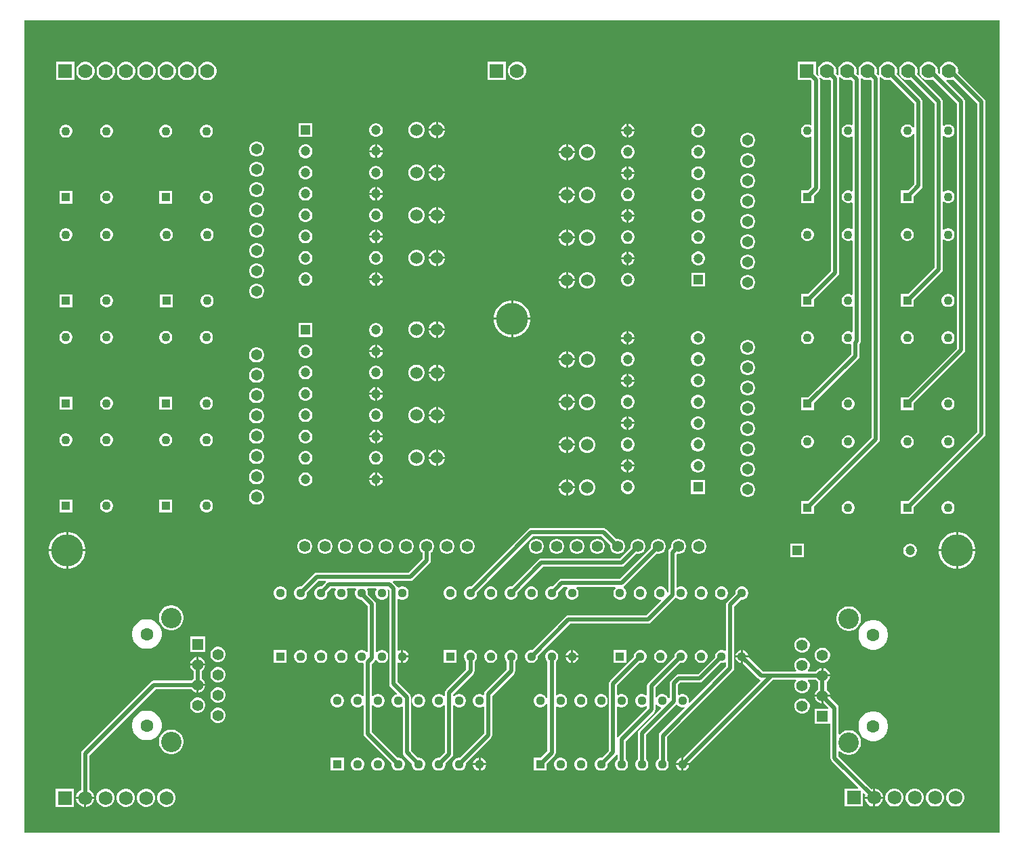
<source format=gbr>
G04*
G04 #@! TF.GenerationSoftware,Altium Limited,Altium Designer,23.7.1 (13)*
G04*
G04 Layer_Physical_Order=3*
G04 Layer_Color=16440176*
%FSLAX44Y44*%
%MOMM*%
G71*
G04*
G04 #@! TF.SameCoordinates,841DD010-D86F-4994-8322-40CE1CBCD204*
G04*
G04*
G04 #@! TF.FilePolarity,Positive*
G04*
G01*
G75*
%ADD33C,0.5080*%
%ADD35C,4.0000*%
%ADD36C,1.3650*%
%ADD37R,1.4000X1.4000*%
%ADD38C,1.4000*%
%ADD39C,2.5500*%
%ADD40C,1.6000*%
%ADD41R,1.2000X1.2000*%
%ADD42C,1.2000*%
%ADD43R,1.7250X1.7250*%
%ADD44C,1.7250*%
%ADD45R,1.1300X1.1300*%
%ADD46C,1.1300*%
%ADD47C,1.5240*%
%ADD48R,1.1000X1.1000*%
%ADD49C,1.1000*%
%ADD50C,1.7780*%
%ADD51R,1.7780X1.7780*%
%ADD52C,1.3970*%
G36*
X1473200Y254000D02*
X254000D01*
Y1270000D01*
X1473200D01*
Y254000D01*
D02*
G37*
%LPC*%
G36*
X1411205Y1217930D02*
X1408195D01*
X1405288Y1217151D01*
X1402682Y1215646D01*
X1400554Y1213518D01*
X1399049Y1210912D01*
X1398270Y1208005D01*
Y1204995D01*
X1398564Y1203897D01*
X1397426Y1203239D01*
X1395717Y1204948D01*
X1395730Y1204995D01*
Y1208005D01*
X1394951Y1210912D01*
X1393446Y1213518D01*
X1391318Y1215646D01*
X1388712Y1217151D01*
X1385805Y1217930D01*
X1382795D01*
X1379888Y1217151D01*
X1377282Y1215646D01*
X1375154Y1213518D01*
X1373649Y1210912D01*
X1372870Y1208005D01*
Y1204995D01*
X1373649Y1202088D01*
X1375154Y1199482D01*
X1377282Y1197354D01*
X1379888Y1195849D01*
X1382795Y1195070D01*
X1385805D01*
X1388712Y1195849D01*
X1389634Y1196381D01*
X1419760Y1166255D01*
Y859753D01*
X1358485Y798478D01*
X1349730D01*
Y782398D01*
X1365810D01*
Y791153D01*
X1428602Y853945D01*
X1428602Y853945D01*
X1429725Y855626D01*
X1430119Y857608D01*
Y1168400D01*
X1429725Y1170382D01*
X1428602Y1172063D01*
X1406439Y1194226D01*
X1407097Y1195364D01*
X1408195Y1195070D01*
X1411205D01*
X1414112Y1195849D01*
X1415034Y1196381D01*
X1445161Y1166255D01*
Y755190D01*
X1358485Y668515D01*
X1349730D01*
Y652435D01*
X1365810D01*
Y661190D01*
X1454003Y749382D01*
X1455125Y751063D01*
X1455520Y753045D01*
Y1168400D01*
X1455125Y1170382D01*
X1454003Y1172063D01*
X1421117Y1204948D01*
X1421130Y1204995D01*
Y1208005D01*
X1420351Y1210912D01*
X1418846Y1213518D01*
X1416718Y1215646D01*
X1414112Y1217151D01*
X1411205Y1217930D01*
D02*
G37*
G36*
X1335005D02*
X1331995D01*
X1329088Y1217151D01*
X1326482Y1215646D01*
X1324354Y1213518D01*
X1322849Y1210912D01*
X1322070Y1208005D01*
Y1204995D01*
X1322849Y1202088D01*
X1322956Y1201903D01*
X1321922Y1201182D01*
X1319230Y1203875D01*
X1319530Y1204995D01*
Y1208005D01*
X1318751Y1210912D01*
X1317246Y1213518D01*
X1315118Y1215646D01*
X1312512Y1217151D01*
X1309605Y1217930D01*
X1306595D01*
X1303688Y1217151D01*
X1301082Y1215646D01*
X1298954Y1213518D01*
X1297449Y1210912D01*
X1296670Y1208005D01*
Y1204995D01*
X1297449Y1202088D01*
X1297498Y1202003D01*
X1296482Y1201223D01*
X1293830Y1203875D01*
X1294130Y1204995D01*
Y1208005D01*
X1293351Y1210912D01*
X1291846Y1213518D01*
X1289718Y1215646D01*
X1287112Y1217151D01*
X1284205Y1217930D01*
X1281195D01*
X1278288Y1217151D01*
X1275682Y1215646D01*
X1273554Y1213518D01*
X1272049Y1210912D01*
X1271270Y1208005D01*
Y1204995D01*
X1272049Y1202088D01*
X1272156Y1201903D01*
X1271123Y1201182D01*
X1268430Y1203875D01*
X1268730Y1204995D01*
Y1208005D01*
X1267951Y1210912D01*
X1266446Y1213518D01*
X1264318Y1215646D01*
X1261712Y1217151D01*
X1258805Y1217930D01*
X1255795D01*
X1252888Y1217151D01*
X1250282Y1215646D01*
X1248154Y1213518D01*
X1246649Y1210912D01*
X1245870Y1208005D01*
Y1204995D01*
X1246649Y1202088D01*
X1247171Y1201184D01*
X1246154Y1200405D01*
X1243330Y1203229D01*
Y1217930D01*
X1220470D01*
Y1195070D01*
X1236839D01*
X1238231Y1193678D01*
Y1139444D01*
X1236961Y1138710D01*
X1235934Y1139303D01*
X1233889Y1139851D01*
X1231772D01*
X1229727Y1139303D01*
X1227894Y1138245D01*
X1226397Y1136748D01*
X1225338Y1134915D01*
X1224790Y1132870D01*
Y1130753D01*
X1225338Y1128708D01*
X1226397Y1126875D01*
X1227894Y1125378D01*
X1229727Y1124319D01*
X1231772Y1123771D01*
X1233889D01*
X1235934Y1124319D01*
X1236961Y1124912D01*
X1238231Y1124179D01*
Y1062037D01*
X1233545Y1057351D01*
X1224790D01*
Y1041271D01*
X1240870D01*
Y1050026D01*
X1247073Y1056229D01*
X1247073Y1056229D01*
X1248195Y1057909D01*
X1248590Y1059891D01*
X1248590Y1059891D01*
Y1195824D01*
X1248236Y1197604D01*
X1248735Y1198077D01*
X1249283Y1198352D01*
X1250282Y1197354D01*
X1252888Y1195849D01*
X1255795Y1195070D01*
X1258805D01*
X1261144Y1195697D01*
X1262224Y1194851D01*
X1262281Y1194740D01*
Y956278D01*
X1233545Y927543D01*
X1224790D01*
Y911463D01*
X1240870D01*
Y920218D01*
X1271122Y950470D01*
X1271123Y950470D01*
X1272245Y952151D01*
X1272639Y954133D01*
Y1197520D01*
X1272334Y1199054D01*
X1273539Y1199507D01*
X1273554Y1199482D01*
X1275682Y1197354D01*
X1278288Y1195849D01*
X1281195Y1195070D01*
X1284205D01*
X1287112Y1195849D01*
X1287171Y1195883D01*
X1289231Y1193824D01*
Y1139444D01*
X1287961Y1138710D01*
X1286934Y1139303D01*
X1284889Y1139851D01*
X1282772D01*
X1280727Y1139303D01*
X1278894Y1138245D01*
X1277397Y1136748D01*
X1276338Y1134915D01*
X1275790Y1132870D01*
Y1130753D01*
X1276338Y1128708D01*
X1277397Y1126875D01*
X1278894Y1125378D01*
X1280727Y1124319D01*
X1282772Y1123771D01*
X1284889D01*
X1286934Y1124319D01*
X1287961Y1124912D01*
X1289231Y1124179D01*
Y1056943D01*
X1287961Y1056210D01*
X1286934Y1056803D01*
X1284889Y1057351D01*
X1282772D01*
X1280727Y1056803D01*
X1278894Y1055745D01*
X1277397Y1054248D01*
X1276338Y1052414D01*
X1275790Y1050370D01*
Y1048253D01*
X1276338Y1046208D01*
X1277397Y1044374D01*
X1278894Y1042878D01*
X1280727Y1041819D01*
X1282772Y1041271D01*
X1284889D01*
X1286934Y1041819D01*
X1287961Y1042412D01*
X1289231Y1041679D01*
Y1009635D01*
X1287961Y1008902D01*
X1286934Y1009495D01*
X1284889Y1010043D01*
X1282772D01*
X1280727Y1009495D01*
X1278894Y1008436D01*
X1277397Y1006939D01*
X1276338Y1005106D01*
X1275790Y1003061D01*
Y1000944D01*
X1276338Y998899D01*
X1277397Y997066D01*
X1278894Y995569D01*
X1280727Y994510D01*
X1282772Y993963D01*
X1284889D01*
X1286934Y994510D01*
X1287961Y995104D01*
X1289231Y994370D01*
Y927135D01*
X1287961Y926402D01*
X1286934Y926995D01*
X1284889Y927543D01*
X1282772D01*
X1280727Y926995D01*
X1278894Y925937D01*
X1277397Y924439D01*
X1276338Y922606D01*
X1275790Y920561D01*
Y918444D01*
X1276338Y916400D01*
X1277397Y914566D01*
X1278894Y913069D01*
X1280727Y912011D01*
X1282772Y911463D01*
X1284889D01*
X1286934Y912011D01*
X1287961Y912604D01*
X1289231Y911871D01*
Y880570D01*
X1287961Y879837D01*
X1286934Y880430D01*
X1284889Y880977D01*
X1282772D01*
X1280727Y880430D01*
X1278894Y879371D01*
X1277397Y877874D01*
X1276338Y876041D01*
X1275790Y873996D01*
Y871879D01*
X1276338Y869834D01*
X1277397Y868001D01*
X1278894Y866504D01*
X1280727Y865445D01*
X1282772Y864898D01*
X1284889D01*
X1286411Y865305D01*
X1287681Y864540D01*
Y852613D01*
X1233545Y798477D01*
X1224790D01*
Y782397D01*
X1240870D01*
Y791152D01*
X1296523Y846805D01*
X1297645Y848485D01*
X1298040Y850467D01*
Y864859D01*
X1298072Y864892D01*
X1298073Y864892D01*
X1298073Y864893D01*
X1298643Y865745D01*
X1299195Y866572D01*
X1299195Y866572D01*
X1299196Y866573D01*
X1299394Y867568D01*
X1299590Y868554D01*
X1299590Y868555D01*
X1299590Y868555D01*
Y1195970D01*
X1299322Y1197318D01*
X1300492Y1197943D01*
X1301082Y1197354D01*
X1303688Y1195849D01*
X1306595Y1195070D01*
X1309605D01*
X1311944Y1195697D01*
X1313024Y1194851D01*
X1313080Y1194740D01*
Y748051D01*
X1233545Y668515D01*
X1224790D01*
Y652435D01*
X1240870D01*
Y661190D01*
X1321922Y742243D01*
X1323045Y743923D01*
X1323439Y745905D01*
X1323439Y745905D01*
Y1197520D01*
X1323134Y1199054D01*
X1324339Y1199507D01*
X1324354Y1199482D01*
X1326482Y1197354D01*
X1329088Y1195849D01*
X1331995Y1195070D01*
X1335005D01*
X1337056Y1195620D01*
X1366420Y1166255D01*
Y1136118D01*
X1366162Y1135896D01*
X1364535Y1136174D01*
X1364204Y1136748D01*
X1362707Y1138245D01*
X1360874Y1139303D01*
X1358829Y1139851D01*
X1356712D01*
X1354667Y1139303D01*
X1352834Y1138245D01*
X1351337Y1136748D01*
X1350278Y1134915D01*
X1349730Y1132870D01*
Y1130753D01*
X1350278Y1128708D01*
X1351337Y1126875D01*
X1352834Y1125378D01*
X1354667Y1124319D01*
X1356712Y1123771D01*
X1358829D01*
X1360874Y1124319D01*
X1362707Y1125378D01*
X1364204Y1126875D01*
X1364535Y1127449D01*
X1366162Y1127726D01*
X1366420Y1127504D01*
Y1065286D01*
X1358485Y1057351D01*
X1349730D01*
Y1041271D01*
X1365810D01*
Y1050026D01*
X1375262Y1059478D01*
X1376385Y1061159D01*
X1376779Y1063141D01*
Y1168400D01*
X1376385Y1170382D01*
X1375262Y1172063D01*
X1344380Y1202944D01*
X1344930Y1204995D01*
Y1208005D01*
X1344151Y1210912D01*
X1342646Y1213518D01*
X1340518Y1215646D01*
X1337912Y1217151D01*
X1335005Y1217930D01*
D02*
G37*
G36*
X871404Y1218344D02*
X868395D01*
X865488Y1217566D01*
X862881Y1216061D01*
X860753Y1213933D01*
X859249Y1211326D01*
X858470Y1208419D01*
Y1205410D01*
X859249Y1202503D01*
X860753Y1199896D01*
X862881Y1197768D01*
X865488Y1196264D01*
X868395Y1195484D01*
X871404D01*
X874312Y1196264D01*
X876918Y1197768D01*
X879046Y1199896D01*
X880551Y1202503D01*
X881330Y1205410D01*
Y1208419D01*
X880551Y1211326D01*
X879046Y1213933D01*
X876918Y1216061D01*
X874312Y1217566D01*
X871404Y1218344D01*
D02*
G37*
G36*
X855930D02*
X833070D01*
Y1195484D01*
X855930D01*
Y1218344D01*
D02*
G37*
G36*
X484105Y1217930D02*
X481095D01*
X478188Y1217151D01*
X475582Y1215646D01*
X473454Y1213518D01*
X471949Y1210912D01*
X471170Y1208005D01*
Y1204995D01*
X471949Y1202088D01*
X473454Y1199482D01*
X475582Y1197354D01*
X478188Y1195849D01*
X481095Y1195070D01*
X484105D01*
X487012Y1195849D01*
X489618Y1197354D01*
X491746Y1199482D01*
X493251Y1202088D01*
X494030Y1204995D01*
Y1208005D01*
X493251Y1210912D01*
X491746Y1213518D01*
X489618Y1215646D01*
X487012Y1217151D01*
X484105Y1217930D01*
D02*
G37*
G36*
X458705D02*
X455695D01*
X452788Y1217151D01*
X450182Y1215646D01*
X448054Y1213518D01*
X446549Y1210912D01*
X445770Y1208005D01*
Y1204995D01*
X446549Y1202088D01*
X448054Y1199482D01*
X450182Y1197354D01*
X452788Y1195849D01*
X455695Y1195070D01*
X458705D01*
X461612Y1195849D01*
X464218Y1197354D01*
X466346Y1199482D01*
X467851Y1202088D01*
X468630Y1204995D01*
Y1208005D01*
X467851Y1210912D01*
X466346Y1213518D01*
X464218Y1215646D01*
X461612Y1217151D01*
X458705Y1217930D01*
D02*
G37*
G36*
X433305D02*
X430295D01*
X427388Y1217151D01*
X424782Y1215646D01*
X422654Y1213518D01*
X421149Y1210912D01*
X420370Y1208005D01*
Y1204995D01*
X421149Y1202088D01*
X422654Y1199482D01*
X424782Y1197354D01*
X427388Y1195849D01*
X430295Y1195070D01*
X433305D01*
X436212Y1195849D01*
X438818Y1197354D01*
X440946Y1199482D01*
X442451Y1202088D01*
X443230Y1204995D01*
Y1208005D01*
X442451Y1210912D01*
X440946Y1213518D01*
X438818Y1215646D01*
X436212Y1217151D01*
X433305Y1217930D01*
D02*
G37*
G36*
X407905D02*
X404895D01*
X401988Y1217151D01*
X399382Y1215646D01*
X397254Y1213518D01*
X395749Y1210912D01*
X394970Y1208005D01*
Y1204995D01*
X395749Y1202088D01*
X397254Y1199482D01*
X399382Y1197354D01*
X401988Y1195849D01*
X404895Y1195070D01*
X407905D01*
X410812Y1195849D01*
X413418Y1197354D01*
X415546Y1199482D01*
X417051Y1202088D01*
X417830Y1204995D01*
Y1208005D01*
X417051Y1210912D01*
X415546Y1213518D01*
X413418Y1215646D01*
X410812Y1217151D01*
X407905Y1217930D01*
D02*
G37*
G36*
X382505D02*
X379495D01*
X376588Y1217151D01*
X373982Y1215646D01*
X371854Y1213518D01*
X370349Y1210912D01*
X369570Y1208005D01*
Y1204995D01*
X370349Y1202088D01*
X371854Y1199482D01*
X373982Y1197354D01*
X376588Y1195849D01*
X379495Y1195070D01*
X382505D01*
X385412Y1195849D01*
X388018Y1197354D01*
X390146Y1199482D01*
X391651Y1202088D01*
X392430Y1204995D01*
Y1208005D01*
X391651Y1210912D01*
X390146Y1213518D01*
X388018Y1215646D01*
X385412Y1217151D01*
X382505Y1217930D01*
D02*
G37*
G36*
X357105D02*
X354095D01*
X351188Y1217151D01*
X348582Y1215646D01*
X346454Y1213518D01*
X344949Y1210912D01*
X344170Y1208005D01*
Y1204995D01*
X344949Y1202088D01*
X346454Y1199482D01*
X348582Y1197354D01*
X351188Y1195849D01*
X354095Y1195070D01*
X357105D01*
X360012Y1195849D01*
X362618Y1197354D01*
X364746Y1199482D01*
X366251Y1202088D01*
X367030Y1204995D01*
Y1208005D01*
X366251Y1210912D01*
X364746Y1213518D01*
X362618Y1215646D01*
X360012Y1217151D01*
X357105Y1217930D01*
D02*
G37*
G36*
X331705D02*
X328695D01*
X325788Y1217151D01*
X323182Y1215646D01*
X321054Y1213518D01*
X319549Y1210912D01*
X318770Y1208005D01*
Y1204995D01*
X319549Y1202088D01*
X321054Y1199482D01*
X323182Y1197354D01*
X325788Y1195849D01*
X328695Y1195070D01*
X331705D01*
X334612Y1195849D01*
X337218Y1197354D01*
X339346Y1199482D01*
X340851Y1202088D01*
X341630Y1204995D01*
Y1208005D01*
X340851Y1210912D01*
X339346Y1213518D01*
X337218Y1215646D01*
X334612Y1217151D01*
X331705Y1217930D01*
D02*
G37*
G36*
X316230D02*
X293370D01*
Y1195070D01*
X316230D01*
Y1217930D01*
D02*
G37*
G36*
X770958Y1143000D02*
X770890D01*
Y1134110D01*
X779780D01*
Y1134178D01*
X779088Y1136762D01*
X777750Y1139078D01*
X775858Y1140970D01*
X773542Y1142308D01*
X770958Y1143000D01*
D02*
G37*
G36*
X768350D02*
X768282D01*
X765698Y1142308D01*
X763382Y1140970D01*
X761490Y1139078D01*
X760152Y1136762D01*
X759460Y1134178D01*
Y1134110D01*
X768350D01*
Y1143000D01*
D02*
G37*
G36*
X1009572Y1140729D02*
Y1133498D01*
X1016803D01*
X1016260Y1135524D01*
X1015135Y1137471D01*
X1013545Y1139062D01*
X1011598Y1140186D01*
X1009572Y1140729D01*
D02*
G37*
G36*
X1007032D02*
X1005005Y1140186D01*
X1003058Y1139062D01*
X1001468Y1137471D01*
X1000344Y1135524D01*
X999801Y1133498D01*
X1007032D01*
Y1140729D01*
D02*
G37*
G36*
X694644Y1141406D02*
X692395D01*
X690223Y1140824D01*
X688276Y1139700D01*
X686686Y1138110D01*
X685562Y1136162D01*
X684980Y1133990D01*
Y1131742D01*
X685562Y1129570D01*
X686686Y1127622D01*
X688276Y1126032D01*
X690223Y1124908D01*
X692395Y1124326D01*
X694644D01*
X696816Y1124908D01*
X698763Y1126032D01*
X700353Y1127622D01*
X701478Y1129570D01*
X702060Y1131742D01*
Y1133990D01*
X701478Y1136162D01*
X700353Y1138110D01*
X698763Y1139700D01*
X696816Y1140824D01*
X694644Y1141406D01*
D02*
G37*
G36*
X614059D02*
X596979D01*
Y1124326D01*
X614059D01*
Y1141406D01*
D02*
G37*
G36*
X1360405Y1217930D02*
X1357395D01*
X1354488Y1217151D01*
X1351882Y1215646D01*
X1349754Y1213518D01*
X1348249Y1210912D01*
X1347470Y1208005D01*
Y1204995D01*
X1348249Y1202088D01*
X1349754Y1199482D01*
X1351882Y1197354D01*
X1354488Y1195849D01*
X1357395Y1195070D01*
X1360405D01*
X1362455Y1195620D01*
X1391821Y1166255D01*
Y960878D01*
X1358485Y927543D01*
X1349730D01*
Y911463D01*
X1365810D01*
Y920218D01*
X1400662Y955070D01*
X1400663Y955070D01*
X1401785Y956750D01*
X1402180Y958733D01*
X1402180Y958733D01*
Y995427D01*
X1403450Y995953D01*
X1403833Y995569D01*
X1405667Y994510D01*
X1407711Y993963D01*
X1409828D01*
X1411873Y994510D01*
X1413707Y995569D01*
X1415203Y997066D01*
X1416262Y998899D01*
X1416810Y1000944D01*
Y1003061D01*
X1416262Y1005106D01*
X1415203Y1006939D01*
X1413707Y1008436D01*
X1411873Y1009495D01*
X1409828Y1010043D01*
X1407711D01*
X1405667Y1009495D01*
X1403833Y1008436D01*
X1403450Y1008053D01*
X1402180Y1008579D01*
Y1042735D01*
X1403450Y1043261D01*
X1403833Y1042878D01*
X1405667Y1041819D01*
X1407711Y1041271D01*
X1409828D01*
X1411873Y1041819D01*
X1413707Y1042878D01*
X1415203Y1044374D01*
X1416262Y1046208D01*
X1416810Y1048253D01*
Y1050370D01*
X1416262Y1052414D01*
X1415203Y1054248D01*
X1413707Y1055745D01*
X1411873Y1056803D01*
X1409828Y1057351D01*
X1407711D01*
X1405667Y1056803D01*
X1403833Y1055745D01*
X1403450Y1055361D01*
X1402180Y1055887D01*
Y1125235D01*
X1403450Y1125761D01*
X1403833Y1125378D01*
X1405667Y1124319D01*
X1407711Y1123771D01*
X1409828D01*
X1411873Y1124319D01*
X1413707Y1125378D01*
X1415203Y1126875D01*
X1416262Y1128708D01*
X1416810Y1130753D01*
Y1132870D01*
X1416262Y1134915D01*
X1415203Y1136748D01*
X1413707Y1138245D01*
X1411873Y1139303D01*
X1409828Y1139851D01*
X1407711D01*
X1405667Y1139303D01*
X1403833Y1138245D01*
X1403450Y1137861D01*
X1402180Y1138387D01*
Y1168400D01*
X1401785Y1170382D01*
X1400663Y1172063D01*
X1369780Y1202944D01*
X1370330Y1204995D01*
Y1208005D01*
X1369551Y1210912D01*
X1368046Y1213518D01*
X1365918Y1215646D01*
X1363312Y1217151D01*
X1360405Y1217930D01*
D02*
G37*
G36*
X1016803Y1130958D02*
X1009572D01*
Y1123727D01*
X1011598Y1124270D01*
X1013545Y1125394D01*
X1015135Y1126984D01*
X1016260Y1128932D01*
X1016803Y1130958D01*
D02*
G37*
G36*
X1007032D02*
X999801D01*
X1000344Y1128932D01*
X1001468Y1126984D01*
X1003058Y1125394D01*
X1005005Y1124270D01*
X1007032Y1123727D01*
Y1130958D01*
D02*
G37*
G36*
X1097426Y1140768D02*
X1095177D01*
X1093005Y1140186D01*
X1091058Y1139062D01*
X1089468Y1137471D01*
X1088344Y1135524D01*
X1087762Y1133352D01*
Y1131104D01*
X1088344Y1128932D01*
X1089468Y1126984D01*
X1091058Y1125394D01*
X1093005Y1124270D01*
X1095177Y1123688D01*
X1097426D01*
X1099598Y1124270D01*
X1101545Y1125394D01*
X1103135Y1126984D01*
X1104260Y1128932D01*
X1104842Y1131104D01*
Y1133352D01*
X1104260Y1135524D01*
X1103135Y1137471D01*
X1101545Y1139062D01*
X1099598Y1140186D01*
X1097426Y1140768D01*
D02*
G37*
G36*
X482728Y1139405D02*
X480611D01*
X478567Y1138857D01*
X476733Y1137799D01*
X475236Y1136302D01*
X474178Y1134469D01*
X473630Y1132424D01*
Y1130307D01*
X474178Y1128262D01*
X475236Y1126429D01*
X476733Y1124932D01*
X478567Y1123873D01*
X480611Y1123325D01*
X482728D01*
X484773Y1123873D01*
X486606Y1124932D01*
X488103Y1126429D01*
X489162Y1128262D01*
X489710Y1130307D01*
Y1132424D01*
X489162Y1134469D01*
X488103Y1136302D01*
X486606Y1137799D01*
X484773Y1138857D01*
X482728Y1139405D01*
D02*
G37*
G36*
X431729D02*
X429612D01*
X427567Y1138857D01*
X425733Y1137799D01*
X424237Y1136302D01*
X423178Y1134469D01*
X422630Y1132424D01*
Y1130307D01*
X423178Y1128262D01*
X424237Y1126429D01*
X425733Y1124932D01*
X427567Y1123873D01*
X429612Y1123325D01*
X431729D01*
X433773Y1123873D01*
X435607Y1124932D01*
X437104Y1126429D01*
X438162Y1128262D01*
X438710Y1130307D01*
Y1132424D01*
X438162Y1134469D01*
X437104Y1136302D01*
X435607Y1137799D01*
X433773Y1138857D01*
X431729Y1139405D01*
D02*
G37*
G36*
X357789D02*
X355672D01*
X353627Y1138857D01*
X351794Y1137799D01*
X350297Y1136302D01*
X349238Y1134469D01*
X348690Y1132424D01*
Y1130307D01*
X349238Y1128262D01*
X350297Y1126429D01*
X351794Y1124932D01*
X353627Y1123873D01*
X355672Y1123325D01*
X357789D01*
X359834Y1123873D01*
X361667Y1124932D01*
X363164Y1126429D01*
X364222Y1128262D01*
X364770Y1130307D01*
Y1132424D01*
X364222Y1134469D01*
X363164Y1136302D01*
X361667Y1137799D01*
X359834Y1138857D01*
X357789Y1139405D01*
D02*
G37*
G36*
X306789D02*
X304672D01*
X302627Y1138857D01*
X300793Y1137799D01*
X299297Y1136302D01*
X298238Y1134469D01*
X297690Y1132424D01*
Y1130307D01*
X298238Y1128262D01*
X299297Y1126429D01*
X300793Y1124932D01*
X302627Y1123873D01*
X304672Y1123325D01*
X306789D01*
X308834Y1123873D01*
X310667Y1124932D01*
X312164Y1126429D01*
X313222Y1128262D01*
X313770Y1130307D01*
Y1132424D01*
X313222Y1134469D01*
X312164Y1136302D01*
X310667Y1137799D01*
X308834Y1138857D01*
X306789Y1139405D01*
D02*
G37*
G36*
X779780Y1131570D02*
X770890D01*
Y1122680D01*
X770958D01*
X773542Y1123372D01*
X775858Y1124710D01*
X777750Y1126602D01*
X779088Y1128918D01*
X779780Y1131502D01*
Y1131570D01*
D02*
G37*
G36*
X768350D02*
X759460D01*
Y1131502D01*
X760152Y1128918D01*
X761490Y1126602D01*
X763382Y1124710D01*
X765698Y1123372D01*
X768282Y1122680D01*
X768350D01*
Y1131570D01*
D02*
G37*
G36*
X745558Y1143000D02*
X742882D01*
X740298Y1142308D01*
X737982Y1140970D01*
X736090Y1139078D01*
X734752Y1136762D01*
X734060Y1134178D01*
Y1131502D01*
X734752Y1128918D01*
X736090Y1126602D01*
X737982Y1124710D01*
X740298Y1123372D01*
X742882Y1122680D01*
X745558D01*
X748142Y1123372D01*
X750458Y1124710D01*
X752350Y1126602D01*
X753688Y1128918D01*
X754380Y1131502D01*
Y1134178D01*
X753688Y1136762D01*
X752350Y1139078D01*
X750458Y1140970D01*
X748142Y1142308D01*
X745558Y1143000D01*
D02*
G37*
G36*
X1159473Y1129505D02*
X1157007D01*
X1154625Y1128867D01*
X1152490Y1127634D01*
X1150746Y1125890D01*
X1149513Y1123755D01*
X1148875Y1121373D01*
Y1118907D01*
X1149513Y1116525D01*
X1150746Y1114390D01*
X1152490Y1112646D01*
X1154625Y1111413D01*
X1157007Y1110775D01*
X1159473D01*
X1161855Y1111413D01*
X1163990Y1112646D01*
X1165734Y1114390D01*
X1166967Y1116525D01*
X1167605Y1118907D01*
Y1121373D01*
X1166967Y1123755D01*
X1165734Y1125890D01*
X1163990Y1127634D01*
X1161855Y1128867D01*
X1159473Y1129505D01*
D02*
G37*
G36*
X694790Y1114707D02*
Y1107476D01*
X702020D01*
X701478Y1109502D01*
X700353Y1111450D01*
X698763Y1113040D01*
X696816Y1114164D01*
X694790Y1114707D01*
D02*
G37*
G36*
X692250D02*
X690223Y1114164D01*
X688276Y1113040D01*
X686686Y1111450D01*
X685562Y1109502D01*
X685019Y1107476D01*
X692250D01*
Y1114707D01*
D02*
G37*
G36*
X933518Y1115060D02*
X933450D01*
Y1106170D01*
X942340D01*
Y1106238D01*
X941648Y1108822D01*
X940310Y1111138D01*
X938418Y1113030D01*
X936102Y1114368D01*
X933518Y1115060D01*
D02*
G37*
G36*
X930910D02*
X930842D01*
X928258Y1114368D01*
X925942Y1113030D01*
X924050Y1111138D01*
X922712Y1108822D01*
X922020Y1106238D01*
Y1106170D01*
X930910D01*
Y1115060D01*
D02*
G37*
G36*
X545534Y1118630D02*
X543068D01*
X540686Y1117992D01*
X538550Y1116759D01*
X536807Y1115015D01*
X535574Y1112880D01*
X534936Y1110498D01*
Y1108032D01*
X535574Y1105650D01*
X536807Y1103515D01*
X538550Y1101771D01*
X540686Y1100538D01*
X543068Y1099900D01*
X545534D01*
X547915Y1100538D01*
X550051Y1101771D01*
X551795Y1103515D01*
X553027Y1105650D01*
X553666Y1108032D01*
Y1110498D01*
X553027Y1112880D01*
X551795Y1115015D01*
X550051Y1116759D01*
X547915Y1117992D01*
X545534Y1118630D01*
D02*
G37*
G36*
X702020Y1104936D02*
X694790D01*
Y1097705D01*
X696816Y1098248D01*
X698763Y1099372D01*
X700353Y1100962D01*
X701478Y1102910D01*
X702020Y1104936D01*
D02*
G37*
G36*
X692250D02*
X685019D01*
X685562Y1102910D01*
X686686Y1100962D01*
X688276Y1099372D01*
X690223Y1098248D01*
X692250Y1097705D01*
Y1104936D01*
D02*
G37*
G36*
X606643Y1114746D02*
X604395D01*
X602223Y1114164D01*
X600276Y1113040D01*
X598685Y1111450D01*
X597561Y1109502D01*
X596979Y1107330D01*
Y1105082D01*
X597561Y1102910D01*
X598685Y1100962D01*
X600276Y1099372D01*
X602223Y1098248D01*
X604395Y1097666D01*
X606643D01*
X608815Y1098248D01*
X610763Y1099372D01*
X612353Y1100962D01*
X613477Y1102910D01*
X614059Y1105082D01*
Y1107330D01*
X613477Y1109502D01*
X612353Y1111450D01*
X610763Y1113040D01*
X608815Y1114164D01*
X606643Y1114746D01*
D02*
G37*
G36*
X1097426Y1114108D02*
X1095177D01*
X1093005Y1113526D01*
X1091058Y1112402D01*
X1089468Y1110812D01*
X1088344Y1108864D01*
X1087762Y1106692D01*
Y1104444D01*
X1088344Y1102272D01*
X1089468Y1100324D01*
X1091058Y1098734D01*
X1093005Y1097610D01*
X1095177Y1097028D01*
X1097426D01*
X1099598Y1097610D01*
X1101545Y1098734D01*
X1103135Y1100324D01*
X1104260Y1102272D01*
X1104842Y1104444D01*
Y1106692D01*
X1104260Y1108864D01*
X1103135Y1110812D01*
X1101545Y1112402D01*
X1099598Y1113526D01*
X1097426Y1114108D01*
D02*
G37*
G36*
X1009426D02*
X1007178D01*
X1005005Y1113526D01*
X1003058Y1112402D01*
X1001468Y1110812D01*
X1000344Y1108864D01*
X999762Y1106692D01*
Y1104444D01*
X1000344Y1102272D01*
X1001468Y1100324D01*
X1003058Y1098734D01*
X1005005Y1097610D01*
X1007178Y1097028D01*
X1009426D01*
X1011598Y1097610D01*
X1013545Y1098734D01*
X1015135Y1100324D01*
X1016260Y1102272D01*
X1016842Y1104444D01*
Y1106692D01*
X1016260Y1108864D01*
X1015135Y1110812D01*
X1013545Y1112402D01*
X1011598Y1113526D01*
X1009426Y1114108D01*
D02*
G37*
G36*
X958918Y1115060D02*
X956242D01*
X953658Y1114368D01*
X951342Y1113030D01*
X949450Y1111138D01*
X948112Y1108822D01*
X947420Y1106238D01*
Y1103562D01*
X948112Y1100978D01*
X949450Y1098662D01*
X951342Y1096770D01*
X953658Y1095432D01*
X956242Y1094740D01*
X958918D01*
X961502Y1095432D01*
X963818Y1096770D01*
X965710Y1098662D01*
X967048Y1100978D01*
X967740Y1103562D01*
Y1106238D01*
X967048Y1108822D01*
X965710Y1111138D01*
X963818Y1113030D01*
X961502Y1114368D01*
X958918Y1115060D01*
D02*
G37*
G36*
X942340Y1103630D02*
X933450D01*
Y1094740D01*
X933518D01*
X936102Y1095432D01*
X938418Y1096770D01*
X940310Y1098662D01*
X941648Y1100978D01*
X942340Y1103562D01*
Y1103630D01*
D02*
G37*
G36*
X930910D02*
X922020D01*
Y1103562D01*
X922712Y1100978D01*
X924050Y1098662D01*
X925942Y1096770D01*
X928258Y1095432D01*
X930842Y1094740D01*
X930910D01*
Y1103630D01*
D02*
G37*
G36*
X1159473Y1104105D02*
X1157007D01*
X1154625Y1103467D01*
X1152490Y1102234D01*
X1150746Y1100490D01*
X1149513Y1098355D01*
X1148875Y1095973D01*
Y1093507D01*
X1149513Y1091125D01*
X1150746Y1088990D01*
X1152490Y1087246D01*
X1154625Y1086013D01*
X1157007Y1085375D01*
X1159473D01*
X1161855Y1086013D01*
X1163990Y1087246D01*
X1165734Y1088990D01*
X1166967Y1091125D01*
X1167605Y1093507D01*
Y1095973D01*
X1166967Y1098355D01*
X1165734Y1100490D01*
X1163990Y1102234D01*
X1161855Y1103467D01*
X1159473Y1104105D01*
D02*
G37*
G36*
X770958Y1089660D02*
X770890D01*
Y1080770D01*
X779780D01*
Y1080838D01*
X779088Y1083422D01*
X777750Y1085738D01*
X775858Y1087630D01*
X773542Y1088968D01*
X770958Y1089660D01*
D02*
G37*
G36*
X768350D02*
X768282D01*
X765698Y1088968D01*
X763382Y1087630D01*
X761490Y1085738D01*
X760152Y1083422D01*
X759460Y1080838D01*
Y1080770D01*
X768350D01*
Y1089660D01*
D02*
G37*
G36*
X1009572Y1087429D02*
Y1080198D01*
X1016803D01*
X1016260Y1082224D01*
X1015135Y1084172D01*
X1013545Y1085762D01*
X1011598Y1086886D01*
X1009572Y1087429D01*
D02*
G37*
G36*
X1007032D02*
X1005005Y1086886D01*
X1003058Y1085762D01*
X1001468Y1084172D01*
X1000344Y1082224D01*
X999801Y1080198D01*
X1007032D01*
Y1087429D01*
D02*
G37*
G36*
X545534Y1093230D02*
X543068D01*
X540686Y1092592D01*
X538550Y1091359D01*
X536807Y1089615D01*
X535574Y1087480D01*
X534936Y1085098D01*
Y1082632D01*
X535574Y1080250D01*
X536807Y1078115D01*
X538550Y1076371D01*
X540686Y1075138D01*
X543068Y1074500D01*
X545534D01*
X547915Y1075138D01*
X550051Y1076371D01*
X551795Y1078115D01*
X553027Y1080250D01*
X553666Y1082632D01*
Y1085098D01*
X553027Y1087480D01*
X551795Y1089615D01*
X550051Y1091359D01*
X547915Y1092592D01*
X545534Y1093230D01*
D02*
G37*
G36*
X694644Y1088106D02*
X692395D01*
X690223Y1087524D01*
X688276Y1086400D01*
X686686Y1084810D01*
X685562Y1082862D01*
X684980Y1080690D01*
Y1078442D01*
X685562Y1076270D01*
X686686Y1074322D01*
X688276Y1072732D01*
X690223Y1071608D01*
X692395Y1071026D01*
X694644D01*
X696816Y1071608D01*
X698763Y1072732D01*
X700353Y1074322D01*
X701478Y1076270D01*
X702060Y1078442D01*
Y1080690D01*
X701478Y1082862D01*
X700353Y1084810D01*
X698763Y1086400D01*
X696816Y1087524D01*
X694644Y1088106D01*
D02*
G37*
G36*
X606643D02*
X604395D01*
X602223Y1087524D01*
X600276Y1086400D01*
X598685Y1084810D01*
X597561Y1082862D01*
X596979Y1080690D01*
Y1078442D01*
X597561Y1076270D01*
X598685Y1074322D01*
X600276Y1072732D01*
X602223Y1071608D01*
X604395Y1071026D01*
X606643D01*
X608815Y1071608D01*
X610763Y1072732D01*
X612353Y1074322D01*
X613477Y1076270D01*
X614059Y1078442D01*
Y1080690D01*
X613477Y1082862D01*
X612353Y1084810D01*
X610763Y1086400D01*
X608815Y1087524D01*
X606643Y1088106D01*
D02*
G37*
G36*
X1016803Y1077658D02*
X1009572D01*
Y1070427D01*
X1011598Y1070970D01*
X1013545Y1072094D01*
X1015135Y1073684D01*
X1016260Y1075632D01*
X1016803Y1077658D01*
D02*
G37*
G36*
X1007032D02*
X999801D01*
X1000344Y1075632D01*
X1001468Y1073684D01*
X1003058Y1072094D01*
X1005005Y1070970D01*
X1007032Y1070427D01*
Y1077658D01*
D02*
G37*
G36*
X1097426Y1087468D02*
X1095177D01*
X1093005Y1086886D01*
X1091058Y1085762D01*
X1089468Y1084172D01*
X1088344Y1082224D01*
X1087762Y1080052D01*
Y1077804D01*
X1088344Y1075632D01*
X1089468Y1073684D01*
X1091058Y1072094D01*
X1093005Y1070970D01*
X1095177Y1070388D01*
X1097426D01*
X1099598Y1070970D01*
X1101545Y1072094D01*
X1103135Y1073684D01*
X1104260Y1075632D01*
X1104842Y1077804D01*
Y1080052D01*
X1104260Y1082224D01*
X1103135Y1084172D01*
X1101545Y1085762D01*
X1099598Y1086886D01*
X1097426Y1087468D01*
D02*
G37*
G36*
X779780Y1078230D02*
X770890D01*
Y1069340D01*
X770958D01*
X773542Y1070032D01*
X775858Y1071370D01*
X777750Y1073262D01*
X779088Y1075578D01*
X779780Y1078162D01*
Y1078230D01*
D02*
G37*
G36*
X768350D02*
X759460D01*
Y1078162D01*
X760152Y1075578D01*
X761490Y1073262D01*
X763382Y1071370D01*
X765698Y1070032D01*
X768282Y1069340D01*
X768350D01*
Y1078230D01*
D02*
G37*
G36*
X745558Y1089660D02*
X742882D01*
X740298Y1088968D01*
X737982Y1087630D01*
X736090Y1085738D01*
X734752Y1083422D01*
X734060Y1080838D01*
Y1078162D01*
X734752Y1075578D01*
X736090Y1073262D01*
X737982Y1071370D01*
X740298Y1070032D01*
X742882Y1069340D01*
X745558D01*
X748142Y1070032D01*
X750458Y1071370D01*
X752350Y1073262D01*
X753688Y1075578D01*
X754380Y1078162D01*
Y1080838D01*
X753688Y1083422D01*
X752350Y1085738D01*
X750458Y1087630D01*
X748142Y1088968D01*
X745558Y1089660D01*
D02*
G37*
G36*
X1159473Y1078705D02*
X1157007D01*
X1154625Y1078067D01*
X1152490Y1076834D01*
X1150746Y1075090D01*
X1149513Y1072955D01*
X1148875Y1070573D01*
Y1068107D01*
X1149513Y1065725D01*
X1150746Y1063590D01*
X1152490Y1061846D01*
X1154625Y1060613D01*
X1157007Y1059975D01*
X1159473D01*
X1161855Y1060613D01*
X1163990Y1061846D01*
X1165734Y1063590D01*
X1166967Y1065725D01*
X1167605Y1068107D01*
Y1070573D01*
X1166967Y1072955D01*
X1165734Y1075090D01*
X1163990Y1076834D01*
X1161855Y1078067D01*
X1159473Y1078705D01*
D02*
G37*
G36*
X694790Y1061407D02*
Y1054176D01*
X702020D01*
X701478Y1056202D01*
X700353Y1058150D01*
X698763Y1059740D01*
X696816Y1060864D01*
X694790Y1061407D01*
D02*
G37*
G36*
X692250D02*
X690223Y1060864D01*
X688276Y1059740D01*
X686686Y1058150D01*
X685562Y1056202D01*
X685019Y1054176D01*
X692250D01*
Y1061407D01*
D02*
G37*
G36*
X933518Y1061720D02*
X933450D01*
Y1052830D01*
X942340D01*
Y1052898D01*
X941648Y1055482D01*
X940310Y1057798D01*
X938418Y1059690D01*
X936102Y1061028D01*
X933518Y1061720D01*
D02*
G37*
G36*
X930910D02*
X930842D01*
X928258Y1061028D01*
X925942Y1059690D01*
X924050Y1057798D01*
X922712Y1055482D01*
X922020Y1052898D01*
Y1052830D01*
X930910D01*
Y1061720D01*
D02*
G37*
G36*
X545534Y1067830D02*
X543068D01*
X540686Y1067192D01*
X538550Y1065959D01*
X536807Y1064215D01*
X535574Y1062080D01*
X534936Y1059698D01*
Y1057232D01*
X535574Y1054850D01*
X536807Y1052715D01*
X538550Y1050971D01*
X540686Y1049738D01*
X543068Y1049100D01*
X545534D01*
X547915Y1049738D01*
X550051Y1050971D01*
X551795Y1052715D01*
X553027Y1054850D01*
X553666Y1057232D01*
Y1059698D01*
X553027Y1062080D01*
X551795Y1064215D01*
X550051Y1065959D01*
X547915Y1067192D01*
X545534Y1067830D01*
D02*
G37*
G36*
X702020Y1051636D02*
X694790D01*
Y1044405D01*
X696816Y1044948D01*
X698763Y1046072D01*
X700353Y1047663D01*
X701478Y1049610D01*
X702020Y1051636D01*
D02*
G37*
G36*
X692250D02*
X685019D01*
X685562Y1049610D01*
X686686Y1047663D01*
X688276Y1046072D01*
X690223Y1044948D01*
X692250Y1044405D01*
Y1051636D01*
D02*
G37*
G36*
X606643Y1061446D02*
X604395D01*
X602223Y1060864D01*
X600276Y1059740D01*
X598685Y1058150D01*
X597561Y1056202D01*
X596979Y1054031D01*
Y1051782D01*
X597561Y1049610D01*
X598685Y1047663D01*
X600276Y1046072D01*
X602223Y1044948D01*
X604395Y1044366D01*
X606643D01*
X608815Y1044948D01*
X610763Y1046072D01*
X612353Y1047663D01*
X613477Y1049610D01*
X614059Y1051782D01*
Y1054031D01*
X613477Y1056202D01*
X612353Y1058150D01*
X610763Y1059740D01*
X608815Y1060864D01*
X606643Y1061446D01*
D02*
G37*
G36*
X1097426Y1060808D02*
X1095177D01*
X1093005Y1060226D01*
X1091058Y1059101D01*
X1089468Y1057511D01*
X1088344Y1055564D01*
X1087762Y1053392D01*
Y1051143D01*
X1088344Y1048971D01*
X1089468Y1047024D01*
X1091058Y1045434D01*
X1093005Y1044310D01*
X1095177Y1043728D01*
X1097426D01*
X1099598Y1044310D01*
X1101545Y1045434D01*
X1103135Y1047024D01*
X1104260Y1048971D01*
X1104842Y1051143D01*
Y1053392D01*
X1104260Y1055564D01*
X1103135Y1057511D01*
X1101545Y1059101D01*
X1099598Y1060226D01*
X1097426Y1060808D01*
D02*
G37*
G36*
X1009426D02*
X1007178D01*
X1005005Y1060226D01*
X1003058Y1059101D01*
X1001468Y1057511D01*
X1000344Y1055564D01*
X999762Y1053392D01*
Y1051143D01*
X1000344Y1048971D01*
X1001468Y1047024D01*
X1003058Y1045434D01*
X1005005Y1044310D01*
X1007178Y1043728D01*
X1009426D01*
X1011598Y1044310D01*
X1013545Y1045434D01*
X1015135Y1047024D01*
X1016260Y1048971D01*
X1016842Y1051143D01*
Y1053392D01*
X1016260Y1055564D01*
X1015135Y1057511D01*
X1013545Y1059101D01*
X1011598Y1060226D01*
X1009426Y1060808D01*
D02*
G37*
G36*
X958918Y1061720D02*
X956242D01*
X953658Y1061028D01*
X951342Y1059690D01*
X949450Y1057798D01*
X948112Y1055482D01*
X947420Y1052898D01*
Y1050222D01*
X948112Y1047638D01*
X949450Y1045322D01*
X951342Y1043430D01*
X953658Y1042092D01*
X956242Y1041400D01*
X958918D01*
X961502Y1042092D01*
X963818Y1043430D01*
X965710Y1045322D01*
X967048Y1047638D01*
X967740Y1050222D01*
Y1052898D01*
X967048Y1055482D01*
X965710Y1057798D01*
X963818Y1059690D01*
X961502Y1061028D01*
X958918Y1061720D01*
D02*
G37*
G36*
X942340Y1050290D02*
X933450D01*
Y1041400D01*
X933518D01*
X936102Y1042092D01*
X938418Y1043430D01*
X940310Y1045322D01*
X941648Y1047638D01*
X942340Y1050222D01*
Y1050290D01*
D02*
G37*
G36*
X930910D02*
X922020D01*
Y1050222D01*
X922712Y1047638D01*
X924050Y1045322D01*
X925942Y1043430D01*
X928258Y1042092D01*
X930842Y1041400D01*
X930910D01*
Y1050290D01*
D02*
G37*
G36*
X482728Y1056905D02*
X480611D01*
X478567Y1056357D01*
X476733Y1055299D01*
X475236Y1053802D01*
X474178Y1051968D01*
X473630Y1049924D01*
Y1047807D01*
X474178Y1045762D01*
X475236Y1043928D01*
X476733Y1042431D01*
X478567Y1041373D01*
X480611Y1040825D01*
X482728D01*
X484773Y1041373D01*
X486606Y1042431D01*
X488103Y1043928D01*
X489162Y1045762D01*
X489710Y1047807D01*
Y1049924D01*
X489162Y1051968D01*
X488103Y1053802D01*
X486606Y1055299D01*
X484773Y1056357D01*
X482728Y1056905D01*
D02*
G37*
G36*
X438710D02*
X422630D01*
Y1040825D01*
X438710D01*
Y1056905D01*
D02*
G37*
G36*
X357789D02*
X355672D01*
X353627Y1056357D01*
X351794Y1055299D01*
X350297Y1053802D01*
X349238Y1051968D01*
X348690Y1049924D01*
Y1047807D01*
X349238Y1045762D01*
X350297Y1043928D01*
X351794Y1042431D01*
X353627Y1041373D01*
X355672Y1040825D01*
X357789D01*
X359834Y1041373D01*
X361667Y1042431D01*
X363164Y1043928D01*
X364222Y1045762D01*
X364770Y1047807D01*
Y1049924D01*
X364222Y1051968D01*
X363164Y1053802D01*
X361667Y1055299D01*
X359834Y1056357D01*
X357789Y1056905D01*
D02*
G37*
G36*
X313770D02*
X297690D01*
Y1040825D01*
X313770D01*
Y1056905D01*
D02*
G37*
G36*
X1159473Y1053305D02*
X1157007D01*
X1154625Y1052667D01*
X1152490Y1051434D01*
X1150746Y1049690D01*
X1149513Y1047555D01*
X1148875Y1045173D01*
Y1042707D01*
X1149513Y1040325D01*
X1150746Y1038190D01*
X1152490Y1036446D01*
X1154625Y1035213D01*
X1157007Y1034575D01*
X1159473D01*
X1161855Y1035213D01*
X1163990Y1036446D01*
X1165734Y1038190D01*
X1166967Y1040325D01*
X1167605Y1042707D01*
Y1045173D01*
X1166967Y1047555D01*
X1165734Y1049690D01*
X1163990Y1051434D01*
X1161855Y1052667D01*
X1159473Y1053305D01*
D02*
G37*
G36*
X770958Y1036320D02*
X770890D01*
Y1027430D01*
X779780D01*
Y1027498D01*
X779088Y1030082D01*
X777750Y1032398D01*
X775858Y1034290D01*
X773542Y1035628D01*
X770958Y1036320D01*
D02*
G37*
G36*
X768350D02*
X768282D01*
X765698Y1035628D01*
X763382Y1034290D01*
X761490Y1032398D01*
X760152Y1030082D01*
X759460Y1027498D01*
Y1027430D01*
X768350D01*
Y1036320D01*
D02*
G37*
G36*
X1009572Y1034129D02*
Y1026898D01*
X1016803D01*
X1016260Y1028924D01*
X1015135Y1030872D01*
X1013545Y1032462D01*
X1011598Y1033586D01*
X1009572Y1034129D01*
D02*
G37*
G36*
X1007032D02*
X1005005Y1033586D01*
X1003058Y1032462D01*
X1001468Y1030872D01*
X1000344Y1028924D01*
X999801Y1026898D01*
X1007032D01*
Y1034129D01*
D02*
G37*
G36*
X545534Y1042430D02*
X543068D01*
X540686Y1041792D01*
X538550Y1040559D01*
X536807Y1038816D01*
X535574Y1036680D01*
X534936Y1034298D01*
Y1031832D01*
X535574Y1029451D01*
X536807Y1027315D01*
X538550Y1025571D01*
X540686Y1024338D01*
X543068Y1023700D01*
X545534D01*
X547915Y1024338D01*
X550051Y1025571D01*
X551795Y1027315D01*
X553027Y1029451D01*
X553666Y1031832D01*
Y1034298D01*
X553027Y1036680D01*
X551795Y1038816D01*
X550051Y1040559D01*
X547915Y1041792D01*
X545534Y1042430D01*
D02*
G37*
G36*
X694644Y1034806D02*
X692395D01*
X690223Y1034224D01*
X688276Y1033100D01*
X686686Y1031510D01*
X685562Y1029563D01*
X684980Y1027391D01*
Y1025142D01*
X685562Y1022970D01*
X686686Y1021022D01*
X688276Y1019433D01*
X690223Y1018308D01*
X692395Y1017726D01*
X694644D01*
X696816Y1018308D01*
X698763Y1019433D01*
X700353Y1021022D01*
X701478Y1022970D01*
X702060Y1025142D01*
Y1027391D01*
X701478Y1029563D01*
X700353Y1031510D01*
X698763Y1033100D01*
X696816Y1034224D01*
X694644Y1034806D01*
D02*
G37*
G36*
X606643D02*
X604395D01*
X602223Y1034224D01*
X600276Y1033100D01*
X598685Y1031510D01*
X597561Y1029563D01*
X596979Y1027391D01*
Y1025142D01*
X597561Y1022970D01*
X598685Y1021022D01*
X600276Y1019433D01*
X602223Y1018308D01*
X604395Y1017726D01*
X606643D01*
X608815Y1018308D01*
X610763Y1019433D01*
X612353Y1021022D01*
X613477Y1022970D01*
X614059Y1025142D01*
Y1027391D01*
X613477Y1029563D01*
X612353Y1031510D01*
X610763Y1033100D01*
X608815Y1034224D01*
X606643Y1034806D01*
D02*
G37*
G36*
X1016803Y1024358D02*
X1009572D01*
Y1017127D01*
X1011598Y1017670D01*
X1013545Y1018794D01*
X1015135Y1020384D01*
X1016260Y1022332D01*
X1016803Y1024358D01*
D02*
G37*
G36*
X1007032D02*
X999801D01*
X1000344Y1022332D01*
X1001468Y1020384D01*
X1003058Y1018794D01*
X1005005Y1017670D01*
X1007032Y1017127D01*
Y1024358D01*
D02*
G37*
G36*
X1097426Y1034168D02*
X1095177D01*
X1093005Y1033586D01*
X1091058Y1032462D01*
X1089468Y1030872D01*
X1088344Y1028924D01*
X1087762Y1026752D01*
Y1024504D01*
X1088344Y1022332D01*
X1089468Y1020384D01*
X1091058Y1018794D01*
X1093005Y1017670D01*
X1095177Y1017088D01*
X1097426D01*
X1099598Y1017670D01*
X1101545Y1018794D01*
X1103135Y1020384D01*
X1104260Y1022332D01*
X1104842Y1024504D01*
Y1026752D01*
X1104260Y1028924D01*
X1103135Y1030872D01*
X1101545Y1032462D01*
X1099598Y1033586D01*
X1097426Y1034168D01*
D02*
G37*
G36*
X779780Y1024890D02*
X770890D01*
Y1016000D01*
X770958D01*
X773542Y1016692D01*
X775858Y1018030D01*
X777750Y1019922D01*
X779088Y1022238D01*
X779780Y1024822D01*
Y1024890D01*
D02*
G37*
G36*
X768350D02*
X759460D01*
Y1024822D01*
X760152Y1022238D01*
X761490Y1019922D01*
X763382Y1018030D01*
X765698Y1016692D01*
X768282Y1016000D01*
X768350D01*
Y1024890D01*
D02*
G37*
G36*
X745558Y1036320D02*
X742882D01*
X740298Y1035628D01*
X737982Y1034290D01*
X736090Y1032398D01*
X734752Y1030082D01*
X734060Y1027498D01*
Y1024822D01*
X734752Y1022238D01*
X736090Y1019922D01*
X737982Y1018030D01*
X740298Y1016692D01*
X742882Y1016000D01*
X745558D01*
X748142Y1016692D01*
X750458Y1018030D01*
X752350Y1019922D01*
X753688Y1022238D01*
X754380Y1024822D01*
Y1027498D01*
X753688Y1030082D01*
X752350Y1032398D01*
X750458Y1034290D01*
X748142Y1035628D01*
X745558Y1036320D01*
D02*
G37*
G36*
X1159473Y1027905D02*
X1157007D01*
X1154625Y1027267D01*
X1152490Y1026034D01*
X1150746Y1024290D01*
X1149513Y1022155D01*
X1148875Y1019773D01*
Y1017307D01*
X1149513Y1014925D01*
X1150746Y1012790D01*
X1152490Y1011046D01*
X1154625Y1009813D01*
X1157007Y1009175D01*
X1159473D01*
X1161855Y1009813D01*
X1163990Y1011046D01*
X1165734Y1012790D01*
X1166967Y1014925D01*
X1167605Y1017307D01*
Y1019773D01*
X1166967Y1022155D01*
X1165734Y1024290D01*
X1163990Y1026034D01*
X1161855Y1027267D01*
X1159473Y1027905D01*
D02*
G37*
G36*
X694790Y1008107D02*
Y1000876D01*
X702020D01*
X701478Y1002902D01*
X700353Y1004849D01*
X698763Y1006440D01*
X696816Y1007564D01*
X694790Y1008107D01*
D02*
G37*
G36*
X692250D02*
X690223Y1007564D01*
X688276Y1006440D01*
X686686Y1004849D01*
X685562Y1002902D01*
X685019Y1000876D01*
X692250D01*
Y1008107D01*
D02*
G37*
G36*
X933518Y1008380D02*
X933450D01*
Y999490D01*
X942340D01*
Y999558D01*
X941648Y1002142D01*
X940310Y1004458D01*
X938418Y1006350D01*
X936102Y1007688D01*
X933518Y1008380D01*
D02*
G37*
G36*
X930910D02*
X930842D01*
X928258Y1007688D01*
X925942Y1006350D01*
X924050Y1004458D01*
X922712Y1002142D01*
X922020Y999558D01*
Y999490D01*
X930910D01*
Y1008380D01*
D02*
G37*
G36*
X545534Y1017030D02*
X543068D01*
X540686Y1016392D01*
X538550Y1015159D01*
X536807Y1013416D01*
X535574Y1011280D01*
X534936Y1008898D01*
Y1006432D01*
X535574Y1004051D01*
X536807Y1001915D01*
X538550Y1000171D01*
X540686Y998938D01*
X543068Y998300D01*
X545534D01*
X547915Y998938D01*
X550051Y1000171D01*
X551795Y1001915D01*
X553027Y1004051D01*
X553666Y1006432D01*
Y1008898D01*
X553027Y1011280D01*
X551795Y1013416D01*
X550051Y1015159D01*
X547915Y1016392D01*
X545534Y1017030D01*
D02*
G37*
G36*
X1358829Y1010043D02*
X1356712D01*
X1354667Y1009495D01*
X1352834Y1008436D01*
X1351337Y1006939D01*
X1350278Y1005106D01*
X1349730Y1003061D01*
Y1000944D01*
X1350278Y998899D01*
X1351337Y997066D01*
X1352834Y995569D01*
X1354667Y994510D01*
X1356712Y993963D01*
X1358829D01*
X1360874Y994510D01*
X1362707Y995569D01*
X1364204Y997066D01*
X1365262Y998899D01*
X1365810Y1000944D01*
Y1003061D01*
X1365262Y1005106D01*
X1364204Y1006939D01*
X1362707Y1008436D01*
X1360874Y1009495D01*
X1358829Y1010043D01*
D02*
G37*
G36*
X1233889D02*
X1231772D01*
X1229727Y1009495D01*
X1227894Y1008436D01*
X1226397Y1006939D01*
X1225338Y1005106D01*
X1224790Y1003061D01*
Y1000944D01*
X1225338Y998899D01*
X1226397Y997066D01*
X1227894Y995569D01*
X1229727Y994510D01*
X1231772Y993963D01*
X1233889D01*
X1235934Y994510D01*
X1237767Y995569D01*
X1239264Y997066D01*
X1240322Y998899D01*
X1240870Y1000944D01*
Y1003061D01*
X1240322Y1005106D01*
X1239264Y1006939D01*
X1237767Y1008436D01*
X1235934Y1009495D01*
X1233889Y1010043D01*
D02*
G37*
G36*
X483631Y1009865D02*
X481514D01*
X479469Y1009317D01*
X477635Y1008259D01*
X476138Y1006762D01*
X475080Y1004929D01*
X474532Y1002884D01*
Y1000767D01*
X475080Y998722D01*
X476138Y996889D01*
X477635Y995392D01*
X479469Y994333D01*
X481514Y993785D01*
X483631D01*
X485675Y994333D01*
X487509Y995392D01*
X489006Y996889D01*
X490064Y998722D01*
X490612Y1000767D01*
Y1002884D01*
X490064Y1004929D01*
X489006Y1006762D01*
X487509Y1008259D01*
X485675Y1009317D01*
X483631Y1009865D01*
D02*
G37*
G36*
X432630D02*
X430513D01*
X428469Y1009317D01*
X426635Y1008259D01*
X425138Y1006762D01*
X424080Y1004929D01*
X423532Y1002884D01*
Y1000767D01*
X424080Y998722D01*
X425138Y996889D01*
X426635Y995392D01*
X428469Y994333D01*
X430513Y993785D01*
X432630D01*
X434675Y994333D01*
X436509Y995392D01*
X438005Y996889D01*
X439064Y998722D01*
X439612Y1000767D01*
Y1002884D01*
X439064Y1004929D01*
X438005Y1006762D01*
X436509Y1008259D01*
X434675Y1009317D01*
X432630Y1009865D01*
D02*
G37*
G36*
X357788D02*
X355671D01*
X353627Y1009317D01*
X351793Y1008259D01*
X350296Y1006762D01*
X349238Y1004929D01*
X348690Y1002884D01*
Y1000767D01*
X349238Y998722D01*
X350296Y996889D01*
X351793Y995392D01*
X353627Y994333D01*
X355671Y993785D01*
X357788D01*
X359833Y994333D01*
X361666Y995392D01*
X363163Y996889D01*
X364222Y998722D01*
X364770Y1000767D01*
Y1002884D01*
X364222Y1004929D01*
X363163Y1006762D01*
X361666Y1008259D01*
X359833Y1009317D01*
X357788Y1009865D01*
D02*
G37*
G36*
X306789D02*
X304672D01*
X302627Y1009317D01*
X300793Y1008259D01*
X299297Y1006762D01*
X298238Y1004929D01*
X297690Y1002884D01*
Y1000767D01*
X298238Y998722D01*
X299297Y996889D01*
X300793Y995392D01*
X302627Y994333D01*
X304672Y993785D01*
X306789D01*
X308834Y994333D01*
X310667Y995392D01*
X312164Y996889D01*
X313222Y998722D01*
X313770Y1000767D01*
Y1002884D01*
X313222Y1004929D01*
X312164Y1006762D01*
X310667Y1008259D01*
X308834Y1009317D01*
X306789Y1009865D01*
D02*
G37*
G36*
X702020Y998336D02*
X694790D01*
Y991105D01*
X696816Y991648D01*
X698763Y992772D01*
X700353Y994362D01*
X701478Y996310D01*
X702020Y998336D01*
D02*
G37*
G36*
X692250D02*
X685019D01*
X685562Y996310D01*
X686686Y994362D01*
X688276Y992772D01*
X690223Y991648D01*
X692250Y991105D01*
Y998336D01*
D02*
G37*
G36*
X606643Y1008146D02*
X604395D01*
X602223Y1007564D01*
X600276Y1006440D01*
X598685Y1004849D01*
X597561Y1002902D01*
X596979Y1000730D01*
Y998482D01*
X597561Y996310D01*
X598685Y994362D01*
X600276Y992772D01*
X602223Y991648D01*
X604395Y991066D01*
X606643D01*
X608815Y991648D01*
X610763Y992772D01*
X612353Y994362D01*
X613477Y996310D01*
X614059Y998482D01*
Y1000730D01*
X613477Y1002902D01*
X612353Y1004849D01*
X610763Y1006440D01*
X608815Y1007564D01*
X606643Y1008146D01*
D02*
G37*
G36*
X1097426Y1007508D02*
X1095177D01*
X1093005Y1006926D01*
X1091058Y1005801D01*
X1089468Y1004212D01*
X1088344Y1002264D01*
X1087762Y1000092D01*
Y997843D01*
X1088344Y995671D01*
X1089468Y993724D01*
X1091058Y992134D01*
X1093005Y991010D01*
X1095177Y990428D01*
X1097426D01*
X1099598Y991010D01*
X1101545Y992134D01*
X1103135Y993724D01*
X1104260Y995671D01*
X1104842Y997843D01*
Y1000092D01*
X1104260Y1002264D01*
X1103135Y1004212D01*
X1101545Y1005801D01*
X1099598Y1006926D01*
X1097426Y1007508D01*
D02*
G37*
G36*
X1009426D02*
X1007178D01*
X1005005Y1006926D01*
X1003058Y1005801D01*
X1001468Y1004212D01*
X1000344Y1002264D01*
X999762Y1000092D01*
Y997843D01*
X1000344Y995671D01*
X1001468Y993724D01*
X1003058Y992134D01*
X1005005Y991010D01*
X1007178Y990428D01*
X1009426D01*
X1011598Y991010D01*
X1013545Y992134D01*
X1015135Y993724D01*
X1016260Y995671D01*
X1016842Y997843D01*
Y1000092D01*
X1016260Y1002264D01*
X1015135Y1004212D01*
X1013545Y1005801D01*
X1011598Y1006926D01*
X1009426Y1007508D01*
D02*
G37*
G36*
X958918Y1008380D02*
X956242D01*
X953658Y1007688D01*
X951342Y1006350D01*
X949450Y1004458D01*
X948112Y1002142D01*
X947420Y999558D01*
Y996882D01*
X948112Y994298D01*
X949450Y991982D01*
X951342Y990090D01*
X953658Y988752D01*
X956242Y988060D01*
X958918D01*
X961502Y988752D01*
X963818Y990090D01*
X965710Y991982D01*
X967048Y994298D01*
X967740Y996882D01*
Y999558D01*
X967048Y1002142D01*
X965710Y1004458D01*
X963818Y1006350D01*
X961502Y1007688D01*
X958918Y1008380D01*
D02*
G37*
G36*
X942340Y996950D02*
X933450D01*
Y988060D01*
X933518D01*
X936102Y988752D01*
X938418Y990090D01*
X940310Y991982D01*
X941648Y994298D01*
X942340Y996882D01*
Y996950D01*
D02*
G37*
G36*
X930910D02*
X922020D01*
Y996882D01*
X922712Y994298D01*
X924050Y991982D01*
X925942Y990090D01*
X928258Y988752D01*
X930842Y988060D01*
X930910D01*
Y996950D01*
D02*
G37*
G36*
X1159473Y1002505D02*
X1157007D01*
X1154625Y1001867D01*
X1152490Y1000634D01*
X1150746Y998890D01*
X1149513Y996755D01*
X1148875Y994373D01*
Y991907D01*
X1149513Y989525D01*
X1150746Y987390D01*
X1152490Y985646D01*
X1154625Y984413D01*
X1157007Y983775D01*
X1159473D01*
X1161855Y984413D01*
X1163990Y985646D01*
X1165734Y987390D01*
X1166967Y989525D01*
X1167605Y991907D01*
Y994373D01*
X1166967Y996755D01*
X1165734Y998890D01*
X1163990Y1000634D01*
X1161855Y1001867D01*
X1159473Y1002505D01*
D02*
G37*
G36*
X770958Y982980D02*
X770890D01*
Y974090D01*
X779780D01*
Y974158D01*
X779088Y976742D01*
X777750Y979058D01*
X775858Y980950D01*
X773542Y982288D01*
X770958Y982980D01*
D02*
G37*
G36*
X768350D02*
X768282D01*
X765698Y982288D01*
X763382Y980950D01*
X761490Y979058D01*
X760152Y976742D01*
X759460Y974158D01*
Y974090D01*
X768350D01*
Y982980D01*
D02*
G37*
G36*
X1009572Y980829D02*
Y973598D01*
X1016803D01*
X1016260Y975624D01*
X1015135Y977571D01*
X1013545Y979161D01*
X1011598Y980286D01*
X1009572Y980829D01*
D02*
G37*
G36*
X1007032D02*
X1005005Y980286D01*
X1003058Y979161D01*
X1001468Y977571D01*
X1000344Y975624D01*
X999801Y973598D01*
X1007032D01*
Y980829D01*
D02*
G37*
G36*
X545534Y991630D02*
X543068D01*
X540686Y990992D01*
X538550Y989759D01*
X536807Y988016D01*
X535574Y985880D01*
X534936Y983498D01*
Y981032D01*
X535574Y978651D01*
X536807Y976515D01*
X538550Y974771D01*
X540686Y973538D01*
X543068Y972900D01*
X545534D01*
X547915Y973538D01*
X550051Y974771D01*
X551795Y976515D01*
X553027Y978651D01*
X553666Y981032D01*
Y983498D01*
X553027Y985880D01*
X551795Y988016D01*
X550051Y989759D01*
X547915Y990992D01*
X545534Y991630D01*
D02*
G37*
G36*
X694644Y981506D02*
X692395D01*
X690223Y980924D01*
X688276Y979799D01*
X686686Y978210D01*
X685562Y976262D01*
X684980Y974090D01*
Y971842D01*
X685562Y969669D01*
X686686Y967722D01*
X688276Y966132D01*
X690223Y965008D01*
X692395Y964426D01*
X694644D01*
X696816Y965008D01*
X698763Y966132D01*
X700353Y967722D01*
X701478Y969669D01*
X702060Y971842D01*
Y974090D01*
X701478Y976262D01*
X700353Y978210D01*
X698763Y979799D01*
X696816Y980924D01*
X694644Y981506D01*
D02*
G37*
G36*
X606643D02*
X604395D01*
X602223Y980924D01*
X600276Y979799D01*
X598685Y978210D01*
X597561Y976262D01*
X596979Y974090D01*
Y971842D01*
X597561Y969669D01*
X598685Y967722D01*
X600276Y966132D01*
X602223Y965008D01*
X604395Y964426D01*
X606643D01*
X608815Y965008D01*
X610763Y966132D01*
X612353Y967722D01*
X613477Y969669D01*
X614059Y971842D01*
Y974090D01*
X613477Y976262D01*
X612353Y978210D01*
X610763Y979799D01*
X608815Y980924D01*
X606643Y981506D01*
D02*
G37*
G36*
X1016803Y971058D02*
X1009572D01*
Y963827D01*
X1011598Y964370D01*
X1013545Y965494D01*
X1015135Y967084D01*
X1016260Y969031D01*
X1016803Y971058D01*
D02*
G37*
G36*
X1007032D02*
X999801D01*
X1000344Y969031D01*
X1001468Y967084D01*
X1003058Y965494D01*
X1005005Y964370D01*
X1007032Y963827D01*
Y971058D01*
D02*
G37*
G36*
X1097426Y980868D02*
X1095177D01*
X1093005Y980286D01*
X1091058Y979161D01*
X1089468Y977571D01*
X1088344Y975624D01*
X1087762Y973452D01*
Y971203D01*
X1088344Y969031D01*
X1089468Y967084D01*
X1091058Y965494D01*
X1093005Y964370D01*
X1095177Y963788D01*
X1097426D01*
X1099598Y964370D01*
X1101545Y965494D01*
X1103135Y967084D01*
X1104260Y969031D01*
X1104842Y971203D01*
Y973452D01*
X1104260Y975624D01*
X1103135Y977571D01*
X1101545Y979161D01*
X1099598Y980286D01*
X1097426Y980868D01*
D02*
G37*
G36*
X779780Y971550D02*
X770890D01*
Y962660D01*
X770958D01*
X773542Y963352D01*
X775858Y964690D01*
X777750Y966582D01*
X779088Y968898D01*
X779780Y971482D01*
Y971550D01*
D02*
G37*
G36*
X768350D02*
X759460D01*
Y971482D01*
X760152Y968898D01*
X761490Y966582D01*
X763382Y964690D01*
X765698Y963352D01*
X768282Y962660D01*
X768350D01*
Y971550D01*
D02*
G37*
G36*
X745558Y982980D02*
X742882D01*
X740298Y982288D01*
X737982Y980950D01*
X736090Y979058D01*
X734752Y976742D01*
X734060Y974158D01*
Y971482D01*
X734752Y968898D01*
X736090Y966582D01*
X737982Y964690D01*
X740298Y963352D01*
X742882Y962660D01*
X745558D01*
X748142Y963352D01*
X750458Y964690D01*
X752350Y966582D01*
X753688Y968898D01*
X754380Y971482D01*
Y974158D01*
X753688Y976742D01*
X752350Y979058D01*
X750458Y980950D01*
X748142Y982288D01*
X745558Y982980D01*
D02*
G37*
G36*
X1159473Y977105D02*
X1157007D01*
X1154625Y976467D01*
X1152490Y975234D01*
X1150746Y973490D01*
X1149513Y971355D01*
X1148875Y968973D01*
Y966507D01*
X1149513Y964125D01*
X1150746Y961990D01*
X1152490Y960246D01*
X1154625Y959013D01*
X1157007Y958375D01*
X1159473D01*
X1161855Y959013D01*
X1163990Y960246D01*
X1165734Y961990D01*
X1166967Y964125D01*
X1167605Y966507D01*
Y968973D01*
X1166967Y971355D01*
X1165734Y973490D01*
X1163990Y975234D01*
X1161855Y976467D01*
X1159473Y977105D01*
D02*
G37*
G36*
X694790Y954807D02*
Y947576D01*
X702020D01*
X701478Y949602D01*
X700353Y951550D01*
X698763Y953140D01*
X696816Y954264D01*
X694790Y954807D01*
D02*
G37*
G36*
X692250D02*
X690223Y954264D01*
X688276Y953140D01*
X686686Y951550D01*
X685562Y949602D01*
X685019Y947576D01*
X692250D01*
Y954807D01*
D02*
G37*
G36*
X545534Y966230D02*
X543068D01*
X540686Y965592D01*
X538550Y964359D01*
X536807Y962616D01*
X535574Y960480D01*
X534936Y958098D01*
Y955632D01*
X535574Y953251D01*
X536807Y951115D01*
X538550Y949371D01*
X540686Y948138D01*
X543068Y947500D01*
X545534D01*
X547915Y948138D01*
X550051Y949371D01*
X551795Y951115D01*
X553027Y953251D01*
X553666Y955632D01*
Y958098D01*
X553027Y960480D01*
X551795Y962616D01*
X550051Y964359D01*
X547915Y965592D01*
X545534Y966230D01*
D02*
G37*
G36*
X933518Y955040D02*
X933450D01*
Y946150D01*
X942340D01*
Y946218D01*
X941648Y948802D01*
X940310Y951118D01*
X938418Y953010D01*
X936102Y954348D01*
X933518Y955040D01*
D02*
G37*
G36*
X930910D02*
X930842D01*
X928258Y954348D01*
X925942Y953010D01*
X924050Y951118D01*
X922712Y948802D01*
X922020Y946218D01*
Y946150D01*
X930910D01*
Y955040D01*
D02*
G37*
G36*
X702020Y945036D02*
X694790D01*
Y937805D01*
X696816Y938348D01*
X698763Y939472D01*
X700353Y941062D01*
X701478Y943010D01*
X702020Y945036D01*
D02*
G37*
G36*
X692250D02*
X685019D01*
X685562Y943010D01*
X686686Y941062D01*
X688276Y939472D01*
X690223Y938348D01*
X692250Y937805D01*
Y945036D01*
D02*
G37*
G36*
X606643Y954846D02*
X604395D01*
X602223Y954264D01*
X600276Y953140D01*
X598685Y951550D01*
X597561Y949602D01*
X596979Y947430D01*
Y945182D01*
X597561Y943010D01*
X598685Y941062D01*
X600276Y939472D01*
X602223Y938348D01*
X604395Y937766D01*
X606643D01*
X608815Y938348D01*
X610763Y939472D01*
X612353Y941062D01*
X613477Y943010D01*
X614059Y945182D01*
Y947430D01*
X613477Y949602D01*
X612353Y951550D01*
X610763Y953140D01*
X608815Y954264D01*
X606643Y954846D01*
D02*
G37*
G36*
X1104842Y954208D02*
X1087762D01*
Y937128D01*
X1104842D01*
Y954208D01*
D02*
G37*
G36*
X1009426D02*
X1007178D01*
X1005005Y953626D01*
X1003058Y952502D01*
X1001468Y950912D01*
X1000344Y948964D01*
X999762Y946792D01*
Y944544D01*
X1000344Y942372D01*
X1001468Y940424D01*
X1003058Y938834D01*
X1005005Y937710D01*
X1007178Y937128D01*
X1009426D01*
X1011598Y937710D01*
X1013545Y938834D01*
X1015135Y940424D01*
X1016260Y942372D01*
X1016842Y944544D01*
Y946792D01*
X1016260Y948964D01*
X1015135Y950912D01*
X1013545Y952502D01*
X1011598Y953626D01*
X1009426Y954208D01*
D02*
G37*
G36*
X958918Y955040D02*
X956242D01*
X953658Y954348D01*
X951342Y953010D01*
X949450Y951118D01*
X948112Y948802D01*
X947420Y946218D01*
Y943542D01*
X948112Y940958D01*
X949450Y938642D01*
X951342Y936750D01*
X953658Y935412D01*
X956242Y934720D01*
X958918D01*
X961502Y935412D01*
X963818Y936750D01*
X965710Y938642D01*
X967048Y940958D01*
X967740Y943542D01*
Y946218D01*
X967048Y948802D01*
X965710Y951118D01*
X963818Y953010D01*
X961502Y954348D01*
X958918Y955040D01*
D02*
G37*
G36*
X942340Y943610D02*
X933450D01*
Y934720D01*
X933518D01*
X936102Y935412D01*
X938418Y936750D01*
X940310Y938642D01*
X941648Y940958D01*
X942340Y943542D01*
Y943610D01*
D02*
G37*
G36*
X930910D02*
X922020D01*
Y943542D01*
X922712Y940958D01*
X924050Y938642D01*
X925942Y936750D01*
X928258Y935412D01*
X930842Y934720D01*
X930910D01*
Y943610D01*
D02*
G37*
G36*
X1159473Y951705D02*
X1157007D01*
X1154625Y951067D01*
X1152490Y949834D01*
X1150746Y948090D01*
X1149513Y945955D01*
X1148875Y943573D01*
Y941107D01*
X1149513Y938725D01*
X1150746Y936590D01*
X1152490Y934846D01*
X1154625Y933613D01*
X1157007Y932975D01*
X1159473D01*
X1161855Y933613D01*
X1163990Y934846D01*
X1165734Y936590D01*
X1166967Y938725D01*
X1167605Y941107D01*
Y943573D01*
X1166967Y945955D01*
X1165734Y948090D01*
X1163990Y949834D01*
X1161855Y951067D01*
X1159473Y951705D01*
D02*
G37*
G36*
X545534Y940830D02*
X543068D01*
X540686Y940192D01*
X538550Y938959D01*
X536807Y937215D01*
X535574Y935080D01*
X534936Y932698D01*
Y930232D01*
X535574Y927850D01*
X536807Y925715D01*
X538550Y923971D01*
X540686Y922738D01*
X543068Y922100D01*
X545534D01*
X547915Y922738D01*
X550051Y923971D01*
X551795Y925715D01*
X553027Y927850D01*
X553666Y930232D01*
Y932698D01*
X553027Y935080D01*
X551795Y937215D01*
X550051Y938959D01*
X547915Y940192D01*
X545534Y940830D01*
D02*
G37*
G36*
X1409828Y927543D02*
X1407711D01*
X1405667Y926995D01*
X1403833Y925937D01*
X1402336Y924439D01*
X1401278Y922606D01*
X1400730Y920561D01*
Y918444D01*
X1401278Y916400D01*
X1402336Y914566D01*
X1403833Y913069D01*
X1405667Y912011D01*
X1407711Y911463D01*
X1409828D01*
X1411873Y912011D01*
X1413707Y913069D01*
X1415203Y914566D01*
X1416262Y916400D01*
X1416810Y918444D01*
Y920561D01*
X1416262Y922606D01*
X1415203Y924439D01*
X1413707Y925937D01*
X1411873Y926995D01*
X1409828Y927543D01*
D02*
G37*
G36*
X483631Y927365D02*
X481514D01*
X479469Y926817D01*
X477635Y925759D01*
X476138Y924262D01*
X475080Y922428D01*
X474532Y920384D01*
Y918267D01*
X475080Y916222D01*
X476138Y914388D01*
X477635Y912891D01*
X479469Y911833D01*
X481514Y911285D01*
X483631D01*
X485675Y911833D01*
X487509Y912891D01*
X489006Y914388D01*
X490064Y916222D01*
X490612Y918267D01*
Y920384D01*
X490064Y922428D01*
X489006Y924262D01*
X487509Y925759D01*
X485675Y926817D01*
X483631Y927365D01*
D02*
G37*
G36*
X439612D02*
X423532D01*
Y911285D01*
X439612D01*
Y927365D01*
D02*
G37*
G36*
X357788D02*
X355671D01*
X353627Y926817D01*
X351793Y925759D01*
X350296Y924262D01*
X349238Y922428D01*
X348690Y920384D01*
Y918267D01*
X349238Y916222D01*
X350296Y914388D01*
X351793Y912891D01*
X353627Y911833D01*
X355671Y911285D01*
X357788D01*
X359833Y911833D01*
X361666Y912891D01*
X363163Y914388D01*
X364222Y916222D01*
X364770Y918267D01*
Y920384D01*
X364222Y922428D01*
X363163Y924262D01*
X361666Y925759D01*
X359833Y926817D01*
X357788Y927365D01*
D02*
G37*
G36*
X313770D02*
X297690D01*
Y911285D01*
X313770D01*
Y927365D01*
D02*
G37*
G36*
X865820Y919160D02*
X864870D01*
Y897890D01*
X886140D01*
Y898840D01*
X885274Y903195D01*
X883575Y907297D01*
X881108Y910988D01*
X877968Y914128D01*
X874277Y916595D01*
X870175Y918294D01*
X865820Y919160D01*
D02*
G37*
G36*
X862330D02*
X861380D01*
X857025Y918294D01*
X852923Y916595D01*
X849232Y914128D01*
X846092Y910988D01*
X843625Y907297D01*
X841926Y903195D01*
X841060Y898840D01*
Y897890D01*
X862330D01*
Y919160D01*
D02*
G37*
G36*
X770958Y893524D02*
X770890D01*
Y884634D01*
X779780D01*
Y884702D01*
X779088Y887286D01*
X777750Y889603D01*
X775858Y891494D01*
X773542Y892832D01*
X770958Y893524D01*
D02*
G37*
G36*
X768350D02*
X768282D01*
X765698Y892832D01*
X763382Y891494D01*
X761490Y889603D01*
X760152Y887286D01*
X759460Y884702D01*
Y884634D01*
X768350D01*
Y893524D01*
D02*
G37*
G36*
X694644Y891234D02*
X692395D01*
X690223Y890652D01*
X688276Y889528D01*
X686686Y887938D01*
X685562Y885991D01*
X684980Y883819D01*
Y881570D01*
X685562Y879398D01*
X686686Y877450D01*
X688276Y875861D01*
X690223Y874736D01*
X692395Y874154D01*
X694644D01*
X696816Y874736D01*
X698763Y875861D01*
X700353Y877450D01*
X701478Y879398D01*
X702060Y881570D01*
Y883819D01*
X701478Y885991D01*
X700353Y887938D01*
X698763Y889528D01*
X696816Y890652D01*
X694644Y891234D01*
D02*
G37*
G36*
X614059D02*
X596979D01*
Y874154D01*
X614059D01*
Y891234D01*
D02*
G37*
G36*
X1009328Y881341D02*
Y874110D01*
X1016559D01*
X1016016Y876136D01*
X1014892Y878084D01*
X1013302Y879674D01*
X1011355Y880798D01*
X1009328Y881341D01*
D02*
G37*
G36*
X1006788D02*
X1004762Y880798D01*
X1002815Y879674D01*
X1001225Y878084D01*
X1000100Y876136D01*
X999557Y874110D01*
X1006788D01*
Y881341D01*
D02*
G37*
G36*
X886140Y895350D02*
X864870D01*
Y874080D01*
X865820D01*
X870175Y874946D01*
X874277Y876645D01*
X877968Y879112D01*
X881108Y882252D01*
X883575Y885943D01*
X885274Y890045D01*
X886140Y894400D01*
Y895350D01*
D02*
G37*
G36*
X862330D02*
X841060D01*
Y894400D01*
X841926Y890045D01*
X843625Y885943D01*
X846092Y882252D01*
X849232Y879112D01*
X852923Y876645D01*
X857025Y874946D01*
X861380Y874080D01*
X862330D01*
Y895350D01*
D02*
G37*
G36*
X779780Y882094D02*
X770890D01*
Y873204D01*
X770958D01*
X773542Y873897D01*
X775858Y875234D01*
X777750Y877126D01*
X779088Y879443D01*
X779780Y882027D01*
Y882094D01*
D02*
G37*
G36*
X768350D02*
X759460D01*
Y882027D01*
X760152Y879443D01*
X761490Y877126D01*
X763382Y875234D01*
X765698Y873897D01*
X768282Y873204D01*
X768350D01*
Y882094D01*
D02*
G37*
G36*
X745558Y893524D02*
X742882D01*
X740298Y892832D01*
X737982Y891494D01*
X736090Y889603D01*
X734752Y887286D01*
X734060Y884702D01*
Y882027D01*
X734752Y879443D01*
X736090Y877126D01*
X737982Y875234D01*
X740298Y873897D01*
X742882Y873204D01*
X745558D01*
X748142Y873897D01*
X750458Y875234D01*
X752350Y877126D01*
X753688Y879443D01*
X754380Y882027D01*
Y884702D01*
X753688Y887286D01*
X752350Y889603D01*
X750458Y891494D01*
X748142Y892832D01*
X745558Y893524D01*
D02*
G37*
G36*
X482728Y881595D02*
X480611D01*
X478567Y881047D01*
X476733Y879989D01*
X475236Y878492D01*
X474178Y876659D01*
X473630Y874614D01*
Y872497D01*
X474178Y870452D01*
X475236Y868619D01*
X476733Y867122D01*
X478567Y866063D01*
X480611Y865515D01*
X482728D01*
X484773Y866063D01*
X486606Y867122D01*
X488103Y868619D01*
X489162Y870452D01*
X489710Y872497D01*
Y874614D01*
X489162Y876659D01*
X488103Y878492D01*
X486606Y879989D01*
X484773Y881047D01*
X482728Y881595D01*
D02*
G37*
G36*
X431729D02*
X429612D01*
X427567Y881047D01*
X425733Y879989D01*
X424237Y878492D01*
X423178Y876659D01*
X422630Y874614D01*
Y872497D01*
X423178Y870452D01*
X424237Y868619D01*
X425733Y867122D01*
X427567Y866063D01*
X429612Y865515D01*
X431729D01*
X433773Y866063D01*
X435607Y867122D01*
X437104Y868619D01*
X438162Y870452D01*
X438710Y872497D01*
Y874614D01*
X438162Y876659D01*
X437104Y878492D01*
X435607Y879989D01*
X433773Y881047D01*
X431729Y881595D01*
D02*
G37*
G36*
X357788D02*
X355671D01*
X353627Y881047D01*
X351793Y879989D01*
X350296Y878492D01*
X349238Y876659D01*
X348690Y874614D01*
Y872497D01*
X349238Y870452D01*
X350296Y868619D01*
X351793Y867122D01*
X353627Y866063D01*
X355671Y865515D01*
X357788D01*
X359833Y866063D01*
X361666Y867122D01*
X363163Y868619D01*
X364222Y870452D01*
X364770Y872497D01*
Y874614D01*
X364222Y876659D01*
X363163Y878492D01*
X361666Y879989D01*
X359833Y881047D01*
X357788Y881595D01*
D02*
G37*
G36*
X306789D02*
X304672D01*
X302627Y881047D01*
X300793Y879989D01*
X299297Y878492D01*
X298238Y876659D01*
X297690Y874614D01*
Y872497D01*
X298238Y870452D01*
X299297Y868619D01*
X300793Y867122D01*
X302627Y866063D01*
X304672Y865515D01*
X306789D01*
X308834Y866063D01*
X310667Y867122D01*
X312164Y868619D01*
X313222Y870452D01*
X313770Y872497D01*
Y874614D01*
X313222Y876659D01*
X312164Y878492D01*
X310667Y879989D01*
X308834Y881047D01*
X306789Y881595D01*
D02*
G37*
G36*
X1409828Y880977D02*
X1407711D01*
X1405667Y880430D01*
X1403833Y879371D01*
X1402336Y877874D01*
X1401278Y876041D01*
X1400730Y873996D01*
Y871879D01*
X1401278Y869834D01*
X1402336Y868001D01*
X1403833Y866504D01*
X1405667Y865445D01*
X1407711Y864898D01*
X1409828D01*
X1411873Y865445D01*
X1413707Y866504D01*
X1415203Y868001D01*
X1416262Y869834D01*
X1416810Y871879D01*
Y873996D01*
X1416262Y876041D01*
X1415203Y877874D01*
X1413707Y879371D01*
X1411873Y880430D01*
X1409828Y880977D01*
D02*
G37*
G36*
X1358829D02*
X1356712D01*
X1354667Y880430D01*
X1352834Y879371D01*
X1351337Y877874D01*
X1350278Y876041D01*
X1349730Y873996D01*
Y871879D01*
X1350278Y869834D01*
X1351337Y868001D01*
X1352834Y866504D01*
X1354667Y865445D01*
X1356712Y864898D01*
X1358829D01*
X1360874Y865445D01*
X1362707Y866504D01*
X1364204Y868001D01*
X1365262Y869834D01*
X1365810Y871879D01*
Y873996D01*
X1365262Y876041D01*
X1364204Y877874D01*
X1362707Y879371D01*
X1360874Y880430D01*
X1358829Y880977D01*
D02*
G37*
G36*
X1233889D02*
X1231772D01*
X1229727Y880430D01*
X1227894Y879371D01*
X1226397Y877874D01*
X1225338Y876041D01*
X1224790Y873996D01*
Y871879D01*
X1225338Y869834D01*
X1226397Y868001D01*
X1227894Y866504D01*
X1229727Y865445D01*
X1231772Y864898D01*
X1233889D01*
X1235934Y865445D01*
X1237767Y866504D01*
X1239264Y868001D01*
X1240322Y869834D01*
X1240870Y871879D01*
Y873996D01*
X1240322Y876041D01*
X1239264Y877874D01*
X1237767Y879371D01*
X1235934Y880430D01*
X1233889Y880977D01*
D02*
G37*
G36*
X1016559Y871570D02*
X1009328D01*
Y864339D01*
X1011355Y864882D01*
X1013302Y866006D01*
X1014892Y867596D01*
X1016016Y869544D01*
X1016559Y871570D01*
D02*
G37*
G36*
X1006788D02*
X999557D01*
X1000100Y869544D01*
X1001225Y867596D01*
X1002815Y866006D01*
X1004762Y864882D01*
X1006788Y864339D01*
Y871570D01*
D02*
G37*
G36*
X1097183Y881380D02*
X1094934D01*
X1092763Y880798D01*
X1090815Y879674D01*
X1089225Y878084D01*
X1088101Y876136D01*
X1087519Y873964D01*
Y871716D01*
X1088101Y869544D01*
X1089225Y867596D01*
X1090815Y866006D01*
X1092763Y864882D01*
X1094934Y864300D01*
X1097183D01*
X1099355Y864882D01*
X1101302Y866006D01*
X1102893Y867596D01*
X1104017Y869544D01*
X1104599Y871716D01*
Y873964D01*
X1104017Y876136D01*
X1102893Y878084D01*
X1101302Y879674D01*
X1099355Y880798D01*
X1097183Y881380D01*
D02*
G37*
G36*
X694790Y864535D02*
Y857304D01*
X702020D01*
X701478Y859331D01*
X700353Y861278D01*
X698763Y862868D01*
X696816Y863992D01*
X694790Y864535D01*
D02*
G37*
G36*
X692250D02*
X690223Y863992D01*
X688276Y862868D01*
X686686Y861278D01*
X685562Y859331D01*
X685019Y857304D01*
X692250D01*
Y864535D01*
D02*
G37*
G36*
X1159473Y870425D02*
X1157007D01*
X1154625Y869787D01*
X1152490Y868554D01*
X1150746Y866810D01*
X1149513Y864675D01*
X1148875Y862293D01*
Y859827D01*
X1149513Y857445D01*
X1150746Y855310D01*
X1152490Y853566D01*
X1154625Y852333D01*
X1157007Y851695D01*
X1159473D01*
X1161855Y852333D01*
X1163990Y853566D01*
X1165734Y855310D01*
X1166967Y857445D01*
X1167605Y859827D01*
Y862293D01*
X1166967Y864675D01*
X1165734Y866810D01*
X1163990Y868554D01*
X1161855Y869787D01*
X1159473Y870425D01*
D02*
G37*
G36*
X702020Y854764D02*
X694790D01*
Y847533D01*
X696816Y848076D01*
X698763Y849201D01*
X700353Y850791D01*
X701478Y852738D01*
X702020Y854764D01*
D02*
G37*
G36*
X692250D02*
X685019D01*
X685562Y852738D01*
X686686Y850791D01*
X688276Y849201D01*
X690223Y848076D01*
X692250Y847533D01*
Y854764D01*
D02*
G37*
G36*
X606643Y864574D02*
X604395D01*
X602223Y863992D01*
X600276Y862868D01*
X598685Y861278D01*
X597561Y859331D01*
X596979Y857159D01*
Y854910D01*
X597561Y852738D01*
X598685Y850791D01*
X600276Y849201D01*
X602223Y848076D01*
X604395Y847494D01*
X606643D01*
X608815Y848076D01*
X610763Y849201D01*
X612353Y850791D01*
X613477Y852738D01*
X614059Y854910D01*
Y857159D01*
X613477Y859331D01*
X612353Y861278D01*
X610763Y862868D01*
X608815Y863992D01*
X606643Y864574D01*
D02*
G37*
G36*
X933518Y855980D02*
X933450D01*
Y847090D01*
X942340D01*
Y847158D01*
X941648Y849742D01*
X940310Y852058D01*
X938418Y853950D01*
X936102Y855288D01*
X933518Y855980D01*
D02*
G37*
G36*
X930910D02*
X930842D01*
X928258Y855288D01*
X925942Y853950D01*
X924050Y852058D01*
X922712Y849742D01*
X922020Y847158D01*
Y847090D01*
X930910D01*
Y855980D01*
D02*
G37*
G36*
X545428Y860820D02*
X542963D01*
X540581Y860182D01*
X538445Y858949D01*
X536702Y857206D01*
X535469Y855070D01*
X534831Y852688D01*
Y850222D01*
X535469Y847840D01*
X536702Y845705D01*
X538445Y843961D01*
X540581Y842728D01*
X542963Y842090D01*
X545428D01*
X547810Y842728D01*
X549946Y843961D01*
X551689Y845705D01*
X552922Y847840D01*
X553560Y850222D01*
Y852688D01*
X552922Y855070D01*
X551689Y857206D01*
X549946Y858949D01*
X547810Y860182D01*
X545428Y860820D01*
D02*
G37*
G36*
X1097183Y854720D02*
X1094934D01*
X1092763Y854138D01*
X1090815Y853014D01*
X1089225Y851424D01*
X1088101Y849476D01*
X1087519Y847305D01*
Y845056D01*
X1088101Y842884D01*
X1089225Y840937D01*
X1090815Y839346D01*
X1092763Y838222D01*
X1094934Y837640D01*
X1097183D01*
X1099355Y838222D01*
X1101302Y839346D01*
X1102893Y840937D01*
X1104017Y842884D01*
X1104599Y845056D01*
Y847305D01*
X1104017Y849476D01*
X1102893Y851424D01*
X1101302Y853014D01*
X1099355Y854138D01*
X1097183Y854720D01*
D02*
G37*
G36*
X1009183D02*
X1006934D01*
X1004762Y854138D01*
X1002815Y853014D01*
X1001225Y851424D01*
X1000100Y849476D01*
X999518Y847305D01*
Y845056D01*
X1000100Y842884D01*
X1001225Y840937D01*
X1002815Y839346D01*
X1004762Y838222D01*
X1006934Y837640D01*
X1009183D01*
X1011355Y838222D01*
X1013302Y839346D01*
X1014892Y840937D01*
X1016016Y842884D01*
X1016598Y845056D01*
Y847305D01*
X1016016Y849476D01*
X1014892Y851424D01*
X1013302Y853014D01*
X1011355Y854138D01*
X1009183Y854720D01*
D02*
G37*
G36*
X958918Y855980D02*
X956242D01*
X953658Y855288D01*
X951342Y853950D01*
X949450Y852058D01*
X948112Y849742D01*
X947420Y847158D01*
Y844482D01*
X948112Y841898D01*
X949450Y839582D01*
X951342Y837690D01*
X953658Y836352D01*
X956242Y835660D01*
X958918D01*
X961502Y836352D01*
X963818Y837690D01*
X965710Y839582D01*
X967048Y841898D01*
X967740Y844482D01*
Y847158D01*
X967048Y849742D01*
X965710Y852058D01*
X963818Y853950D01*
X961502Y855288D01*
X958918Y855980D01*
D02*
G37*
G36*
X942340Y844550D02*
X933450D01*
Y835660D01*
X933518D01*
X936102Y836352D01*
X938418Y837690D01*
X940310Y839582D01*
X941648Y841898D01*
X942340Y844482D01*
Y844550D01*
D02*
G37*
G36*
X930910D02*
X922020D01*
Y844482D01*
X922712Y841898D01*
X924050Y839582D01*
X925942Y837690D01*
X928258Y836352D01*
X930842Y835660D01*
X930910D01*
Y844550D01*
D02*
G37*
G36*
X770958Y839382D02*
X770890D01*
Y830492D01*
X779780D01*
Y830560D01*
X779088Y833144D01*
X777750Y835461D01*
X775858Y837352D01*
X773542Y838690D01*
X770958Y839382D01*
D02*
G37*
G36*
X768350D02*
X768282D01*
X765698Y838690D01*
X763382Y837352D01*
X761490Y835461D01*
X760152Y833144D01*
X759460Y830560D01*
Y830492D01*
X768350D01*
Y839382D01*
D02*
G37*
G36*
X1159473Y845025D02*
X1157007D01*
X1154625Y844387D01*
X1152490Y843154D01*
X1150746Y841410D01*
X1149513Y839275D01*
X1148875Y836893D01*
Y834427D01*
X1149513Y832045D01*
X1150746Y829910D01*
X1152490Y828166D01*
X1154625Y826933D01*
X1157007Y826295D01*
X1159473D01*
X1161855Y826933D01*
X1163990Y828166D01*
X1165734Y829910D01*
X1166967Y832045D01*
X1167605Y834427D01*
Y836893D01*
X1166967Y839275D01*
X1165734Y841410D01*
X1163990Y843154D01*
X1161855Y844387D01*
X1159473Y845025D01*
D02*
G37*
G36*
X694644Y837934D02*
X692395D01*
X690223Y837352D01*
X688276Y836228D01*
X686686Y834638D01*
X685562Y832691D01*
X684980Y830519D01*
Y828270D01*
X685562Y826098D01*
X686686Y824151D01*
X688276Y822561D01*
X690223Y821436D01*
X692395Y820854D01*
X694644D01*
X696816Y821436D01*
X698763Y822561D01*
X700353Y824151D01*
X701478Y826098D01*
X702060Y828270D01*
Y830519D01*
X701478Y832691D01*
X700353Y834638D01*
X698763Y836228D01*
X696816Y837352D01*
X694644Y837934D01*
D02*
G37*
G36*
X606643D02*
X604395D01*
X602223Y837352D01*
X600276Y836228D01*
X598685Y834638D01*
X597561Y832691D01*
X596979Y830519D01*
Y828270D01*
X597561Y826098D01*
X598685Y824151D01*
X600276Y822561D01*
X602223Y821436D01*
X604395Y820854D01*
X606643D01*
X608815Y821436D01*
X610763Y822561D01*
X612353Y824151D01*
X613477Y826098D01*
X614059Y828270D01*
Y830519D01*
X613477Y832691D01*
X612353Y834638D01*
X610763Y836228D01*
X608815Y837352D01*
X606643Y837934D01*
D02*
G37*
G36*
X1009328Y828041D02*
Y820810D01*
X1016559D01*
X1016016Y822837D01*
X1014892Y824784D01*
X1013302Y826374D01*
X1011355Y827498D01*
X1009328Y828041D01*
D02*
G37*
G36*
X1006788D02*
X1004762Y827498D01*
X1002815Y826374D01*
X1001225Y824784D01*
X1000100Y822837D01*
X999557Y820810D01*
X1006788D01*
Y828041D01*
D02*
G37*
G36*
X779780Y827952D02*
X770890D01*
Y819062D01*
X770958D01*
X773542Y819754D01*
X775858Y821092D01*
X777750Y822984D01*
X779088Y825301D01*
X779780Y827885D01*
Y827952D01*
D02*
G37*
G36*
X768350D02*
X759460D01*
Y827885D01*
X760152Y825301D01*
X761490Y822984D01*
X763382Y821092D01*
X765698Y819754D01*
X768282Y819062D01*
X768350D01*
Y827952D01*
D02*
G37*
G36*
X745558Y839382D02*
X742882D01*
X740298Y838690D01*
X737982Y837352D01*
X736090Y835461D01*
X734752Y833144D01*
X734060Y830560D01*
Y827885D01*
X734752Y825301D01*
X736090Y822984D01*
X737982Y821092D01*
X740298Y819754D01*
X742882Y819062D01*
X745558D01*
X748142Y819754D01*
X750458Y821092D01*
X752350Y822984D01*
X753688Y825301D01*
X754380Y827885D01*
Y830560D01*
X753688Y833144D01*
X752350Y835461D01*
X750458Y837352D01*
X748142Y838690D01*
X745558Y839382D01*
D02*
G37*
G36*
X545428Y835420D02*
X542963D01*
X540581Y834782D01*
X538445Y833549D01*
X536702Y831805D01*
X535469Y829670D01*
X534831Y827288D01*
Y824822D01*
X535469Y822440D01*
X536702Y820305D01*
X538445Y818561D01*
X540581Y817328D01*
X542963Y816690D01*
X545428D01*
X547810Y817328D01*
X549946Y818561D01*
X551689Y820305D01*
X552922Y822440D01*
X553560Y824822D01*
Y827288D01*
X552922Y829670D01*
X551689Y831805D01*
X549946Y833549D01*
X547810Y834782D01*
X545428Y835420D01*
D02*
G37*
G36*
X1016559Y818270D02*
X1009328D01*
Y811039D01*
X1011355Y811582D01*
X1013302Y812707D01*
X1014892Y814296D01*
X1016016Y816244D01*
X1016559Y818270D01*
D02*
G37*
G36*
X1006788D02*
X999557D01*
X1000100Y816244D01*
X1001225Y814296D01*
X1002815Y812707D01*
X1004762Y811582D01*
X1006788Y811039D01*
Y818270D01*
D02*
G37*
G36*
X1097183Y828080D02*
X1094934D01*
X1092763Y827498D01*
X1090815Y826374D01*
X1089225Y824784D01*
X1088101Y822837D01*
X1087519Y820664D01*
Y818416D01*
X1088101Y816244D01*
X1089225Y814296D01*
X1090815Y812707D01*
X1092763Y811582D01*
X1094934Y811000D01*
X1097183D01*
X1099355Y811582D01*
X1101302Y812707D01*
X1102893Y814296D01*
X1104017Y816244D01*
X1104599Y818416D01*
Y820664D01*
X1104017Y822837D01*
X1102893Y824784D01*
X1101302Y826374D01*
X1099355Y827498D01*
X1097183Y828080D01*
D02*
G37*
G36*
X694790Y811235D02*
Y804005D01*
X702020D01*
X701478Y806031D01*
X700353Y807978D01*
X698763Y809568D01*
X696816Y810693D01*
X694790Y811235D01*
D02*
G37*
G36*
X692250D02*
X690223Y810693D01*
X688276Y809568D01*
X686686Y807978D01*
X685562Y806031D01*
X685019Y804005D01*
X692250D01*
Y811235D01*
D02*
G37*
G36*
X1159473Y819625D02*
X1157007D01*
X1154625Y818987D01*
X1152490Y817754D01*
X1150746Y816010D01*
X1149513Y813875D01*
X1148875Y811493D01*
Y809027D01*
X1149513Y806645D01*
X1150746Y804510D01*
X1152490Y802766D01*
X1154625Y801533D01*
X1157007Y800895D01*
X1159473D01*
X1161855Y801533D01*
X1163990Y802766D01*
X1165734Y804510D01*
X1166967Y806645D01*
X1167605Y809027D01*
Y811493D01*
X1166967Y813875D01*
X1165734Y816010D01*
X1163990Y817754D01*
X1161855Y818987D01*
X1159473Y819625D01*
D02*
G37*
G36*
X702020Y801464D02*
X694790D01*
Y794233D01*
X696816Y794777D01*
X698763Y795901D01*
X700353Y797491D01*
X701478Y799438D01*
X702020Y801464D01*
D02*
G37*
G36*
X692250D02*
X685019D01*
X685562Y799438D01*
X686686Y797491D01*
X688276Y795901D01*
X690223Y794777D01*
X692250Y794233D01*
Y801464D01*
D02*
G37*
G36*
X606643Y811274D02*
X604395D01*
X602223Y810693D01*
X600276Y809568D01*
X598685Y807978D01*
X597561Y806031D01*
X596979Y803859D01*
Y801610D01*
X597561Y799438D01*
X598685Y797491D01*
X600276Y795901D01*
X602223Y794777D01*
X604395Y794194D01*
X606643D01*
X608815Y794777D01*
X610763Y795901D01*
X612353Y797491D01*
X613477Y799438D01*
X614059Y801610D01*
Y803859D01*
X613477Y806031D01*
X612353Y807978D01*
X610763Y809568D01*
X608815Y810693D01*
X606643Y811274D01*
D02*
G37*
G36*
X933518Y802640D02*
X933450D01*
Y793750D01*
X942340D01*
Y793818D01*
X941648Y796402D01*
X940310Y798718D01*
X938418Y800610D01*
X936102Y801948D01*
X933518Y802640D01*
D02*
G37*
G36*
X930910D02*
X930842D01*
X928258Y801948D01*
X925942Y800610D01*
X924050Y798718D01*
X922712Y796402D01*
X922020Y793818D01*
Y793750D01*
X930910D01*
Y802640D01*
D02*
G37*
G36*
X545428Y810020D02*
X542963D01*
X540581Y809382D01*
X538445Y808149D01*
X536702Y806405D01*
X535469Y804270D01*
X534831Y801888D01*
Y799422D01*
X535469Y797040D01*
X536702Y794905D01*
X538445Y793161D01*
X540581Y791928D01*
X542963Y791290D01*
X545428D01*
X547810Y791928D01*
X549946Y793161D01*
X551689Y794905D01*
X552922Y797040D01*
X553560Y799422D01*
Y801888D01*
X552922Y804270D01*
X551689Y806405D01*
X549946Y808149D01*
X547810Y809382D01*
X545428Y810020D01*
D02*
G37*
G36*
X1097183Y801420D02*
X1094934D01*
X1092763Y800838D01*
X1090815Y799714D01*
X1089225Y798123D01*
X1088101Y796176D01*
X1087519Y794004D01*
Y791756D01*
X1088101Y789584D01*
X1089225Y787636D01*
X1090815Y786046D01*
X1092763Y784922D01*
X1094934Y784340D01*
X1097183D01*
X1099355Y784922D01*
X1101302Y786046D01*
X1102893Y787636D01*
X1104017Y789584D01*
X1104599Y791756D01*
Y794004D01*
X1104017Y796176D01*
X1102893Y798123D01*
X1101302Y799714D01*
X1099355Y800838D01*
X1097183Y801420D01*
D02*
G37*
G36*
X1009183D02*
X1006934D01*
X1004762Y800838D01*
X1002815Y799714D01*
X1001225Y798123D01*
X1000100Y796176D01*
X999518Y794004D01*
Y791756D01*
X1000100Y789584D01*
X1001225Y787636D01*
X1002815Y786046D01*
X1004762Y784922D01*
X1006934Y784340D01*
X1009183D01*
X1011355Y784922D01*
X1013302Y786046D01*
X1014892Y787636D01*
X1016016Y789584D01*
X1016598Y791756D01*
Y794004D01*
X1016016Y796176D01*
X1014892Y798123D01*
X1013302Y799714D01*
X1011355Y800838D01*
X1009183Y801420D01*
D02*
G37*
G36*
X482728Y799095D02*
X480611D01*
X478567Y798547D01*
X476733Y797489D01*
X475236Y795992D01*
X474178Y794158D01*
X473630Y792114D01*
Y789997D01*
X474178Y787952D01*
X475236Y786118D01*
X476733Y784622D01*
X478567Y783563D01*
X480611Y783015D01*
X482728D01*
X484773Y783563D01*
X486606Y784622D01*
X488103Y786118D01*
X489162Y787952D01*
X489710Y789997D01*
Y792114D01*
X489162Y794158D01*
X488103Y795992D01*
X486606Y797489D01*
X484773Y798547D01*
X482728Y799095D01*
D02*
G37*
G36*
X438710D02*
X422630D01*
Y783015D01*
X438710D01*
Y799095D01*
D02*
G37*
G36*
X357788D02*
X355671D01*
X353627Y798547D01*
X351793Y797489D01*
X350296Y795992D01*
X349238Y794158D01*
X348690Y792114D01*
Y789997D01*
X349238Y787952D01*
X350296Y786118D01*
X351793Y784622D01*
X353627Y783563D01*
X355671Y783015D01*
X357788D01*
X359833Y783563D01*
X361666Y784622D01*
X363163Y786118D01*
X364222Y787952D01*
X364770Y789997D01*
Y792114D01*
X364222Y794158D01*
X363163Y795992D01*
X361666Y797489D01*
X359833Y798547D01*
X357788Y799095D01*
D02*
G37*
G36*
X313770D02*
X297690D01*
Y783015D01*
X313770D01*
Y799095D01*
D02*
G37*
G36*
X1409828Y798478D02*
X1407711D01*
X1405667Y797930D01*
X1403833Y796871D01*
X1402336Y795375D01*
X1401278Y793541D01*
X1400730Y791496D01*
Y789379D01*
X1401278Y787335D01*
X1402336Y785501D01*
X1403833Y784004D01*
X1405667Y782946D01*
X1407711Y782398D01*
X1409828D01*
X1411873Y782946D01*
X1413707Y784004D01*
X1415203Y785501D01*
X1416262Y787335D01*
X1416810Y789379D01*
Y791496D01*
X1416262Y793541D01*
X1415203Y795375D01*
X1413707Y796871D01*
X1411873Y797930D01*
X1409828Y798478D01*
D02*
G37*
G36*
X1284889Y798477D02*
X1282772D01*
X1280727Y797929D01*
X1278894Y796871D01*
X1277397Y795374D01*
X1276338Y793541D01*
X1275790Y791496D01*
Y789379D01*
X1276338Y787334D01*
X1277397Y785501D01*
X1278894Y784004D01*
X1280727Y782945D01*
X1282772Y782397D01*
X1284889D01*
X1286934Y782945D01*
X1288767Y784004D01*
X1290264Y785501D01*
X1291322Y787334D01*
X1291870Y789379D01*
Y791496D01*
X1291322Y793541D01*
X1290264Y795374D01*
X1288767Y796871D01*
X1286934Y797929D01*
X1284889Y798477D01*
D02*
G37*
G36*
X958918Y802640D02*
X956242D01*
X953658Y801948D01*
X951342Y800610D01*
X949450Y798718D01*
X948112Y796402D01*
X947420Y793818D01*
Y791142D01*
X948112Y788558D01*
X949450Y786242D01*
X951342Y784350D01*
X953658Y783012D01*
X956242Y782320D01*
X958918D01*
X961502Y783012D01*
X963818Y784350D01*
X965710Y786242D01*
X967048Y788558D01*
X967740Y791142D01*
Y793818D01*
X967048Y796402D01*
X965710Y798718D01*
X963818Y800610D01*
X961502Y801948D01*
X958918Y802640D01*
D02*
G37*
G36*
X942340Y791210D02*
X933450D01*
Y782320D01*
X933518D01*
X936102Y783012D01*
X938418Y784350D01*
X940310Y786242D01*
X941648Y788558D01*
X942340Y791142D01*
Y791210D01*
D02*
G37*
G36*
X930910D02*
X922020D01*
Y791142D01*
X922712Y788558D01*
X924050Y786242D01*
X925942Y784350D01*
X928258Y783012D01*
X930842Y782320D01*
X930910D01*
Y791210D01*
D02*
G37*
G36*
X770958Y786341D02*
X770890D01*
Y777451D01*
X779780D01*
Y777518D01*
X779088Y780102D01*
X777750Y782419D01*
X775858Y784311D01*
X773542Y785648D01*
X770958Y786341D01*
D02*
G37*
G36*
X768350D02*
X768282D01*
X765698Y785648D01*
X763382Y784311D01*
X761490Y782419D01*
X760152Y780102D01*
X759460Y777518D01*
Y777451D01*
X768350D01*
Y786341D01*
D02*
G37*
G36*
X1159473Y794225D02*
X1157007D01*
X1154625Y793587D01*
X1152490Y792354D01*
X1150746Y790610D01*
X1149513Y788475D01*
X1148875Y786093D01*
Y783627D01*
X1149513Y781245D01*
X1150746Y779110D01*
X1152490Y777366D01*
X1154625Y776133D01*
X1157007Y775495D01*
X1159473D01*
X1161855Y776133D01*
X1163990Y777366D01*
X1165734Y779110D01*
X1166967Y781245D01*
X1167605Y783627D01*
Y786093D01*
X1166967Y788475D01*
X1165734Y790610D01*
X1163990Y792354D01*
X1161855Y793587D01*
X1159473Y794225D01*
D02*
G37*
G36*
X694644Y784634D02*
X692395D01*
X690223Y784053D01*
X688276Y782928D01*
X686686Y781338D01*
X685562Y779391D01*
X684980Y777219D01*
Y774970D01*
X685562Y772798D01*
X686686Y770851D01*
X688276Y769261D01*
X690223Y768137D01*
X692395Y767554D01*
X694644D01*
X696816Y768137D01*
X698763Y769261D01*
X700353Y770851D01*
X701478Y772798D01*
X702060Y774970D01*
Y777219D01*
X701478Y779391D01*
X700353Y781338D01*
X698763Y782928D01*
X696816Y784053D01*
X694644Y784634D01*
D02*
G37*
G36*
X606643D02*
X604395D01*
X602223Y784053D01*
X600276Y782928D01*
X598685Y781338D01*
X597561Y779391D01*
X596979Y777219D01*
Y774970D01*
X597561Y772798D01*
X598685Y770851D01*
X600276Y769261D01*
X602223Y768137D01*
X604395Y767554D01*
X606643D01*
X608815Y768137D01*
X610763Y769261D01*
X612353Y770851D01*
X613477Y772798D01*
X614059Y774970D01*
Y777219D01*
X613477Y779391D01*
X612353Y781338D01*
X610763Y782928D01*
X608815Y784053D01*
X606643Y784634D01*
D02*
G37*
G36*
X1009328Y774741D02*
Y767510D01*
X1016559D01*
X1016016Y769537D01*
X1014892Y771484D01*
X1013302Y773074D01*
X1011355Y774198D01*
X1009328Y774741D01*
D02*
G37*
G36*
X1006788D02*
X1004762Y774198D01*
X1002815Y773074D01*
X1001225Y771484D01*
X1000100Y769537D01*
X999557Y767510D01*
X1006788D01*
Y774741D01*
D02*
G37*
G36*
X779780Y774911D02*
X770890D01*
Y766021D01*
X770958D01*
X773542Y766713D01*
X775858Y768051D01*
X777750Y769942D01*
X779088Y772259D01*
X779780Y774843D01*
Y774911D01*
D02*
G37*
G36*
X768350D02*
X759460D01*
Y774843D01*
X760152Y772259D01*
X761490Y769942D01*
X763382Y768051D01*
X765698Y766713D01*
X768282Y766021D01*
X768350D01*
Y774911D01*
D02*
G37*
G36*
X745558Y786341D02*
X742882D01*
X740298Y785648D01*
X737982Y784311D01*
X736090Y782419D01*
X734752Y780102D01*
X734060Y777518D01*
Y774843D01*
X734752Y772259D01*
X736090Y769942D01*
X737982Y768051D01*
X740298Y766713D01*
X742882Y766021D01*
X745558D01*
X748142Y766713D01*
X750458Y768051D01*
X752350Y769942D01*
X753688Y772259D01*
X754380Y774843D01*
Y777518D01*
X753688Y780102D01*
X752350Y782419D01*
X750458Y784311D01*
X748142Y785648D01*
X745558Y786341D01*
D02*
G37*
G36*
X545428Y784620D02*
X542963D01*
X540581Y783982D01*
X538445Y782749D01*
X536702Y781005D01*
X535469Y778870D01*
X534831Y776488D01*
Y774022D01*
X535469Y771640D01*
X536702Y769505D01*
X538445Y767761D01*
X540581Y766528D01*
X542963Y765890D01*
X545428D01*
X547810Y766528D01*
X549946Y767761D01*
X551689Y769505D01*
X552922Y771640D01*
X553560Y774022D01*
Y776488D01*
X552922Y778870D01*
X551689Y781005D01*
X549946Y782749D01*
X547810Y783982D01*
X545428Y784620D01*
D02*
G37*
G36*
X1016559Y764970D02*
X1009328D01*
Y757739D01*
X1011355Y758282D01*
X1013302Y759407D01*
X1014892Y760997D01*
X1016016Y762944D01*
X1016559Y764970D01*
D02*
G37*
G36*
X1006788D02*
X999557D01*
X1000100Y762944D01*
X1001225Y760997D01*
X1002815Y759407D01*
X1004762Y758282D01*
X1006788Y757739D01*
Y764970D01*
D02*
G37*
G36*
X1097183Y774780D02*
X1094934D01*
X1092763Y774198D01*
X1090815Y773074D01*
X1089225Y771484D01*
X1088101Y769537D01*
X1087519Y767365D01*
Y765116D01*
X1088101Y762944D01*
X1089225Y760997D01*
X1090815Y759407D01*
X1092763Y758282D01*
X1094934Y757700D01*
X1097183D01*
X1099355Y758282D01*
X1101302Y759407D01*
X1102893Y760997D01*
X1104017Y762944D01*
X1104599Y765116D01*
Y767365D01*
X1104017Y769537D01*
X1102893Y771484D01*
X1101302Y773074D01*
X1099355Y774198D01*
X1097183Y774780D01*
D02*
G37*
G36*
X694790Y757936D02*
Y750705D01*
X702020D01*
X701478Y752731D01*
X700353Y754678D01*
X698763Y756268D01*
X696816Y757393D01*
X694790Y757936D01*
D02*
G37*
G36*
X692250D02*
X690223Y757393D01*
X688276Y756268D01*
X686686Y754678D01*
X685562Y752731D01*
X685019Y750705D01*
X692250D01*
Y757936D01*
D02*
G37*
G36*
X1159473Y768825D02*
X1157007D01*
X1154625Y768187D01*
X1152490Y766954D01*
X1150746Y765210D01*
X1149513Y763075D01*
X1148875Y760693D01*
Y758227D01*
X1149513Y755845D01*
X1150746Y753710D01*
X1152490Y751966D01*
X1154625Y750733D01*
X1157007Y750095D01*
X1159473D01*
X1161855Y750733D01*
X1163990Y751966D01*
X1165734Y753710D01*
X1166967Y755845D01*
X1167605Y758227D01*
Y760693D01*
X1166967Y763075D01*
X1165734Y765210D01*
X1163990Y766954D01*
X1161855Y768187D01*
X1159473Y768825D01*
D02*
G37*
G36*
X702020Y748165D02*
X694790D01*
Y740934D01*
X696816Y741477D01*
X698763Y742601D01*
X700353Y744191D01*
X701478Y746138D01*
X702020Y748165D01*
D02*
G37*
G36*
X692250D02*
X685019D01*
X685562Y746138D01*
X686686Y744191D01*
X688276Y742601D01*
X690223Y741477D01*
X692250Y740934D01*
Y748165D01*
D02*
G37*
G36*
X606643Y757975D02*
X604395D01*
X602223Y757393D01*
X600276Y756268D01*
X598685Y754678D01*
X597561Y752731D01*
X596979Y750559D01*
Y748310D01*
X597561Y746138D01*
X598685Y744191D01*
X600276Y742601D01*
X602223Y741477D01*
X604395Y740895D01*
X606643D01*
X608815Y741477D01*
X610763Y742601D01*
X612353Y744191D01*
X613477Y746138D01*
X614059Y748310D01*
Y750559D01*
X613477Y752731D01*
X612353Y754678D01*
X610763Y756268D01*
X608815Y757393D01*
X606643Y757975D01*
D02*
G37*
G36*
X545428Y759220D02*
X542963D01*
X540581Y758582D01*
X538445Y757349D01*
X536702Y755605D01*
X535469Y753470D01*
X534831Y751088D01*
Y748622D01*
X535469Y746240D01*
X536702Y744105D01*
X538445Y742361D01*
X540581Y741128D01*
X542963Y740490D01*
X545428D01*
X547810Y741128D01*
X549946Y742361D01*
X551689Y744105D01*
X552922Y746240D01*
X553560Y748622D01*
Y751088D01*
X552922Y753470D01*
X551689Y755605D01*
X549946Y757349D01*
X547810Y758582D01*
X545428Y759220D01*
D02*
G37*
G36*
X933518Y749300D02*
X933450D01*
Y740410D01*
X942340D01*
Y740478D01*
X941648Y743062D01*
X940310Y745378D01*
X938418Y747270D01*
X936102Y748608D01*
X933518Y749300D01*
D02*
G37*
G36*
X930910D02*
X930842D01*
X928258Y748608D01*
X925942Y747270D01*
X924050Y745378D01*
X922712Y743062D01*
X922020Y740478D01*
Y740410D01*
X930910D01*
Y749300D01*
D02*
G37*
G36*
X482728Y753325D02*
X480611D01*
X478567Y752777D01*
X476733Y751719D01*
X475236Y750222D01*
X474178Y748389D01*
X473630Y746344D01*
Y744227D01*
X474178Y742182D01*
X475236Y740349D01*
X476733Y738852D01*
X478567Y737793D01*
X480611Y737245D01*
X482728D01*
X484773Y737793D01*
X486606Y738852D01*
X488103Y740349D01*
X489162Y742182D01*
X489710Y744227D01*
Y746344D01*
X489162Y748389D01*
X488103Y750222D01*
X486606Y751719D01*
X484773Y752777D01*
X482728Y753325D01*
D02*
G37*
G36*
X431729D02*
X429612D01*
X427567Y752777D01*
X425733Y751719D01*
X424237Y750222D01*
X423178Y748389D01*
X422630Y746344D01*
Y744227D01*
X423178Y742182D01*
X424237Y740349D01*
X425733Y738852D01*
X427567Y737793D01*
X429612Y737245D01*
X431729D01*
X433773Y737793D01*
X435607Y738852D01*
X437104Y740349D01*
X438162Y742182D01*
X438710Y744227D01*
Y746344D01*
X438162Y748389D01*
X437104Y750222D01*
X435607Y751719D01*
X433773Y752777D01*
X431729Y753325D01*
D02*
G37*
G36*
X357788D02*
X355671D01*
X353627Y752777D01*
X351793Y751719D01*
X350296Y750222D01*
X349238Y748389D01*
X348690Y746344D01*
Y744227D01*
X349238Y742182D01*
X350296Y740349D01*
X351793Y738852D01*
X353627Y737793D01*
X355671Y737245D01*
X357788D01*
X359833Y737793D01*
X361666Y738852D01*
X363163Y740349D01*
X364222Y742182D01*
X364770Y744227D01*
Y746344D01*
X364222Y748389D01*
X363163Y750222D01*
X361666Y751719D01*
X359833Y752777D01*
X357788Y753325D01*
D02*
G37*
G36*
X306789D02*
X304672D01*
X302627Y752777D01*
X300793Y751719D01*
X299297Y750222D01*
X298238Y748389D01*
X297690Y746344D01*
Y744227D01*
X298238Y742182D01*
X299297Y740349D01*
X300793Y738852D01*
X302627Y737793D01*
X304672Y737245D01*
X306789D01*
X308834Y737793D01*
X310667Y738852D01*
X312164Y740349D01*
X313222Y742182D01*
X313770Y744227D01*
Y746344D01*
X313222Y748389D01*
X312164Y750222D01*
X310667Y751719D01*
X308834Y752777D01*
X306789Y753325D01*
D02*
G37*
G36*
X1409828Y751015D02*
X1407711D01*
X1405667Y750467D01*
X1403833Y749408D01*
X1402336Y747912D01*
X1401278Y746078D01*
X1400730Y744033D01*
Y741916D01*
X1401278Y739872D01*
X1402336Y738038D01*
X1403833Y736541D01*
X1405667Y735483D01*
X1407711Y734935D01*
X1409828D01*
X1411873Y735483D01*
X1413707Y736541D01*
X1415203Y738038D01*
X1416262Y739872D01*
X1416810Y741916D01*
Y744033D01*
X1416262Y746078D01*
X1415203Y747912D01*
X1413707Y749408D01*
X1411873Y750467D01*
X1409828Y751015D01*
D02*
G37*
G36*
X1358829D02*
X1356712D01*
X1354667Y750467D01*
X1352834Y749408D01*
X1351337Y747912D01*
X1350278Y746078D01*
X1349730Y744033D01*
Y741916D01*
X1350278Y739872D01*
X1351337Y738038D01*
X1352834Y736541D01*
X1354667Y735483D01*
X1356712Y734935D01*
X1358829D01*
X1360874Y735483D01*
X1362707Y736541D01*
X1364204Y738038D01*
X1365262Y739872D01*
X1365810Y741916D01*
Y744033D01*
X1365262Y746078D01*
X1364204Y747912D01*
X1362707Y749408D01*
X1360874Y750467D01*
X1358829Y751015D01*
D02*
G37*
G36*
X1284889D02*
X1282772D01*
X1280727Y750467D01*
X1278894Y749408D01*
X1277397Y747912D01*
X1276338Y746078D01*
X1275790Y744033D01*
Y741916D01*
X1276338Y739872D01*
X1277397Y738038D01*
X1278894Y736541D01*
X1280727Y735483D01*
X1282772Y734935D01*
X1284889D01*
X1286934Y735483D01*
X1288767Y736541D01*
X1290264Y738038D01*
X1291322Y739872D01*
X1291870Y741916D01*
Y744033D01*
X1291322Y746078D01*
X1290264Y747912D01*
X1288767Y749408D01*
X1286934Y750467D01*
X1284889Y751015D01*
D02*
G37*
G36*
X1233889D02*
X1231772D01*
X1229727Y750467D01*
X1227894Y749408D01*
X1226397Y747912D01*
X1225338Y746078D01*
X1224790Y744033D01*
Y741916D01*
X1225338Y739872D01*
X1226397Y738038D01*
X1227894Y736541D01*
X1229727Y735483D01*
X1231772Y734935D01*
X1233889D01*
X1235934Y735483D01*
X1237767Y736541D01*
X1239264Y738038D01*
X1240322Y739872D01*
X1240870Y741916D01*
Y744033D01*
X1240322Y746078D01*
X1239264Y747912D01*
X1237767Y749408D01*
X1235934Y750467D01*
X1233889Y751015D01*
D02*
G37*
G36*
X1097183Y748120D02*
X1094934D01*
X1092763Y747538D01*
X1090815Y746414D01*
X1089225Y744824D01*
X1088101Y742876D01*
X1087519Y740704D01*
Y738456D01*
X1088101Y736284D01*
X1089225Y734336D01*
X1090815Y732746D01*
X1092763Y731622D01*
X1094934Y731040D01*
X1097183D01*
X1099355Y731622D01*
X1101302Y732746D01*
X1102893Y734336D01*
X1104017Y736284D01*
X1104599Y738456D01*
Y740704D01*
X1104017Y742876D01*
X1102893Y744824D01*
X1101302Y746414D01*
X1099355Y747538D01*
X1097183Y748120D01*
D02*
G37*
G36*
X1009183D02*
X1006934D01*
X1004762Y747538D01*
X1002815Y746414D01*
X1001225Y744824D01*
X1000100Y742876D01*
X999518Y740704D01*
Y738456D01*
X1000100Y736284D01*
X1001225Y734336D01*
X1002815Y732746D01*
X1004762Y731622D01*
X1006934Y731040D01*
X1009183D01*
X1011355Y731622D01*
X1013302Y732746D01*
X1014892Y734336D01*
X1016016Y736284D01*
X1016598Y738456D01*
Y740704D01*
X1016016Y742876D01*
X1014892Y744824D01*
X1013302Y746414D01*
X1011355Y747538D01*
X1009183Y748120D01*
D02*
G37*
G36*
X958918Y749300D02*
X956242D01*
X953658Y748608D01*
X951342Y747270D01*
X949450Y745378D01*
X948112Y743062D01*
X947420Y740478D01*
Y737802D01*
X948112Y735218D01*
X949450Y732902D01*
X951342Y731010D01*
X953658Y729672D01*
X956242Y728980D01*
X958918D01*
X961502Y729672D01*
X963818Y731010D01*
X965710Y732902D01*
X967048Y735218D01*
X967740Y737802D01*
Y740478D01*
X967048Y743062D01*
X965710Y745378D01*
X963818Y747270D01*
X961502Y748608D01*
X958918Y749300D01*
D02*
G37*
G36*
X942340Y737870D02*
X933450D01*
Y728980D01*
X933518D01*
X936102Y729672D01*
X938418Y731010D01*
X940310Y732902D01*
X941648Y735218D01*
X942340Y737802D01*
Y737870D01*
D02*
G37*
G36*
X930910D02*
X922020D01*
Y737802D01*
X922712Y735218D01*
X924050Y732902D01*
X925942Y731010D01*
X928258Y729672D01*
X930842Y728980D01*
X930910D01*
Y737870D01*
D02*
G37*
G36*
X1159473Y743425D02*
X1157007D01*
X1154625Y742787D01*
X1152490Y741554D01*
X1150746Y739810D01*
X1149513Y737675D01*
X1148875Y735293D01*
Y732827D01*
X1149513Y730445D01*
X1150746Y728310D01*
X1152490Y726566D01*
X1154625Y725333D01*
X1157007Y724695D01*
X1159473D01*
X1161855Y725333D01*
X1163990Y726566D01*
X1165734Y728310D01*
X1166967Y730445D01*
X1167605Y732827D01*
Y735293D01*
X1166967Y737675D01*
X1165734Y739810D01*
X1163990Y741554D01*
X1161855Y742787D01*
X1159473Y743425D01*
D02*
G37*
G36*
X770958Y733140D02*
X770890D01*
Y724250D01*
X779780D01*
Y724318D01*
X779088Y726902D01*
X777750Y729218D01*
X775858Y731110D01*
X773542Y732448D01*
X770958Y733140D01*
D02*
G37*
G36*
X768350D02*
X768282D01*
X765698Y732448D01*
X763382Y731110D01*
X761490Y729218D01*
X760152Y726902D01*
X759460Y724318D01*
Y724250D01*
X768350D01*
Y733140D01*
D02*
G37*
G36*
X545428Y733820D02*
X542963D01*
X540581Y733182D01*
X538445Y731949D01*
X536702Y730206D01*
X535469Y728070D01*
X534831Y725688D01*
Y723222D01*
X535469Y720841D01*
X536702Y718705D01*
X538445Y716961D01*
X540581Y715728D01*
X542963Y715090D01*
X545428D01*
X547810Y715728D01*
X549946Y716961D01*
X551689Y718705D01*
X552922Y720841D01*
X553560Y723222D01*
Y725688D01*
X552922Y728070D01*
X551689Y730206D01*
X549946Y731949D01*
X547810Y733182D01*
X545428Y733820D01*
D02*
G37*
G36*
X694644Y731335D02*
X692395D01*
X690223Y730753D01*
X688276Y729628D01*
X686686Y728038D01*
X685562Y726091D01*
X684980Y723919D01*
Y721670D01*
X685562Y719498D01*
X686686Y717551D01*
X688276Y715961D01*
X690223Y714837D01*
X692395Y714255D01*
X694644D01*
X696816Y714837D01*
X698763Y715961D01*
X700353Y717551D01*
X701478Y719498D01*
X702060Y721670D01*
Y723919D01*
X701478Y726091D01*
X700353Y728038D01*
X698763Y729628D01*
X696816Y730753D01*
X694644Y731335D01*
D02*
G37*
G36*
X606643D02*
X604395D01*
X602223Y730753D01*
X600276Y729628D01*
X598685Y728038D01*
X597561Y726091D01*
X596979Y723919D01*
Y721670D01*
X597561Y719498D01*
X598685Y717551D01*
X600276Y715961D01*
X602223Y714837D01*
X604395Y714255D01*
X606643D01*
X608815Y714837D01*
X610763Y715961D01*
X612353Y717551D01*
X613477Y719498D01*
X614059Y721670D01*
Y723919D01*
X613477Y726091D01*
X612353Y728038D01*
X610763Y729628D01*
X608815Y730753D01*
X606643Y731335D01*
D02*
G37*
G36*
X1009328Y721441D02*
Y714210D01*
X1016559D01*
X1016016Y716236D01*
X1014892Y718184D01*
X1013302Y719774D01*
X1011355Y720898D01*
X1009328Y721441D01*
D02*
G37*
G36*
X1006788D02*
X1004762Y720898D01*
X1002815Y719774D01*
X1001225Y718184D01*
X1000100Y716236D01*
X999557Y714210D01*
X1006788D01*
Y721441D01*
D02*
G37*
G36*
X779780Y721710D02*
X770890D01*
Y712820D01*
X770958D01*
X773542Y713512D01*
X775858Y714850D01*
X777750Y716742D01*
X779088Y719058D01*
X779780Y721642D01*
Y721710D01*
D02*
G37*
G36*
X768350D02*
X759460D01*
Y721642D01*
X760152Y719058D01*
X761490Y716742D01*
X763382Y714850D01*
X765698Y713512D01*
X768282Y712820D01*
X768350D01*
Y721710D01*
D02*
G37*
G36*
X745558Y733140D02*
X742882D01*
X740298Y732448D01*
X737982Y731110D01*
X736090Y729218D01*
X734752Y726902D01*
X734060Y724318D01*
Y721642D01*
X734752Y719058D01*
X736090Y716742D01*
X737982Y714850D01*
X740298Y713512D01*
X742882Y712820D01*
X745558D01*
X748142Y713512D01*
X750458Y714850D01*
X752350Y716742D01*
X753688Y719058D01*
X754380Y721642D01*
Y724318D01*
X753688Y726902D01*
X752350Y729218D01*
X750458Y731110D01*
X748142Y732448D01*
X745558Y733140D01*
D02*
G37*
G36*
X1016559Y711670D02*
X1009328D01*
Y704439D01*
X1011355Y704982D01*
X1013302Y706106D01*
X1014892Y707696D01*
X1016016Y709644D01*
X1016559Y711670D01*
D02*
G37*
G36*
X1006788D02*
X999557D01*
X1000100Y709644D01*
X1001225Y707696D01*
X1002815Y706106D01*
X1004762Y704982D01*
X1006788Y704439D01*
Y711670D01*
D02*
G37*
G36*
X1097183Y721480D02*
X1094934D01*
X1092763Y720898D01*
X1090815Y719774D01*
X1089225Y718184D01*
X1088101Y716236D01*
X1087519Y714064D01*
Y711816D01*
X1088101Y709644D01*
X1089225Y707696D01*
X1090815Y706106D01*
X1092763Y704982D01*
X1094934Y704400D01*
X1097183D01*
X1099355Y704982D01*
X1101302Y706106D01*
X1102893Y707696D01*
X1104017Y709644D01*
X1104599Y711816D01*
Y714064D01*
X1104017Y716236D01*
X1102893Y718184D01*
X1101302Y719774D01*
X1099355Y720898D01*
X1097183Y721480D01*
D02*
G37*
G36*
X1159473Y718025D02*
X1157007D01*
X1154625Y717387D01*
X1152490Y716154D01*
X1150746Y714410D01*
X1149513Y712275D01*
X1148875Y709893D01*
Y707427D01*
X1149513Y705045D01*
X1150746Y702910D01*
X1152490Y701166D01*
X1154625Y699933D01*
X1157007Y699295D01*
X1159473D01*
X1161855Y699933D01*
X1163990Y701166D01*
X1165734Y702910D01*
X1166967Y705045D01*
X1167605Y707427D01*
Y709893D01*
X1166967Y712275D01*
X1165734Y714410D01*
X1163990Y716154D01*
X1161855Y717387D01*
X1159473Y718025D01*
D02*
G37*
G36*
X694790Y704635D02*
Y697404D01*
X702020D01*
X701478Y699431D01*
X700353Y701378D01*
X698763Y702968D01*
X696816Y704092D01*
X694790Y704635D01*
D02*
G37*
G36*
X692250D02*
X690223Y704092D01*
X688276Y702968D01*
X686686Y701378D01*
X685562Y699431D01*
X685019Y697404D01*
X692250D01*
Y704635D01*
D02*
G37*
G36*
X545428Y708420D02*
X542963D01*
X540581Y707782D01*
X538445Y706549D01*
X536702Y704806D01*
X535469Y702670D01*
X534831Y700288D01*
Y697822D01*
X535469Y695441D01*
X536702Y693305D01*
X538445Y691561D01*
X540581Y690328D01*
X542963Y689690D01*
X545428D01*
X547810Y690328D01*
X549946Y691561D01*
X551689Y693305D01*
X552922Y695441D01*
X553560Y697822D01*
Y700288D01*
X552922Y702670D01*
X551689Y704806D01*
X549946Y706549D01*
X547810Y707782D01*
X545428Y708420D01*
D02*
G37*
G36*
X702020Y694864D02*
X694790D01*
Y687633D01*
X696816Y688176D01*
X698763Y689301D01*
X700353Y690891D01*
X701478Y692838D01*
X702020Y694864D01*
D02*
G37*
G36*
X692250D02*
X685019D01*
X685562Y692838D01*
X686686Y690891D01*
X688276Y689301D01*
X690223Y688176D01*
X692250Y687633D01*
Y694864D01*
D02*
G37*
G36*
X606643Y704674D02*
X604395D01*
X602223Y704092D01*
X600276Y702968D01*
X598685Y701378D01*
X597561Y699431D01*
X596979Y697259D01*
Y695010D01*
X597561Y692838D01*
X598685Y690891D01*
X600276Y689301D01*
X602223Y688176D01*
X604395Y687594D01*
X606643D01*
X608815Y688176D01*
X610763Y689301D01*
X612353Y690891D01*
X613477Y692838D01*
X614059Y695010D01*
Y697259D01*
X613477Y699431D01*
X612353Y701378D01*
X610763Y702968D01*
X608815Y704092D01*
X606643Y704674D01*
D02*
G37*
G36*
X933518Y695960D02*
X933450D01*
Y687070D01*
X942340D01*
Y687138D01*
X941648Y689722D01*
X940310Y692038D01*
X938418Y693930D01*
X936102Y695268D01*
X933518Y695960D01*
D02*
G37*
G36*
X930910D02*
X930842D01*
X928258Y695268D01*
X925942Y693930D01*
X924050Y692038D01*
X922712Y689722D01*
X922020Y687138D01*
Y687070D01*
X930910D01*
Y695960D01*
D02*
G37*
G36*
X1104599Y694820D02*
X1087519D01*
Y677740D01*
X1104599D01*
Y694820D01*
D02*
G37*
G36*
X1009183D02*
X1006934D01*
X1004762Y694238D01*
X1002815Y693114D01*
X1001225Y691524D01*
X1000100Y689576D01*
X999518Y687404D01*
Y685156D01*
X1000100Y682984D01*
X1001225Y681036D01*
X1002815Y679446D01*
X1004762Y678322D01*
X1006934Y677740D01*
X1009183D01*
X1011355Y678322D01*
X1013302Y679446D01*
X1014892Y681036D01*
X1016016Y682984D01*
X1016598Y685156D01*
Y687404D01*
X1016016Y689576D01*
X1014892Y691524D01*
X1013302Y693114D01*
X1011355Y694238D01*
X1009183Y694820D01*
D02*
G37*
G36*
X958918Y695960D02*
X956242D01*
X953658Y695268D01*
X951342Y693930D01*
X949450Y692038D01*
X948112Y689722D01*
X947420Y687138D01*
Y684462D01*
X948112Y681878D01*
X949450Y679562D01*
X951342Y677670D01*
X953658Y676332D01*
X956242Y675640D01*
X958918D01*
X961502Y676332D01*
X963818Y677670D01*
X965710Y679562D01*
X967048Y681878D01*
X967740Y684462D01*
Y687138D01*
X967048Y689722D01*
X965710Y692038D01*
X963818Y693930D01*
X961502Y695268D01*
X958918Y695960D01*
D02*
G37*
G36*
X942340Y684530D02*
X933450D01*
Y675640D01*
X933518D01*
X936102Y676332D01*
X938418Y677670D01*
X940310Y679562D01*
X941648Y681878D01*
X942340Y684462D01*
Y684530D01*
D02*
G37*
G36*
X930910D02*
X922020D01*
Y684462D01*
X922712Y681878D01*
X924050Y679562D01*
X925942Y677670D01*
X928258Y676332D01*
X930842Y675640D01*
X930910D01*
Y684530D01*
D02*
G37*
G36*
X1159473Y692625D02*
X1157007D01*
X1154625Y691987D01*
X1152490Y690754D01*
X1150746Y689010D01*
X1149513Y686875D01*
X1148875Y684493D01*
Y682027D01*
X1149513Y679645D01*
X1150746Y677510D01*
X1152490Y675766D01*
X1154625Y674533D01*
X1157007Y673895D01*
X1159473D01*
X1161855Y674533D01*
X1163990Y675766D01*
X1165734Y677510D01*
X1166967Y679645D01*
X1167605Y682027D01*
Y684493D01*
X1166967Y686875D01*
X1165734Y689010D01*
X1163990Y690754D01*
X1161855Y691987D01*
X1159473Y692625D01*
D02*
G37*
G36*
X545428Y683020D02*
X542963D01*
X540581Y682382D01*
X538445Y681149D01*
X536702Y679406D01*
X535469Y677270D01*
X534831Y674888D01*
Y672422D01*
X535469Y670041D01*
X536702Y667905D01*
X538445Y666161D01*
X540581Y664928D01*
X542963Y664290D01*
X545428D01*
X547810Y664928D01*
X549946Y666161D01*
X551689Y667905D01*
X552922Y670041D01*
X553560Y672422D01*
Y674888D01*
X552922Y677270D01*
X551689Y679406D01*
X549946Y681149D01*
X547810Y682382D01*
X545428Y683020D01*
D02*
G37*
G36*
X482728Y670825D02*
X480611D01*
X478567Y670277D01*
X476733Y669219D01*
X475236Y667722D01*
X474178Y665888D01*
X473630Y663844D01*
Y661727D01*
X474178Y659682D01*
X475236Y657848D01*
X476733Y656351D01*
X478567Y655293D01*
X480611Y654745D01*
X482728D01*
X484773Y655293D01*
X486606Y656351D01*
X488103Y657848D01*
X489162Y659682D01*
X489710Y661727D01*
Y663844D01*
X489162Y665888D01*
X488103Y667722D01*
X486606Y669219D01*
X484773Y670277D01*
X482728Y670825D01*
D02*
G37*
G36*
X438710D02*
X422630D01*
Y654745D01*
X438710D01*
Y670825D01*
D02*
G37*
G36*
X357788D02*
X355671D01*
X353627Y670277D01*
X351793Y669219D01*
X350296Y667722D01*
X349238Y665888D01*
X348690Y663844D01*
Y661727D01*
X349238Y659682D01*
X350296Y657848D01*
X351793Y656351D01*
X353627Y655293D01*
X355671Y654745D01*
X357788D01*
X359833Y655293D01*
X361666Y656351D01*
X363163Y657848D01*
X364222Y659682D01*
X364770Y661727D01*
Y663844D01*
X364222Y665888D01*
X363163Y667722D01*
X361666Y669219D01*
X359833Y670277D01*
X357788Y670825D01*
D02*
G37*
G36*
X313770D02*
X297690D01*
Y654745D01*
X313770D01*
Y670825D01*
D02*
G37*
G36*
X1409828Y668515D02*
X1407711D01*
X1405667Y667967D01*
X1403833Y666909D01*
X1402336Y665412D01*
X1401278Y663578D01*
X1400730Y661534D01*
Y659417D01*
X1401278Y657372D01*
X1402336Y655538D01*
X1403833Y654042D01*
X1405667Y652983D01*
X1407711Y652435D01*
X1409828D01*
X1411873Y652983D01*
X1413707Y654042D01*
X1415203Y655538D01*
X1416262Y657372D01*
X1416810Y659417D01*
Y661534D01*
X1416262Y663578D01*
X1415203Y665412D01*
X1413707Y666909D01*
X1411873Y667967D01*
X1409828Y668515D01*
D02*
G37*
G36*
X1284889D02*
X1282772D01*
X1280727Y667967D01*
X1278894Y666909D01*
X1277397Y665412D01*
X1276338Y663578D01*
X1275790Y661534D01*
Y659417D01*
X1276338Y657372D01*
X1277397Y655538D01*
X1278894Y654042D01*
X1280727Y652983D01*
X1282772Y652435D01*
X1284889D01*
X1286934Y652983D01*
X1288767Y654042D01*
X1290264Y655538D01*
X1291322Y657372D01*
X1291870Y659417D01*
Y661534D01*
X1291322Y663578D01*
X1290264Y665412D01*
X1288767Y666909D01*
X1286934Y667967D01*
X1284889Y668515D01*
D02*
G37*
G36*
X1422080Y629600D02*
X1421130D01*
Y608330D01*
X1442400D01*
Y609280D01*
X1441534Y613635D01*
X1439835Y617737D01*
X1437368Y621428D01*
X1434228Y624568D01*
X1430537Y627035D01*
X1426435Y628734D01*
X1422080Y629600D01*
D02*
G37*
G36*
X1418590D02*
X1417640D01*
X1413285Y628734D01*
X1409183Y627035D01*
X1405492Y624568D01*
X1402352Y621428D01*
X1399885Y617737D01*
X1398186Y613635D01*
X1397320Y609280D01*
Y608330D01*
X1418590D01*
Y629600D01*
D02*
G37*
G36*
X309560D02*
X308610D01*
Y608330D01*
X329880D01*
Y609280D01*
X329014Y613635D01*
X327315Y617737D01*
X324848Y621428D01*
X321708Y624568D01*
X318017Y627035D01*
X313915Y628734D01*
X309560Y629600D01*
D02*
G37*
G36*
X306070D02*
X305120D01*
X300765Y628734D01*
X296663Y627035D01*
X292972Y624568D01*
X289832Y621428D01*
X287365Y617737D01*
X285666Y613635D01*
X284800Y609280D01*
Y608330D01*
X306070D01*
Y629600D01*
D02*
G37*
G36*
X1098534Y621665D02*
X1096026D01*
X1093604Y621016D01*
X1091432Y619762D01*
X1089658Y617989D01*
X1088404Y615816D01*
X1087755Y613394D01*
Y610886D01*
X1088404Y608464D01*
X1089658Y606292D01*
X1091432Y604518D01*
X1093604Y603264D01*
X1096026Y602615D01*
X1098534D01*
X1100956Y603264D01*
X1103129Y604518D01*
X1104902Y606292D01*
X1106156Y608464D01*
X1106805Y610886D01*
Y613394D01*
X1106156Y615816D01*
X1104902Y617989D01*
X1103129Y619762D01*
X1100956Y621016D01*
X1098534Y621665D01*
D02*
G37*
G36*
X1073134D02*
X1070626D01*
X1068204Y621016D01*
X1066031Y619762D01*
X1064258Y617989D01*
X1063004Y615816D01*
X1062355Y613394D01*
Y610886D01*
X1062472Y610450D01*
X1060404Y608382D01*
X1059281Y606701D01*
X1058887Y604719D01*
Y554463D01*
X1058856Y554443D01*
X1058094Y554727D01*
X1057540Y555091D01*
X1057028Y556999D01*
X1055950Y558867D01*
X1054425Y560392D01*
X1052558Y561470D01*
X1050475Y562028D01*
X1048318D01*
X1046235Y561470D01*
X1044368Y560392D01*
X1042843Y558867D01*
X1041765Y556999D01*
X1041206Y554916D01*
Y552760D01*
X1041765Y550677D01*
X1042843Y548809D01*
X1044368Y547284D01*
X1046235Y546206D01*
X1048318Y545648D01*
X1049607D01*
X1050133Y544378D01*
X1031635Y525880D01*
X934020D01*
X932038Y525485D01*
X930358Y524362D01*
X888624Y482628D01*
X886680D01*
X884597Y482070D01*
X882730Y480992D01*
X881205Y479467D01*
X880127Y477599D01*
X879568Y475516D01*
Y473360D01*
X880127Y471277D01*
X881205Y469409D01*
X882730Y467884D01*
X884597Y466806D01*
X886680Y466248D01*
X888837D01*
X890920Y466806D01*
X892787Y467884D01*
X894312Y469409D01*
X895390Y471277D01*
X895948Y473360D01*
Y475303D01*
X936166Y515521D01*
X1033780D01*
X1035762Y515915D01*
X1037442Y517038D01*
X1067729Y547324D01*
X1067973Y547690D01*
X1069237Y547814D01*
X1069768Y547284D01*
X1071635Y546206D01*
X1073718Y545648D01*
X1075875D01*
X1077958Y546206D01*
X1079825Y547284D01*
X1081350Y548809D01*
X1082428Y550677D01*
X1082986Y552760D01*
Y554916D01*
X1082428Y556999D01*
X1081350Y558867D01*
X1079825Y560392D01*
X1077958Y561470D01*
X1075875Y562028D01*
X1073718D01*
X1071635Y561470D01*
X1070516Y560824D01*
X1069246Y561557D01*
Y601670D01*
X1070483Y602653D01*
X1070626Y602615D01*
X1073134D01*
X1075556Y603264D01*
X1077729Y604518D01*
X1079502Y606292D01*
X1080756Y608464D01*
X1081405Y610886D01*
Y613394D01*
X1080756Y615816D01*
X1079502Y617989D01*
X1077729Y619762D01*
X1075556Y621016D01*
X1073134Y621665D01*
D02*
G37*
G36*
X1047734D02*
X1045226D01*
X1042803Y621016D01*
X1040631Y619762D01*
X1038858Y617989D01*
X1037604Y615816D01*
X1036955Y613394D01*
Y610886D01*
X1037155Y610140D01*
X998615Y571600D01*
X925741D01*
X923758Y571205D01*
X922078Y570083D01*
X914024Y562028D01*
X912080D01*
X909997Y561470D01*
X908130Y560392D01*
X906605Y558867D01*
X905527Y556999D01*
X904968Y554916D01*
Y552760D01*
X905527Y550677D01*
X906605Y548809D01*
X908130Y547284D01*
X909997Y546206D01*
X912080Y545648D01*
X914237D01*
X916320Y546206D01*
X918187Y547284D01*
X919712Y548809D01*
X920790Y550677D01*
X921348Y552760D01*
Y554703D01*
X927886Y561241D01*
X932583D01*
X933109Y559971D01*
X932005Y558867D01*
X930927Y556999D01*
X930368Y554916D01*
Y552760D01*
X930927Y550677D01*
X932005Y548809D01*
X933530Y547284D01*
X935397Y546206D01*
X937480Y545648D01*
X939637D01*
X941720Y546206D01*
X943587Y547284D01*
X945112Y548809D01*
X946190Y550677D01*
X946748Y552760D01*
Y554916D01*
X946190Y556999D01*
X945112Y558867D01*
X944008Y559971D01*
X944534Y561241D01*
X992621D01*
X993147Y559971D01*
X992043Y558867D01*
X990965Y556999D01*
X990406Y554916D01*
Y552760D01*
X990965Y550677D01*
X992043Y548809D01*
X993568Y547284D01*
X995435Y546206D01*
X997518Y545648D01*
X999675D01*
X1001758Y546206D01*
X1003625Y547284D01*
X1005150Y548809D01*
X1006228Y550677D01*
X1006786Y552760D01*
Y554916D01*
X1006228Y556999D01*
X1005150Y558867D01*
X1003625Y560392D01*
X1003338Y560557D01*
X1003331Y562028D01*
X1004423Y562757D01*
X1044480Y602815D01*
X1045226Y602615D01*
X1047734D01*
X1050156Y603264D01*
X1052328Y604518D01*
X1054102Y606292D01*
X1055356Y608464D01*
X1056005Y610886D01*
Y613394D01*
X1055356Y615816D01*
X1054102Y617989D01*
X1052328Y619762D01*
X1050156Y621016D01*
X1047734Y621665D01*
D02*
G37*
G36*
X1022334D02*
X1019826D01*
X1017403Y621016D01*
X1015231Y619762D01*
X1013458Y617989D01*
X1012204Y615816D01*
X1011555Y613394D01*
Y610886D01*
X1011755Y610140D01*
X998615Y597000D01*
X900341D01*
X898359Y596605D01*
X896678Y595482D01*
X863223Y562028D01*
X861280D01*
X859197Y561470D01*
X857330Y560392D01*
X855805Y558867D01*
X854727Y556999D01*
X854168Y554916D01*
Y552760D01*
X854727Y550677D01*
X855805Y548809D01*
X857330Y547284D01*
X859197Y546206D01*
X861280Y545648D01*
X863437D01*
X865520Y546206D01*
X867387Y547284D01*
X868912Y548809D01*
X869990Y550677D01*
X870548Y552760D01*
Y554703D01*
X902486Y586641D01*
X1000760D01*
X1002742Y587035D01*
X1004423Y588158D01*
X1019080Y602815D01*
X1019826Y602615D01*
X1022334D01*
X1024756Y603264D01*
X1026928Y604518D01*
X1028702Y606292D01*
X1029956Y608464D01*
X1030605Y610886D01*
Y613394D01*
X1029956Y615816D01*
X1028702Y617989D01*
X1026928Y619762D01*
X1024756Y621016D01*
X1022334Y621665D01*
D02*
G37*
G36*
X977900Y635099D02*
X887641D01*
X885658Y634705D01*
X883978Y633582D01*
X812423Y562028D01*
X810480D01*
X808397Y561470D01*
X806530Y560392D01*
X805005Y558867D01*
X803927Y556999D01*
X803368Y554916D01*
Y552760D01*
X803927Y550677D01*
X805005Y548809D01*
X806530Y547284D01*
X808397Y546206D01*
X810480Y545648D01*
X812637D01*
X814720Y546206D01*
X816587Y547284D01*
X818112Y548809D01*
X819190Y550677D01*
X819748Y552760D01*
Y554703D01*
X889786Y624740D01*
X975755D01*
X986355Y614140D01*
X986155Y613394D01*
Y610886D01*
X986804Y608464D01*
X988058Y606292D01*
X989831Y604518D01*
X992003Y603264D01*
X994426Y602615D01*
X996934D01*
X999357Y603264D01*
X1001528Y604518D01*
X1003302Y606292D01*
X1004556Y608464D01*
X1005205Y610886D01*
Y613394D01*
X1004556Y615816D01*
X1003302Y617989D01*
X1001528Y619762D01*
X999357Y621016D01*
X996934Y621665D01*
X994426D01*
X993680Y621465D01*
X981562Y633582D01*
X979882Y634705D01*
X977900Y635099D01*
D02*
G37*
G36*
X971534Y621665D02*
X969026D01*
X966603Y621016D01*
X964432Y619762D01*
X962658Y617989D01*
X961404Y615816D01*
X960755Y613394D01*
Y610886D01*
X961404Y608464D01*
X962658Y606292D01*
X964432Y604518D01*
X966603Y603264D01*
X969026Y602615D01*
X971534D01*
X973957Y603264D01*
X976128Y604518D01*
X977902Y606292D01*
X979156Y608464D01*
X979805Y610886D01*
Y613394D01*
X979156Y615816D01*
X977902Y617989D01*
X976128Y619762D01*
X973957Y621016D01*
X971534Y621665D01*
D02*
G37*
G36*
X946134D02*
X943626D01*
X941204Y621016D01*
X939032Y619762D01*
X937258Y617989D01*
X936004Y615816D01*
X935355Y613394D01*
Y610886D01*
X936004Y608464D01*
X937258Y606292D01*
X939032Y604518D01*
X941204Y603264D01*
X943626Y602615D01*
X946134D01*
X948557Y603264D01*
X950729Y604518D01*
X952502Y606292D01*
X953756Y608464D01*
X954405Y610886D01*
Y613394D01*
X953756Y615816D01*
X952502Y617989D01*
X950729Y619762D01*
X948557Y621016D01*
X946134Y621665D01*
D02*
G37*
G36*
X920734D02*
X918226D01*
X915804Y621016D01*
X913632Y619762D01*
X911858Y617989D01*
X910604Y615816D01*
X909955Y613394D01*
Y610886D01*
X910604Y608464D01*
X911858Y606292D01*
X913632Y604518D01*
X915804Y603264D01*
X918226Y602615D01*
X920734D01*
X923157Y603264D01*
X925329Y604518D01*
X927102Y606292D01*
X928356Y608464D01*
X929005Y610886D01*
Y613394D01*
X928356Y615816D01*
X927102Y617989D01*
X925329Y619762D01*
X923157Y621016D01*
X920734Y621665D01*
D02*
G37*
G36*
X895334D02*
X892826D01*
X890404Y621016D01*
X888232Y619762D01*
X886458Y617989D01*
X885204Y615816D01*
X884555Y613394D01*
Y610886D01*
X885204Y608464D01*
X886458Y606292D01*
X888232Y604518D01*
X890404Y603264D01*
X892826Y602615D01*
X895334D01*
X897757Y603264D01*
X899929Y604518D01*
X901702Y606292D01*
X902956Y608464D01*
X903605Y610886D01*
Y613394D01*
X902956Y615816D01*
X901702Y617989D01*
X899929Y619762D01*
X897757Y621016D01*
X895334Y621665D01*
D02*
G37*
G36*
X808974D02*
X806466D01*
X804044Y621016D01*
X801871Y619762D01*
X800098Y617989D01*
X798844Y615816D01*
X798195Y613394D01*
Y610886D01*
X798844Y608464D01*
X800098Y606292D01*
X801871Y604518D01*
X804044Y603264D01*
X806466Y602615D01*
X808974D01*
X811396Y603264D01*
X813568Y604518D01*
X815342Y606292D01*
X816596Y608464D01*
X817245Y610886D01*
Y613394D01*
X816596Y615816D01*
X815342Y617989D01*
X813568Y619762D01*
X811396Y621016D01*
X808974Y621665D01*
D02*
G37*
G36*
X783574D02*
X781066D01*
X778643Y621016D01*
X776471Y619762D01*
X774698Y617989D01*
X773444Y615816D01*
X772795Y613394D01*
Y610886D01*
X773444Y608464D01*
X774698Y606292D01*
X776471Y604518D01*
X778643Y603264D01*
X781066Y602615D01*
X783574D01*
X785996Y603264D01*
X788168Y604518D01*
X789942Y606292D01*
X791196Y608464D01*
X791845Y610886D01*
Y613394D01*
X791196Y615816D01*
X789942Y617989D01*
X788168Y619762D01*
X785996Y621016D01*
X783574Y621665D01*
D02*
G37*
G36*
X732774D02*
X730266D01*
X727843Y621016D01*
X725671Y619762D01*
X723898Y617989D01*
X722644Y615816D01*
X721995Y613394D01*
Y610886D01*
X722644Y608464D01*
X723898Y606292D01*
X725671Y604518D01*
X727843Y603264D01*
X730266Y602615D01*
X732774D01*
X735197Y603264D01*
X737368Y604518D01*
X739142Y606292D01*
X740396Y608464D01*
X741045Y610886D01*
Y613394D01*
X740396Y615816D01*
X739142Y617989D01*
X737368Y619762D01*
X735197Y621016D01*
X732774Y621665D01*
D02*
G37*
G36*
X707374D02*
X704866D01*
X702443Y621016D01*
X700272Y619762D01*
X698498Y617989D01*
X697244Y615816D01*
X696595Y613394D01*
Y610886D01*
X697244Y608464D01*
X698498Y606292D01*
X700272Y604518D01*
X702443Y603264D01*
X704866Y602615D01*
X707374D01*
X709797Y603264D01*
X711969Y604518D01*
X713742Y606292D01*
X714996Y608464D01*
X715645Y610886D01*
Y613394D01*
X714996Y615816D01*
X713742Y617989D01*
X711969Y619762D01*
X709797Y621016D01*
X707374Y621665D01*
D02*
G37*
G36*
X681974D02*
X679466D01*
X677044Y621016D01*
X674872Y619762D01*
X673098Y617989D01*
X671844Y615816D01*
X671195Y613394D01*
Y610886D01*
X671844Y608464D01*
X673098Y606292D01*
X674872Y604518D01*
X677044Y603264D01*
X679466Y602615D01*
X681974D01*
X684397Y603264D01*
X686569Y604518D01*
X688342Y606292D01*
X689596Y608464D01*
X690245Y610886D01*
Y613394D01*
X689596Y615816D01*
X688342Y617989D01*
X686569Y619762D01*
X684397Y621016D01*
X681974Y621665D01*
D02*
G37*
G36*
X656574D02*
X654066D01*
X651644Y621016D01*
X649472Y619762D01*
X647698Y617989D01*
X646444Y615816D01*
X645795Y613394D01*
Y610886D01*
X646444Y608464D01*
X647698Y606292D01*
X649472Y604518D01*
X651644Y603264D01*
X654066Y602615D01*
X656574D01*
X658997Y603264D01*
X661169Y604518D01*
X662942Y606292D01*
X664196Y608464D01*
X664845Y610886D01*
Y613394D01*
X664196Y615816D01*
X662942Y617989D01*
X661169Y619762D01*
X658997Y621016D01*
X656574Y621665D01*
D02*
G37*
G36*
X631174D02*
X628666D01*
X626244Y621016D01*
X624072Y619762D01*
X622298Y617989D01*
X621044Y615816D01*
X620395Y613394D01*
Y610886D01*
X621044Y608464D01*
X622298Y606292D01*
X624072Y604518D01*
X626244Y603264D01*
X628666Y602615D01*
X631174D01*
X633596Y603264D01*
X635769Y604518D01*
X637542Y606292D01*
X638796Y608464D01*
X639445Y610886D01*
Y613394D01*
X638796Y615816D01*
X637542Y617989D01*
X635769Y619762D01*
X633596Y621016D01*
X631174Y621665D01*
D02*
G37*
G36*
X605774D02*
X603266D01*
X600844Y621016D01*
X598671Y619762D01*
X596898Y617989D01*
X595644Y615816D01*
X594995Y613394D01*
Y610886D01*
X595644Y608464D01*
X596898Y606292D01*
X598671Y604518D01*
X600844Y603264D01*
X603266Y602615D01*
X605774D01*
X608196Y603264D01*
X610368Y604518D01*
X612142Y606292D01*
X613396Y608464D01*
X614045Y610886D01*
Y613394D01*
X613396Y615816D01*
X612142Y617989D01*
X610368Y619762D01*
X608196Y621016D01*
X605774Y621665D01*
D02*
G37*
G36*
X1362454Y615600D02*
X1360206D01*
X1358033Y615018D01*
X1356086Y613894D01*
X1354496Y612304D01*
X1353372Y610356D01*
X1352790Y608184D01*
Y605936D01*
X1353372Y603764D01*
X1354496Y601816D01*
X1356086Y600226D01*
X1358033Y599102D01*
X1360206Y598520D01*
X1362454D01*
X1364626Y599102D01*
X1366573Y600226D01*
X1368163Y601816D01*
X1369288Y603764D01*
X1369870Y605936D01*
Y608184D01*
X1369288Y610356D01*
X1368163Y612304D01*
X1366573Y613894D01*
X1364626Y615018D01*
X1362454Y615600D01*
D02*
G37*
G36*
X1228870D02*
X1211790D01*
Y598520D01*
X1228870D01*
Y615600D01*
D02*
G37*
G36*
X1442400Y605790D02*
X1421130D01*
Y584520D01*
X1422080D01*
X1426435Y585386D01*
X1430537Y587085D01*
X1434228Y589552D01*
X1437368Y592692D01*
X1439835Y596383D01*
X1441534Y600485D01*
X1442400Y604840D01*
Y605790D01*
D02*
G37*
G36*
X1418590D02*
X1397320D01*
Y604840D01*
X1398186Y600485D01*
X1399885Y596383D01*
X1402352Y592692D01*
X1405492Y589552D01*
X1409183Y587085D01*
X1413285Y585386D01*
X1417640Y584520D01*
X1418590D01*
Y605790D01*
D02*
G37*
G36*
X329880D02*
X308610D01*
Y584520D01*
X309560D01*
X313915Y585386D01*
X318017Y587085D01*
X321708Y589552D01*
X324848Y592692D01*
X327315Y596383D01*
X329014Y600485D01*
X329880Y604840D01*
Y605790D01*
D02*
G37*
G36*
X306070D02*
X284800D01*
Y604840D01*
X285666Y600485D01*
X287365Y596383D01*
X289832Y592692D01*
X292972Y589552D01*
X296663Y587085D01*
X300765Y585386D01*
X305120Y584520D01*
X306070D01*
Y605790D01*
D02*
G37*
G36*
X1126675Y562028D02*
X1124518D01*
X1122435Y561470D01*
X1120568Y560392D01*
X1119043Y558867D01*
X1117965Y556999D01*
X1117406Y554916D01*
Y552760D01*
X1117965Y550677D01*
X1119043Y548809D01*
X1120568Y547284D01*
X1122435Y546206D01*
X1124518Y545648D01*
X1126675D01*
X1128758Y546206D01*
X1130625Y547284D01*
X1132150Y548809D01*
X1133228Y550677D01*
X1133786Y552760D01*
Y554916D01*
X1133228Y556999D01*
X1132150Y558867D01*
X1130625Y560392D01*
X1128758Y561470D01*
X1126675Y562028D01*
D02*
G37*
G36*
X1101275D02*
X1099118D01*
X1097035Y561470D01*
X1095168Y560392D01*
X1093643Y558867D01*
X1092565Y556999D01*
X1092006Y554916D01*
Y552760D01*
X1092565Y550677D01*
X1093643Y548809D01*
X1095168Y547284D01*
X1097035Y546206D01*
X1099118Y545648D01*
X1101275D01*
X1103358Y546206D01*
X1105225Y547284D01*
X1106750Y548809D01*
X1107828Y550677D01*
X1108386Y552760D01*
Y554916D01*
X1107828Y556999D01*
X1106750Y558867D01*
X1105225Y560392D01*
X1103358Y561470D01*
X1101275Y562028D01*
D02*
G37*
G36*
X1025075D02*
X1022918D01*
X1020835Y561470D01*
X1018968Y560392D01*
X1017443Y558867D01*
X1016365Y556999D01*
X1015806Y554916D01*
Y552760D01*
X1016365Y550677D01*
X1017443Y548809D01*
X1018968Y547284D01*
X1020835Y546206D01*
X1022918Y545648D01*
X1025075D01*
X1027158Y546206D01*
X1029025Y547284D01*
X1030550Y548809D01*
X1031628Y550677D01*
X1032186Y552760D01*
Y554916D01*
X1031628Y556999D01*
X1030550Y558867D01*
X1029025Y560392D01*
X1027158Y561470D01*
X1025075Y562028D01*
D02*
G37*
G36*
X888837D02*
X886680D01*
X884597Y561470D01*
X882730Y560392D01*
X881205Y558867D01*
X880127Y556999D01*
X879568Y554916D01*
Y552760D01*
X880127Y550677D01*
X881205Y548809D01*
X882730Y547284D01*
X884597Y546206D01*
X886680Y545648D01*
X888837D01*
X890920Y546206D01*
X892787Y547284D01*
X894312Y548809D01*
X895390Y550677D01*
X895948Y552760D01*
Y554916D01*
X895390Y556999D01*
X894312Y558867D01*
X892787Y560392D01*
X890920Y561470D01*
X888837Y562028D01*
D02*
G37*
G36*
X838037D02*
X835880D01*
X833797Y561470D01*
X831930Y560392D01*
X830405Y558867D01*
X829327Y556999D01*
X828768Y554916D01*
Y552760D01*
X829327Y550677D01*
X830405Y548809D01*
X831930Y547284D01*
X833797Y546206D01*
X835880Y545648D01*
X838037D01*
X840120Y546206D01*
X841987Y547284D01*
X843512Y548809D01*
X844590Y550677D01*
X845148Y552760D01*
Y554916D01*
X844590Y556999D01*
X843512Y558867D01*
X841987Y560392D01*
X840120Y561470D01*
X838037Y562028D01*
D02*
G37*
G36*
X787237D02*
X785080D01*
X782997Y561470D01*
X781130Y560392D01*
X779605Y558867D01*
X778527Y556999D01*
X777968Y554916D01*
Y552760D01*
X778527Y550677D01*
X779605Y548809D01*
X781130Y547284D01*
X782997Y546206D01*
X785080Y545648D01*
X787237D01*
X789320Y546206D01*
X791187Y547284D01*
X792712Y548809D01*
X793790Y550677D01*
X794348Y552760D01*
Y554916D01*
X793790Y556999D01*
X792712Y558867D01*
X791187Y560392D01*
X789320Y561470D01*
X787237Y562028D01*
D02*
G37*
G36*
X758174Y621665D02*
X755666D01*
X753243Y621016D01*
X751071Y619762D01*
X749298Y617989D01*
X748044Y615816D01*
X747395Y613394D01*
Y610886D01*
X748044Y608464D01*
X749298Y606292D01*
X751071Y604518D01*
X751740Y604132D01*
Y596505D01*
X734455Y579220D01*
X619478D01*
X617496Y578825D01*
X615816Y577702D01*
X600141Y562028D01*
X598198D01*
X596115Y561470D01*
X594247Y560392D01*
X592722Y558867D01*
X591644Y556999D01*
X591086Y554916D01*
Y552760D01*
X591644Y550677D01*
X592722Y548809D01*
X594247Y547284D01*
X596115Y546206D01*
X598198Y545648D01*
X600354D01*
X602437Y546206D01*
X604305Y547284D01*
X605830Y548809D01*
X606908Y550677D01*
X607466Y552760D01*
Y554703D01*
X621623Y568861D01*
X630578D01*
X631104Y567590D01*
X625541Y562028D01*
X623598D01*
X621515Y561470D01*
X619647Y560392D01*
X618122Y558867D01*
X617044Y556999D01*
X616486Y554916D01*
Y552760D01*
X617044Y550677D01*
X618122Y548809D01*
X619647Y547284D01*
X621515Y546206D01*
X623598Y545648D01*
X625754D01*
X627837Y546206D01*
X629705Y547284D01*
X631230Y548809D01*
X632308Y550677D01*
X632866Y552760D01*
Y554703D01*
X637551Y559388D01*
X642357D01*
X643090Y558118D01*
X642444Y556999D01*
X641886Y554916D01*
Y552760D01*
X642444Y550677D01*
X643522Y548809D01*
X645047Y547284D01*
X646915Y546206D01*
X648998Y545648D01*
X651154D01*
X653237Y546206D01*
X655105Y547284D01*
X656629Y548809D01*
X657708Y550677D01*
X658266Y552760D01*
Y554916D01*
X657708Y556999D01*
X657062Y558118D01*
X657795Y559388D01*
X667757D01*
X668490Y558118D01*
X667844Y556999D01*
X667286Y554916D01*
Y552760D01*
X667844Y550677D01*
X668922Y548809D01*
X670447Y547284D01*
X672315Y546206D01*
X674398Y545648D01*
X675442D01*
X683160Y537930D01*
Y480048D01*
X682477Y479697D01*
X681890Y479606D01*
X680505Y480992D01*
X678637Y482070D01*
X676554Y482628D01*
X674398D01*
X672315Y482070D01*
X670447Y480992D01*
X668922Y479467D01*
X667844Y477599D01*
X667286Y475516D01*
Y473360D01*
X667844Y471277D01*
X668922Y469409D01*
X670447Y467884D01*
X672315Y466806D01*
X674398Y466248D01*
X676554D01*
X677073Y466387D01*
X678081Y465614D01*
Y424861D01*
X676811Y424432D01*
X675589Y425654D01*
X673721Y426732D01*
X671638Y427290D01*
X669482D01*
X667399Y426732D01*
X665531Y425654D01*
X664006Y424129D01*
X662928Y422261D01*
X662370Y420178D01*
Y418022D01*
X662928Y415939D01*
X664006Y414071D01*
X665531Y412546D01*
X667399Y411468D01*
X669482Y410910D01*
X671638D01*
X673721Y411468D01*
X675589Y412546D01*
X676811Y413768D01*
X678081Y413339D01*
Y377800D01*
X678475Y375818D01*
X679597Y374138D01*
X713170Y340565D01*
Y338622D01*
X713728Y336539D01*
X714806Y334671D01*
X716331Y333147D01*
X718199Y332068D01*
X720282Y331510D01*
X722438D01*
X724521Y332068D01*
X726389Y333147D01*
X727914Y334671D01*
X728992Y336539D01*
X729550Y338622D01*
Y340778D01*
X728992Y342861D01*
X727914Y344729D01*
X726389Y346254D01*
X724521Y347332D01*
X722438Y347890D01*
X720495D01*
X688439Y379945D01*
Y413339D01*
X689709Y413768D01*
X690931Y412546D01*
X692799Y411468D01*
X694882Y410910D01*
X697038D01*
X699121Y411468D01*
X700989Y412546D01*
X702514Y414071D01*
X703592Y415939D01*
X704150Y418022D01*
Y420178D01*
X703592Y422261D01*
X702514Y424129D01*
X700989Y425654D01*
X699121Y426732D01*
X697038Y427290D01*
X694882D01*
X692799Y426732D01*
X690931Y425654D01*
X689709Y424432D01*
X688439Y424861D01*
Y464902D01*
X692002Y468465D01*
X692753Y469588D01*
X694213Y469599D01*
X694322Y469409D01*
X695847Y467884D01*
X697715Y466806D01*
X699798Y466248D01*
X701954D01*
X704037Y466806D01*
X705905Y467884D01*
X707430Y469409D01*
X708508Y471277D01*
X709066Y473360D01*
Y475516D01*
X708508Y477599D01*
X707430Y479467D01*
X705905Y480992D01*
X704037Y482070D01*
X701954Y482628D01*
X699798D01*
X697715Y482070D01*
X695847Y480992D01*
X694790Y479934D01*
X693520Y480460D01*
Y540075D01*
X693520Y540075D01*
X693125Y542057D01*
X692002Y543738D01*
X683521Y552219D01*
X683666Y552760D01*
Y554916D01*
X683108Y556999D01*
X682462Y558118D01*
X683195Y559388D01*
X693157D01*
X693890Y558118D01*
X693244Y556999D01*
X692686Y554916D01*
Y552760D01*
X693244Y550677D01*
X694322Y548809D01*
X695847Y547284D01*
X697715Y546206D01*
X699798Y545648D01*
X701954D01*
X704037Y546206D01*
X705905Y547284D01*
X707430Y548809D01*
X708508Y550677D01*
X709066Y552760D01*
Y554916D01*
X708508Y556999D01*
X707890Y558069D01*
X708906Y558849D01*
X710366Y557389D01*
Y440089D01*
X710761Y438106D01*
X711883Y436426D01*
X719827Y428483D01*
X719447Y427066D01*
X718199Y426732D01*
X716331Y425654D01*
X714806Y424129D01*
X713728Y422261D01*
X713170Y420178D01*
Y418022D01*
X713728Y415939D01*
X714806Y414071D01*
X716331Y412546D01*
X718199Y411468D01*
X720282Y410910D01*
X722438D01*
X724521Y411468D01*
X725640Y412114D01*
X726910Y411381D01*
Y354370D01*
X727305Y352388D01*
X728428Y350708D01*
X738570Y340565D01*
Y338622D01*
X739128Y336539D01*
X740206Y334671D01*
X741731Y333147D01*
X743599Y332068D01*
X745682Y331510D01*
X747838D01*
X749921Y332068D01*
X751789Y333147D01*
X753314Y334671D01*
X754392Y336539D01*
X754950Y338622D01*
Y340778D01*
X754392Y342861D01*
X753314Y344729D01*
X751789Y346254D01*
X749921Y347332D01*
X747838Y347890D01*
X745895D01*
X737270Y356516D01*
Y423545D01*
X736875Y425527D01*
X735752Y427207D01*
X720725Y442234D01*
Y466719D01*
X721995Y467452D01*
X723115Y466806D01*
X725006Y466299D01*
Y474438D01*
Y482577D01*
X723115Y482070D01*
X721995Y481424D01*
X720725Y482157D01*
Y546119D01*
X721995Y546852D01*
X723115Y546206D01*
X725198Y545648D01*
X727354D01*
X729437Y546206D01*
X731305Y547284D01*
X732830Y548809D01*
X733908Y550677D01*
X734466Y552760D01*
Y554916D01*
X733908Y556999D01*
X732830Y558867D01*
X731305Y560392D01*
X729437Y561470D01*
X727354Y562028D01*
X725198D01*
X723115Y561470D01*
X721788Y560704D01*
X720393Y561206D01*
X720331Y561516D01*
X719208Y563196D01*
X714815Y567590D01*
X715340Y568861D01*
X736600D01*
X738582Y569255D01*
X740263Y570378D01*
X760583Y590698D01*
X761705Y592378D01*
X762100Y594360D01*
Y604132D01*
X762768Y604518D01*
X764542Y606292D01*
X765796Y608464D01*
X766445Y610886D01*
Y613394D01*
X765796Y615816D01*
X764542Y617989D01*
X762768Y619762D01*
X760596Y621016D01*
X758174Y621665D01*
D02*
G37*
G36*
X574954Y562028D02*
X572798D01*
X570715Y561470D01*
X568847Y560392D01*
X567322Y558867D01*
X566244Y556999D01*
X565686Y554916D01*
Y552760D01*
X566244Y550677D01*
X567322Y548809D01*
X568847Y547284D01*
X570715Y546206D01*
X572798Y545648D01*
X574954D01*
X577037Y546206D01*
X578905Y547284D01*
X580429Y548809D01*
X581508Y550677D01*
X582066Y552760D01*
Y554916D01*
X581508Y556999D01*
X580429Y558867D01*
X578905Y560392D01*
X577037Y561470D01*
X574954Y562028D01*
D02*
G37*
G36*
X439065Y538098D02*
X436053D01*
X433099Y537510D01*
X430316Y536357D01*
X427812Y534684D01*
X425682Y532555D01*
X424009Y530050D01*
X422856Y527268D01*
X422269Y524314D01*
Y521302D01*
X422856Y518348D01*
X424009Y515565D01*
X425682Y513061D01*
X427812Y510931D01*
X430316Y509258D01*
X433099Y508105D01*
X436053Y507518D01*
X439065D01*
X442019Y508105D01*
X444801Y509258D01*
X447305Y510931D01*
X449435Y513061D01*
X451109Y515565D01*
X452261Y518348D01*
X452849Y521302D01*
Y524314D01*
X452261Y527268D01*
X451109Y530050D01*
X449435Y532555D01*
X447305Y534684D01*
X444801Y536357D01*
X442019Y537510D01*
X439065Y538098D01*
D02*
G37*
G36*
X1286228Y537052D02*
X1283216D01*
X1280262Y536464D01*
X1277480Y535312D01*
X1274976Y533638D01*
X1272846Y531508D01*
X1271172Y529004D01*
X1270020Y526222D01*
X1269432Y523268D01*
Y520256D01*
X1270020Y517302D01*
X1271172Y514519D01*
X1272846Y512015D01*
X1274976Y509885D01*
X1277480Y508212D01*
X1280262Y507059D01*
X1283216Y506472D01*
X1286228D01*
X1289182Y507059D01*
X1291965Y508212D01*
X1294469Y509885D01*
X1296599Y512015D01*
X1298272Y514519D01*
X1299425Y517302D01*
X1300012Y520256D01*
Y523268D01*
X1299425Y526222D01*
X1298272Y529004D01*
X1296599Y531508D01*
X1294469Y533638D01*
X1291965Y535312D01*
X1289182Y536464D01*
X1286228Y537052D01*
D02*
G37*
G36*
X408885Y520998D02*
X405233D01*
X401651Y520285D01*
X398277Y518888D01*
X395240Y516859D01*
X392658Y514276D01*
X390629Y511240D01*
X389231Y507866D01*
X388519Y504284D01*
Y500632D01*
X389231Y497050D01*
X390629Y493676D01*
X392658Y490639D01*
X395240Y488057D01*
X398277Y486028D01*
X401651Y484630D01*
X405233Y483918D01*
X408885D01*
X412467Y484630D01*
X415841Y486028D01*
X418877Y488057D01*
X421460Y490639D01*
X423489Y493676D01*
X424886Y497050D01*
X425599Y500632D01*
Y504284D01*
X424886Y507866D01*
X423489Y511240D01*
X421460Y514276D01*
X418877Y516859D01*
X415841Y518888D01*
X412467Y520285D01*
X408885Y520998D01*
D02*
G37*
G36*
X1317049Y519952D02*
X1313397D01*
X1309815Y519239D01*
X1306441Y517842D01*
X1303404Y515813D01*
X1300822Y513230D01*
X1298793Y510194D01*
X1297395Y506820D01*
X1296683Y503238D01*
Y499586D01*
X1297395Y496004D01*
X1298793Y492630D01*
X1300822Y489593D01*
X1303404Y487011D01*
X1306441Y484982D01*
X1309815Y483584D01*
X1313397Y482872D01*
X1317049D01*
X1320631Y483584D01*
X1324005Y484982D01*
X1327041Y487011D01*
X1329624Y489593D01*
X1331653Y492630D01*
X1333050Y496004D01*
X1333763Y499586D01*
Y503238D01*
X1333050Y506820D01*
X1331653Y510194D01*
X1329624Y513230D01*
X1327041Y515813D01*
X1324005Y517842D01*
X1320631Y519239D01*
X1317049Y519952D01*
D02*
G37*
G36*
X1152075Y562028D02*
X1149918D01*
X1147835Y561470D01*
X1145968Y560392D01*
X1144443Y558867D01*
X1143365Y556999D01*
X1142806Y554916D01*
Y552973D01*
X1132664Y542830D01*
X1131541Y541150D01*
X1131147Y539168D01*
Y482157D01*
X1129877Y481424D01*
X1128758Y482070D01*
X1126675Y482628D01*
X1124518D01*
X1122435Y482070D01*
X1120568Y480992D01*
X1119043Y479467D01*
X1117965Y477599D01*
X1117406Y475516D01*
Y473573D01*
X1096053Y452220D01*
X1071880D01*
X1069898Y451825D01*
X1068217Y450703D01*
X1068217Y450702D01*
X1062348Y444833D01*
X1061225Y443153D01*
X1060831Y441171D01*
Y421919D01*
X1060456Y421632D01*
X1059010Y422122D01*
X1058972Y422261D01*
X1057894Y424129D01*
X1056369Y425654D01*
X1054502Y426732D01*
X1052419Y427290D01*
X1050262D01*
X1048179Y426732D01*
X1046312Y425654D01*
X1044787Y424129D01*
X1044118Y422971D01*
X1042848Y423311D01*
Y435165D01*
X1073931Y466248D01*
X1075875D01*
X1077958Y466806D01*
X1079825Y467884D01*
X1081350Y469409D01*
X1082428Y471277D01*
X1082986Y473360D01*
Y475516D01*
X1082428Y477599D01*
X1081350Y479467D01*
X1079825Y480992D01*
X1077958Y482070D01*
X1075875Y482628D01*
X1073718D01*
X1071635Y482070D01*
X1069768Y480992D01*
X1068243Y479467D01*
X1067165Y477599D01*
X1066606Y475516D01*
Y473573D01*
X1034006Y440973D01*
X1032884Y439292D01*
X1032489Y437310D01*
Y425793D01*
X1031316Y425307D01*
X1030969Y425654D01*
X1029102Y426732D01*
X1027019Y427290D01*
X1024862D01*
X1022779Y426732D01*
X1020912Y425654D01*
X1019387Y424129D01*
X1018309Y422261D01*
X1017750Y420178D01*
Y418022D01*
X1018309Y415939D01*
X1019387Y414071D01*
X1020912Y412546D01*
X1022779Y411468D01*
X1024862Y410910D01*
X1027019D01*
X1029102Y411468D01*
X1030969Y412546D01*
X1031316Y412893D01*
X1032489Y412407D01*
Y409894D01*
X996878Y374283D01*
X996260Y373358D01*
X994990Y373743D01*
Y411381D01*
X996260Y412114D01*
X997379Y411468D01*
X999462Y410910D01*
X1001619D01*
X1003702Y411468D01*
X1005569Y412546D01*
X1007094Y414071D01*
X1008172Y415939D01*
X1008730Y418022D01*
Y420178D01*
X1008172Y422261D01*
X1007094Y424129D01*
X1005569Y425654D01*
X1003702Y426732D01*
X1001619Y427290D01*
X999462D01*
X997379Y426732D01*
X996260Y426086D01*
X994990Y426819D01*
Y438107D01*
X1023131Y466248D01*
X1025075D01*
X1027158Y466806D01*
X1029025Y467884D01*
X1030550Y469409D01*
X1031628Y471277D01*
X1032186Y473360D01*
Y475516D01*
X1031628Y477599D01*
X1030550Y479467D01*
X1029025Y480992D01*
X1027158Y482070D01*
X1025075Y482628D01*
X1022918D01*
X1020835Y482070D01*
X1018968Y480992D01*
X1017443Y479467D01*
X1016365Y477599D01*
X1015806Y475516D01*
Y473573D01*
X1007756Y465522D01*
X1006786Y466349D01*
X1006786Y467476D01*
Y482628D01*
X990406D01*
Y466248D01*
X1005521D01*
X1006685Y466248D01*
X1007512Y465279D01*
X986148Y443915D01*
X985025Y442234D01*
X984631Y440252D01*
Y356516D01*
X976006Y347890D01*
X974062D01*
X971979Y347332D01*
X970112Y346254D01*
X968587Y344729D01*
X967509Y342861D01*
X966951Y340778D01*
Y338622D01*
X967509Y336539D01*
X968587Y334671D01*
X970112Y333147D01*
X971979Y332068D01*
X974062Y331510D01*
X976219D01*
X978302Y332068D01*
X980169Y333147D01*
X981694Y334671D01*
X982772Y336539D01*
X983331Y338622D01*
Y340565D01*
X993473Y350708D01*
X994091Y351632D01*
X995361Y351247D01*
Y346103D01*
X993987Y344729D01*
X992909Y342861D01*
X992350Y340778D01*
Y338622D01*
X992909Y336539D01*
X993987Y334671D01*
X995512Y333147D01*
X997379Y332068D01*
X999462Y331510D01*
X1001619D01*
X1003702Y332068D01*
X1005569Y333147D01*
X1007094Y334671D01*
X1008172Y336539D01*
X1008730Y338622D01*
Y340778D01*
X1008172Y342861D01*
X1007094Y344729D01*
X1005720Y346103D01*
Y368475D01*
X1041331Y404086D01*
X1041331Y404086D01*
X1042454Y405767D01*
X1042848Y407749D01*
X1042848Y407749D01*
Y414889D01*
X1044118Y415229D01*
X1044787Y414071D01*
X1046312Y412546D01*
X1048179Y411468D01*
X1049428Y411134D01*
X1049807Y409717D01*
X1022278Y382188D01*
X1021155Y380508D01*
X1020761Y378526D01*
Y346103D01*
X1019387Y344729D01*
X1018309Y342861D01*
X1017750Y340778D01*
Y338622D01*
X1018309Y336539D01*
X1019387Y334671D01*
X1020912Y333147D01*
X1022779Y332068D01*
X1024862Y331510D01*
X1027019D01*
X1029102Y332068D01*
X1030969Y333147D01*
X1032494Y334671D01*
X1033572Y336539D01*
X1034130Y338622D01*
Y340778D01*
X1033572Y342861D01*
X1032494Y344729D01*
X1031120Y346103D01*
Y376380D01*
X1068754Y414014D01*
X1070187Y414071D01*
X1070310Y413948D01*
X1071712Y412546D01*
X1073579Y411468D01*
X1075662Y410910D01*
X1077819D01*
X1078746Y411158D01*
X1079404Y410020D01*
X1048531Y379147D01*
X1047408Y377466D01*
X1047013Y375484D01*
Y346659D01*
X1046312Y346254D01*
X1044787Y344729D01*
X1043709Y342861D01*
X1043150Y340778D01*
Y338622D01*
X1043709Y336539D01*
X1044787Y334671D01*
X1046312Y333147D01*
X1048179Y332068D01*
X1050262Y331510D01*
X1052419D01*
X1054502Y332068D01*
X1056369Y333147D01*
X1057894Y334671D01*
X1058972Y336539D01*
X1059530Y338622D01*
Y340778D01*
X1058972Y342861D01*
X1057894Y344729D01*
X1057373Y345251D01*
Y373339D01*
X1139989Y455955D01*
X1141112Y457635D01*
X1141506Y459618D01*
Y537022D01*
X1150131Y545648D01*
X1152075D01*
X1154158Y546206D01*
X1156025Y547284D01*
X1157550Y548809D01*
X1158628Y550677D01*
X1159186Y552760D01*
Y554916D01*
X1158628Y556999D01*
X1157550Y558867D01*
X1156025Y560392D01*
X1154158Y561470D01*
X1152075Y562028D01*
D02*
G37*
G36*
X480099Y499298D02*
X461019D01*
Y480218D01*
X480099D01*
Y499298D01*
D02*
G37*
G36*
X1227579Y498252D02*
X1225067D01*
X1222640Y497602D01*
X1220465Y496346D01*
X1218689Y494569D01*
X1217433Y492394D01*
X1216783Y489968D01*
Y487456D01*
X1217433Y485029D01*
X1218689Y482854D01*
X1220465Y481078D01*
X1222640Y479822D01*
X1225067Y479172D01*
X1227579D01*
X1230005Y479822D01*
X1232180Y481078D01*
X1233957Y482854D01*
X1235212Y485029D01*
X1235863Y487456D01*
Y489968D01*
X1235212Y492394D01*
X1233957Y494569D01*
X1232180Y496346D01*
X1230005Y497602D01*
X1227579Y498252D01*
D02*
G37*
G36*
X1152266Y482577D02*
Y475708D01*
X1159135D01*
X1158628Y477599D01*
X1157550Y479467D01*
X1156025Y480992D01*
X1154158Y482070D01*
X1152266Y482577D01*
D02*
G37*
G36*
X939828D02*
Y475708D01*
X946697D01*
X946190Y477599D01*
X945112Y479467D01*
X943587Y480992D01*
X941720Y482070D01*
X939828Y482577D01*
D02*
G37*
G36*
X727546D02*
Y475708D01*
X734415D01*
X733908Y477599D01*
X732830Y479467D01*
X731305Y480992D01*
X729437Y482070D01*
X727546Y482577D01*
D02*
G37*
G36*
X1149726D02*
X1147835Y482070D01*
X1145968Y480992D01*
X1144443Y479467D01*
X1143365Y477599D01*
X1142858Y475708D01*
X1149726D01*
Y482577D01*
D02*
G37*
G36*
X937288D02*
X935397Y482070D01*
X933530Y480992D01*
X932005Y479467D01*
X930927Y477599D01*
X930420Y475708D01*
X937288D01*
Y482577D01*
D02*
G37*
G36*
X497215Y486598D02*
X494703D01*
X492277Y485948D01*
X490101Y484692D01*
X488325Y482915D01*
X487069Y480740D01*
X486419Y478314D01*
Y475802D01*
X487069Y473375D01*
X488325Y471200D01*
X490101Y469424D01*
X492277Y468168D01*
X494703Y467518D01*
X497215D01*
X499641Y468168D01*
X501817Y469424D01*
X503593Y471200D01*
X504849Y473375D01*
X505499Y475802D01*
Y478314D01*
X504849Y480740D01*
X503593Y482915D01*
X501817Y484692D01*
X499641Y485948D01*
X497215Y486598D01*
D02*
G37*
G36*
X1252979Y485552D02*
X1250467D01*
X1248040Y484902D01*
X1245865Y483646D01*
X1244089Y481869D01*
X1242833Y479694D01*
X1242183Y477268D01*
Y474756D01*
X1242833Y472329D01*
X1244089Y470154D01*
X1245865Y468378D01*
X1248040Y467122D01*
X1250467Y466472D01*
X1252979D01*
X1255405Y467122D01*
X1257580Y468378D01*
X1259357Y470154D01*
X1260612Y472329D01*
X1261263Y474756D01*
Y477268D01*
X1260612Y479694D01*
X1259357Y481869D01*
X1257580Y483646D01*
X1255405Y484902D01*
X1252979Y485552D01*
D02*
G37*
G36*
X946697Y473168D02*
X939828D01*
Y466299D01*
X941720Y466806D01*
X943587Y467884D01*
X945112Y469409D01*
X946190Y471277D01*
X946697Y473168D01*
D02*
G37*
G36*
X734415D02*
X727546D01*
Y466299D01*
X729437Y466806D01*
X731305Y467884D01*
X732830Y469409D01*
X733908Y471277D01*
X734415Y473168D01*
D02*
G37*
G36*
X1149726D02*
X1142858D01*
X1143365Y471277D01*
X1144443Y469409D01*
X1145968Y467884D01*
X1147835Y466806D01*
X1149726Y466299D01*
Y473168D01*
D02*
G37*
G36*
X937288D02*
X930420D01*
X930927Y471277D01*
X932005Y469409D01*
X933530Y467884D01*
X935397Y466806D01*
X937288Y466299D01*
Y473168D01*
D02*
G37*
G36*
X1101275Y482628D02*
X1099118D01*
X1097035Y482070D01*
X1095168Y480992D01*
X1093643Y479467D01*
X1092565Y477599D01*
X1092006Y475516D01*
Y473360D01*
X1092565Y471277D01*
X1093643Y469409D01*
X1095168Y467884D01*
X1097035Y466806D01*
X1099118Y466248D01*
X1101275D01*
X1103358Y466806D01*
X1105225Y467884D01*
X1106750Y469409D01*
X1107828Y471277D01*
X1108386Y473360D01*
Y475516D01*
X1107828Y477599D01*
X1106750Y479467D01*
X1105225Y480992D01*
X1103358Y482070D01*
X1101275Y482628D01*
D02*
G37*
G36*
X1050475D02*
X1048318D01*
X1046235Y482070D01*
X1044368Y480992D01*
X1042843Y479467D01*
X1041765Y477599D01*
X1041206Y475516D01*
Y473360D01*
X1041765Y471277D01*
X1042843Y469409D01*
X1044368Y467884D01*
X1046235Y466806D01*
X1048318Y466248D01*
X1050475D01*
X1052558Y466806D01*
X1054425Y467884D01*
X1055950Y469409D01*
X1057028Y471277D01*
X1057586Y473360D01*
Y475516D01*
X1057028Y477599D01*
X1055950Y479467D01*
X1054425Y480992D01*
X1052558Y482070D01*
X1050475Y482628D01*
D02*
G37*
G36*
X838037D02*
X835880D01*
X833797Y482070D01*
X831930Y480992D01*
X830405Y479467D01*
X829327Y477599D01*
X828768Y475516D01*
Y473360D01*
X829327Y471277D01*
X830405Y469409D01*
X831930Y467884D01*
X833797Y466806D01*
X835880Y466248D01*
X838037D01*
X840120Y466806D01*
X841987Y467884D01*
X843512Y469409D01*
X844590Y471277D01*
X845148Y473360D01*
Y475516D01*
X844590Y477599D01*
X843512Y479467D01*
X841987Y480992D01*
X840120Y482070D01*
X838037Y482628D01*
D02*
G37*
G36*
X794348D02*
X777968D01*
Y466248D01*
X794348D01*
Y482628D01*
D02*
G37*
G36*
X651154D02*
X648998D01*
X646915Y482070D01*
X645047Y480992D01*
X643522Y479467D01*
X642444Y477599D01*
X641886Y475516D01*
Y473360D01*
X642444Y471277D01*
X643522Y469409D01*
X645047Y467884D01*
X646915Y466806D01*
X648998Y466248D01*
X651154D01*
X653237Y466806D01*
X655105Y467884D01*
X656629Y469409D01*
X657708Y471277D01*
X658266Y473360D01*
Y475516D01*
X657708Y477599D01*
X656629Y479467D01*
X655105Y480992D01*
X653237Y482070D01*
X651154Y482628D01*
D02*
G37*
G36*
X625754D02*
X623598D01*
X621515Y482070D01*
X619647Y480992D01*
X618122Y479467D01*
X617044Y477599D01*
X616486Y475516D01*
Y473360D01*
X617044Y471277D01*
X618122Y469409D01*
X619647Y467884D01*
X621515Y466806D01*
X623598Y466248D01*
X625754D01*
X627837Y466806D01*
X629705Y467884D01*
X631230Y469409D01*
X632308Y471277D01*
X632866Y473360D01*
Y475516D01*
X632308Y477599D01*
X631230Y479467D01*
X629705Y480992D01*
X627837Y482070D01*
X625754Y482628D01*
D02*
G37*
G36*
X600354D02*
X598198D01*
X596115Y482070D01*
X594247Y480992D01*
X592722Y479467D01*
X591644Y477599D01*
X591086Y475516D01*
Y473360D01*
X591644Y471277D01*
X592722Y469409D01*
X594247Y467884D01*
X596115Y466806D01*
X598198Y466248D01*
X600354D01*
X602437Y466806D01*
X604305Y467884D01*
X605830Y469409D01*
X606908Y471277D01*
X607466Y473360D01*
Y475516D01*
X606908Y477599D01*
X605830Y479467D01*
X604305Y480992D01*
X602437Y482070D01*
X600354Y482628D01*
D02*
G37*
G36*
X582066D02*
X565686D01*
Y466248D01*
X582066D01*
Y482628D01*
D02*
G37*
G36*
X471829Y473894D02*
Y465628D01*
X480095D01*
X479449Y468040D01*
X478193Y470215D01*
X476417Y471992D01*
X474241Y473248D01*
X471829Y473894D01*
D02*
G37*
G36*
X469289D02*
X466877Y473248D01*
X464701Y471992D01*
X462925Y470215D01*
X461669Y468040D01*
X461023Y465628D01*
X469289D01*
Y473894D01*
D02*
G37*
G36*
X1252993Y460148D02*
Y451882D01*
X1261259D01*
X1260612Y454294D01*
X1259357Y456469D01*
X1257580Y458246D01*
X1255405Y459502D01*
X1252993Y460148D01*
D02*
G37*
G36*
X497215Y461198D02*
X494703D01*
X492277Y460548D01*
X490101Y459292D01*
X488325Y457515D01*
X487069Y455340D01*
X486419Y452914D01*
Y450402D01*
X487069Y447975D01*
X488325Y445800D01*
X490101Y444024D01*
X492277Y442768D01*
X494703Y442118D01*
X497215D01*
X499641Y442768D01*
X501817Y444024D01*
X503593Y445800D01*
X504849Y447975D01*
X505499Y450402D01*
Y452914D01*
X504849Y455340D01*
X503593Y457515D01*
X501817Y459292D01*
X499641Y460548D01*
X497215Y461198D01*
D02*
G37*
G36*
X480095Y437688D02*
X471829D01*
Y429422D01*
X474241Y430068D01*
X476417Y431324D01*
X478193Y433100D01*
X479449Y435275D01*
X480095Y437688D01*
D02*
G37*
G36*
Y463088D02*
X470559D01*
X461023D01*
X461669Y460675D01*
X462925Y458500D01*
X464701Y456724D01*
X465379Y456332D01*
Y446983D01*
X464701Y446592D01*
X462925Y444815D01*
X462533Y444137D01*
X416098D01*
X414116Y443743D01*
X412435Y442620D01*
X326246Y356431D01*
X325124Y354751D01*
X324729Y352769D01*
Y307473D01*
X323054Y306505D01*
X320975Y304427D01*
X319505Y301881D01*
X318744Y299041D01*
Y298841D01*
X341074D01*
Y299041D01*
X340313Y301881D01*
X338843Y304427D01*
X336764Y306505D01*
X335088Y307473D01*
Y350624D01*
X418243Y433778D01*
X462533D01*
X462925Y433100D01*
X464701Y431324D01*
X466877Y430068D01*
X469289Y429422D01*
Y438958D01*
X470559D01*
Y440228D01*
X480095D01*
X479449Y442640D01*
X478193Y444815D01*
X476417Y446592D01*
X475738Y446983D01*
Y456332D01*
X476417Y456724D01*
X478193Y458500D01*
X479449Y460675D01*
X480095Y463088D01*
D02*
G37*
G36*
X1159591Y473168D02*
X1152266D01*
Y465843D01*
X1171160Y446949D01*
X1172840Y445826D01*
X1173596Y445676D01*
X1174014Y444298D01*
X1078010Y348295D01*
Y340970D01*
X1085335D01*
X1189798Y445432D01*
X1218692D01*
X1219178Y444259D01*
X1218689Y443769D01*
X1217433Y441594D01*
X1216783Y439168D01*
Y436656D01*
X1217433Y434230D01*
X1218689Y432054D01*
X1220465Y430278D01*
X1222640Y429022D01*
X1225067Y428372D01*
X1227579D01*
X1230005Y429022D01*
X1232180Y430278D01*
X1233957Y432054D01*
X1235212Y434230D01*
X1235863Y436656D01*
Y439168D01*
X1235212Y441594D01*
X1233957Y443769D01*
X1233467Y444259D01*
X1233953Y445432D01*
X1243697D01*
X1244089Y444754D01*
X1245865Y442978D01*
X1246543Y442586D01*
Y433237D01*
X1245865Y432846D01*
X1244089Y431069D01*
X1242833Y428894D01*
X1242186Y426482D01*
X1251723D01*
X1261259D01*
X1260612Y428894D01*
X1259357Y431069D01*
X1257580Y432846D01*
X1256902Y433237D01*
Y442586D01*
X1257580Y442978D01*
X1259357Y444754D01*
X1260612Y446930D01*
X1261259Y449342D01*
X1251723D01*
Y450612D01*
X1250453D01*
Y460148D01*
X1248040Y459502D01*
X1245865Y458246D01*
X1244089Y456469D01*
X1243697Y455791D01*
X1233953D01*
X1233467Y456965D01*
X1233957Y457454D01*
X1235212Y459630D01*
X1235863Y462056D01*
Y464568D01*
X1235212Y466994D01*
X1233957Y469169D01*
X1232180Y470946D01*
X1230005Y472202D01*
X1227579Y472852D01*
X1225067D01*
X1222640Y472202D01*
X1220465Y470946D01*
X1218689Y469169D01*
X1217433Y466994D01*
X1216783Y464568D01*
Y462056D01*
X1217433Y459630D01*
X1218689Y457454D01*
X1219178Y456965D01*
X1218692Y455791D01*
X1176968D01*
X1159591Y473168D01*
D02*
G37*
G36*
X863437Y482628D02*
X861280D01*
X859197Y482070D01*
X857330Y480992D01*
X855805Y479467D01*
X854727Y477599D01*
X854168Y475516D01*
Y473360D01*
X854727Y471277D01*
X855805Y469409D01*
X857179Y468035D01*
Y458104D01*
X830027Y430952D01*
X828905Y429272D01*
X828511Y427290D01*
Y426819D01*
X827241Y426086D01*
X826121Y426732D01*
X824038Y427290D01*
X821882D01*
X819799Y426732D01*
X817931Y425654D01*
X816406Y424129D01*
X815328Y422261D01*
X814770Y420178D01*
Y418022D01*
X815328Y415939D01*
X816406Y414071D01*
X817931Y412546D01*
X819799Y411468D01*
X821882Y410910D01*
X824038D01*
X826121Y411468D01*
X827240Y412114D01*
X828511Y411381D01*
Y377976D01*
X798425Y347890D01*
X796482D01*
X794399Y347332D01*
X792531Y346254D01*
X791006Y344729D01*
X789928Y342861D01*
X789370Y340778D01*
Y338622D01*
X789928Y336539D01*
X791006Y334671D01*
X792531Y333147D01*
X794399Y332068D01*
X796482Y331510D01*
X798638D01*
X800721Y332068D01*
X802589Y333147D01*
X804114Y334671D01*
X805192Y336539D01*
X805750Y338622D01*
Y340565D01*
X837353Y372168D01*
X838475Y373848D01*
X838869Y375830D01*
Y425145D01*
X866021Y452296D01*
X866021Y452296D01*
X867144Y453976D01*
X867538Y455958D01*
X867538Y455959D01*
Y468035D01*
X868912Y469409D01*
X869990Y471277D01*
X870548Y473360D01*
Y475516D01*
X869990Y477599D01*
X868912Y479467D01*
X867387Y480992D01*
X865520Y482070D01*
X863437Y482628D01*
D02*
G37*
G36*
X812637D02*
X810480D01*
X808397Y482070D01*
X806530Y480992D01*
X805005Y479467D01*
X803927Y477599D01*
X803368Y475516D01*
Y473360D01*
X803927Y471277D01*
X805005Y469409D01*
X806379Y468035D01*
Y458104D01*
X781198Y432923D01*
X780075Y431242D01*
X779680Y429260D01*
Y424861D01*
X778410Y424432D01*
X777189Y425654D01*
X775321Y426732D01*
X773238Y427290D01*
X771082D01*
X768999Y426732D01*
X767131Y425654D01*
X765606Y424129D01*
X764528Y422261D01*
X763970Y420178D01*
Y418022D01*
X764528Y415939D01*
X765606Y414071D01*
X767131Y412546D01*
X768999Y411468D01*
X771082Y410910D01*
X773238D01*
X775321Y411468D01*
X777189Y412546D01*
X778410Y413768D01*
X779680Y413339D01*
Y354546D01*
X773025Y347890D01*
X771082D01*
X768999Y347332D01*
X767131Y346254D01*
X765606Y344729D01*
X764528Y342861D01*
X763970Y340778D01*
Y338622D01*
X764528Y336539D01*
X765606Y334671D01*
X767131Y333147D01*
X768999Y332068D01*
X771082Y331510D01*
X773238D01*
X775321Y332068D01*
X777189Y333147D01*
X778714Y334671D01*
X779792Y336539D01*
X780350Y338622D01*
Y340565D01*
X788522Y348738D01*
X789645Y350418D01*
X790040Y352400D01*
Y413339D01*
X791310Y413768D01*
X792531Y412546D01*
X794399Y411468D01*
X796482Y410910D01*
X798638D01*
X800721Y411468D01*
X802589Y412546D01*
X804114Y414071D01*
X805192Y415939D01*
X805750Y418022D01*
Y420178D01*
X805192Y422261D01*
X804114Y424129D01*
X802589Y425654D01*
X800721Y426732D01*
X798638Y427290D01*
X796482D01*
X794399Y426732D01*
X792531Y425654D01*
X791310Y424432D01*
X790040Y424861D01*
Y427115D01*
X815221Y452296D01*
X816344Y453976D01*
X816738Y455958D01*
Y468035D01*
X818112Y469409D01*
X819190Y471277D01*
X819748Y473360D01*
Y475516D01*
X819190Y477599D01*
X818112Y479467D01*
X816587Y480992D01*
X814720Y482070D01*
X812637Y482628D01*
D02*
G37*
G36*
X914237D02*
X912080D01*
X909997Y482070D01*
X908130Y480992D01*
X906605Y479467D01*
X905527Y477599D01*
X904968Y475516D01*
Y473360D01*
X905527Y471277D01*
X906605Y469409D01*
X907979Y468035D01*
Y421919D01*
X906709Y421752D01*
X906572Y422261D01*
X905494Y424129D01*
X903969Y425654D01*
X902102Y426732D01*
X900019Y427290D01*
X897862D01*
X895779Y426732D01*
X893912Y425654D01*
X892387Y424129D01*
X891309Y422261D01*
X890751Y420178D01*
Y418022D01*
X891309Y415939D01*
X892387Y414071D01*
X893912Y412546D01*
X895779Y411468D01*
X897862Y410910D01*
X900019D01*
X902102Y411468D01*
X903969Y412546D01*
X905494Y414071D01*
X906572Y415939D01*
X906709Y416448D01*
X907979Y416281D01*
Y356063D01*
X899806Y347890D01*
X890751D01*
Y331510D01*
X907131D01*
Y340565D01*
X916821Y350256D01*
X917944Y351936D01*
X918338Y353918D01*
Y411888D01*
X919608Y412375D01*
X921179Y411468D01*
X923262Y410910D01*
X925419D01*
X927502Y411468D01*
X929369Y412546D01*
X930894Y414071D01*
X931972Y415939D01*
X932531Y418022D01*
Y420178D01*
X931972Y422261D01*
X930894Y424129D01*
X929369Y425654D01*
X927502Y426732D01*
X925419Y427290D01*
X923262D01*
X921179Y426732D01*
X919608Y425825D01*
X918338Y426312D01*
Y468035D01*
X919712Y469409D01*
X920790Y471277D01*
X921348Y473360D01*
Y475516D01*
X920790Y477599D01*
X919712Y479467D01*
X918187Y480992D01*
X916320Y482070D01*
X914237Y482628D01*
D02*
G37*
G36*
X497215Y435798D02*
X494703D01*
X492277Y435148D01*
X490101Y433892D01*
X488325Y432115D01*
X487069Y429940D01*
X486419Y427514D01*
Y425002D01*
X487069Y422575D01*
X488325Y420400D01*
X490101Y418624D01*
X492277Y417368D01*
X494703Y416718D01*
X497215D01*
X499641Y417368D01*
X501817Y418624D01*
X503593Y420400D01*
X504849Y422575D01*
X505499Y425002D01*
Y427514D01*
X504849Y429940D01*
X503593Y432115D01*
X501817Y433892D01*
X499641Y435148D01*
X497215Y435798D01*
D02*
G37*
G36*
X1250453Y423942D02*
X1242186D01*
X1242833Y421530D01*
X1244089Y419354D01*
X1245865Y417578D01*
X1248040Y416322D01*
X1250453Y415676D01*
Y423942D01*
D02*
G37*
G36*
X976219Y427290D02*
X974062D01*
X971979Y426732D01*
X970112Y425654D01*
X968587Y424129D01*
X967509Y422261D01*
X966951Y420178D01*
Y418022D01*
X967509Y415939D01*
X968587Y414071D01*
X970112Y412546D01*
X971979Y411468D01*
X974062Y410910D01*
X976219D01*
X978302Y411468D01*
X980169Y412546D01*
X981694Y414071D01*
X982772Y415939D01*
X983331Y418022D01*
Y420178D01*
X982772Y422261D01*
X981694Y424129D01*
X980169Y425654D01*
X978302Y426732D01*
X976219Y427290D01*
D02*
G37*
G36*
X950819D02*
X948662D01*
X946579Y426732D01*
X944712Y425654D01*
X943187Y424129D01*
X942109Y422261D01*
X941551Y420178D01*
Y418022D01*
X942109Y415939D01*
X943187Y414071D01*
X944712Y412546D01*
X946579Y411468D01*
X948662Y410910D01*
X950819D01*
X952902Y411468D01*
X954769Y412546D01*
X956294Y414071D01*
X957372Y415939D01*
X957931Y418022D01*
Y420178D01*
X957372Y422261D01*
X956294Y424129D01*
X954769Y425654D01*
X952902Y426732D01*
X950819Y427290D01*
D02*
G37*
G36*
X747838D02*
X745682D01*
X743599Y426732D01*
X741731Y425654D01*
X740206Y424129D01*
X739128Y422261D01*
X738570Y420178D01*
Y418022D01*
X739128Y415939D01*
X740206Y414071D01*
X741731Y412546D01*
X743599Y411468D01*
X745682Y410910D01*
X747838D01*
X749921Y411468D01*
X751789Y412546D01*
X753314Y414071D01*
X754392Y415939D01*
X754950Y418022D01*
Y420178D01*
X754392Y422261D01*
X753314Y424129D01*
X751789Y425654D01*
X749921Y426732D01*
X747838Y427290D01*
D02*
G37*
G36*
X646238D02*
X644082D01*
X641999Y426732D01*
X640131Y425654D01*
X638606Y424129D01*
X637528Y422261D01*
X636970Y420178D01*
Y418022D01*
X637528Y415939D01*
X638606Y414071D01*
X640131Y412546D01*
X641999Y411468D01*
X644082Y410910D01*
X646238D01*
X648321Y411468D01*
X650189Y412546D01*
X651714Y414071D01*
X652792Y415939D01*
X653350Y418022D01*
Y420178D01*
X652792Y422261D01*
X651714Y424129D01*
X650189Y425654D01*
X648321Y426732D01*
X646238Y427290D01*
D02*
G37*
G36*
X471815Y423098D02*
X469303D01*
X466877Y422448D01*
X464701Y421192D01*
X462925Y419415D01*
X461669Y417240D01*
X461019Y414814D01*
Y412302D01*
X461669Y409875D01*
X462925Y407700D01*
X464701Y405924D01*
X466877Y404668D01*
X469303Y404018D01*
X471815D01*
X474241Y404668D01*
X476417Y405924D01*
X478193Y407700D01*
X479449Y409875D01*
X480099Y412302D01*
Y414814D01*
X479449Y417240D01*
X478193Y419415D01*
X476417Y421192D01*
X474241Y422448D01*
X471815Y423098D01*
D02*
G37*
G36*
X1227579Y422052D02*
X1225067D01*
X1222640Y421402D01*
X1220465Y420146D01*
X1218689Y418369D01*
X1217433Y416194D01*
X1216783Y413768D01*
Y411256D01*
X1217433Y408829D01*
X1218689Y406654D01*
X1220465Y404878D01*
X1222640Y403622D01*
X1225067Y402972D01*
X1227579D01*
X1230005Y403622D01*
X1232180Y404878D01*
X1233957Y406654D01*
X1235212Y408829D01*
X1235863Y411256D01*
Y413768D01*
X1235212Y416194D01*
X1233957Y418369D01*
X1232180Y420146D01*
X1230005Y421402D01*
X1227579Y422052D01*
D02*
G37*
G36*
X497215Y410398D02*
X494703D01*
X492277Y409748D01*
X490101Y408492D01*
X488325Y406715D01*
X487069Y404540D01*
X486419Y402114D01*
Y399602D01*
X487069Y397175D01*
X488325Y395000D01*
X490101Y393224D01*
X492277Y391968D01*
X494703Y391318D01*
X497215D01*
X499641Y391968D01*
X501817Y393224D01*
X503593Y395000D01*
X504849Y397175D01*
X505499Y399602D01*
Y402114D01*
X504849Y404540D01*
X503593Y406715D01*
X501817Y408492D01*
X499641Y409748D01*
X497215Y410398D01*
D02*
G37*
G36*
X408885Y406698D02*
X405233D01*
X401651Y405985D01*
X398277Y404588D01*
X395240Y402559D01*
X392658Y399976D01*
X390629Y396940D01*
X389231Y393566D01*
X388519Y389984D01*
Y386332D01*
X389231Y382750D01*
X390629Y379376D01*
X392658Y376339D01*
X395240Y373757D01*
X398277Y371728D01*
X401651Y370330D01*
X405233Y369618D01*
X408885D01*
X412467Y370330D01*
X415841Y371728D01*
X418877Y373757D01*
X421460Y376339D01*
X423489Y379376D01*
X424886Y382750D01*
X425599Y386332D01*
Y389984D01*
X424886Y393566D01*
X423489Y396940D01*
X421460Y399976D01*
X418877Y402559D01*
X415841Y404588D01*
X412467Y405985D01*
X408885Y406698D01*
D02*
G37*
G36*
X1317049Y405652D02*
X1313397D01*
X1309815Y404939D01*
X1306441Y403542D01*
X1303404Y401513D01*
X1300822Y398930D01*
X1298793Y395894D01*
X1297395Y392520D01*
X1296683Y388938D01*
Y385286D01*
X1297395Y381704D01*
X1298793Y378330D01*
X1300822Y375293D01*
X1303404Y372711D01*
X1306441Y370682D01*
X1309815Y369284D01*
X1313397Y368572D01*
X1317049D01*
X1320631Y369284D01*
X1324005Y370682D01*
X1327041Y372711D01*
X1329624Y375293D01*
X1331653Y378330D01*
X1333050Y381704D01*
X1333763Y385286D01*
Y388938D01*
X1333050Y392520D01*
X1331653Y395894D01*
X1329624Y398930D01*
X1327041Y401513D01*
X1324005Y403542D01*
X1320631Y404939D01*
X1317049Y405652D01*
D02*
G37*
G36*
X439065Y383098D02*
X436053D01*
X433099Y382510D01*
X430316Y381358D01*
X427812Y379684D01*
X425682Y377555D01*
X424009Y375050D01*
X422856Y372268D01*
X422269Y369314D01*
Y366302D01*
X422856Y363348D01*
X424009Y360565D01*
X425682Y358061D01*
X427812Y355931D01*
X430316Y354258D01*
X433099Y353105D01*
X436053Y352518D01*
X439065D01*
X442019Y353105D01*
X444801Y354258D01*
X447305Y355931D01*
X449435Y358061D01*
X451109Y360565D01*
X452261Y363348D01*
X452849Y366302D01*
Y369314D01*
X452261Y372268D01*
X451109Y375050D01*
X449435Y377555D01*
X447305Y379684D01*
X444801Y381358D01*
X442019Y382510D01*
X439065Y383098D01*
D02*
G37*
G36*
X1261259Y423942D02*
X1252993D01*
Y415676D01*
X1253735Y415874D01*
X1259084Y410525D01*
X1258598Y409352D01*
X1242183D01*
Y390272D01*
X1261263D01*
X1261713Y389188D01*
Y347089D01*
X1262107Y345107D01*
X1263230Y343427D01*
X1296509Y310147D01*
X1296023Y308974D01*
X1279608D01*
Y286644D01*
X1301938D01*
Y303060D01*
X1303111Y303546D01*
X1305509Y301148D01*
X1305008Y299279D01*
Y299079D01*
X1314903D01*
Y308974D01*
X1314703D01*
X1312833Y308473D01*
X1272072Y349234D01*
Y355993D01*
X1273342Y356519D01*
X1274976Y354885D01*
X1277480Y353212D01*
X1280262Y352059D01*
X1283216Y351472D01*
X1286228D01*
X1289182Y352059D01*
X1291965Y353212D01*
X1294469Y354885D01*
X1296599Y357015D01*
X1298272Y359519D01*
X1299425Y362302D01*
X1300012Y365256D01*
Y368268D01*
X1299425Y371222D01*
X1298272Y374004D01*
X1296599Y376509D01*
X1294469Y378638D01*
X1291965Y380312D01*
X1289182Y381464D01*
X1286228Y382052D01*
X1283216D01*
X1280262Y381464D01*
X1277480Y380312D01*
X1274976Y378638D01*
X1273342Y377005D01*
X1272072Y377531D01*
Y410042D01*
X1271678Y412024D01*
X1270555Y413704D01*
X1261060Y423199D01*
X1261259Y423942D01*
D02*
G37*
G36*
X824230Y347839D02*
Y340970D01*
X831099D01*
X830592Y342861D01*
X829514Y344729D01*
X827989Y346254D01*
X826121Y347332D01*
X824230Y347839D01*
D02*
G37*
G36*
X1075471D02*
X1073579Y347332D01*
X1071712Y346254D01*
X1070187Y344729D01*
X1069109Y342861D01*
X1068602Y340970D01*
X1075471D01*
Y347839D01*
D02*
G37*
G36*
X821690D02*
X819799Y347332D01*
X817931Y346254D01*
X816406Y344729D01*
X815328Y342861D01*
X814821Y340970D01*
X821690D01*
Y347839D01*
D02*
G37*
G36*
X1084879Y338430D02*
X1078010D01*
Y331562D01*
X1079902Y332068D01*
X1081769Y333147D01*
X1083294Y334671D01*
X1084372Y336539D01*
X1084879Y338430D01*
D02*
G37*
G36*
X831099D02*
X824230D01*
Y331562D01*
X826121Y332068D01*
X827989Y333147D01*
X829514Y334671D01*
X830592Y336539D01*
X831099Y338430D01*
D02*
G37*
G36*
X1075471D02*
X1068602D01*
X1069109Y336539D01*
X1070187Y334671D01*
X1071712Y333147D01*
X1073579Y332068D01*
X1075471Y331562D01*
Y338430D01*
D02*
G37*
G36*
X821690D02*
X814821D01*
X815328Y336539D01*
X816406Y334671D01*
X817931Y333147D01*
X819799Y332068D01*
X821690Y331562D01*
Y338430D01*
D02*
G37*
G36*
X950819Y347890D02*
X948662D01*
X946579Y347332D01*
X944712Y346254D01*
X943187Y344729D01*
X942109Y342861D01*
X941551Y340778D01*
Y338622D01*
X942109Y336539D01*
X943187Y334671D01*
X944712Y333147D01*
X946579Y332068D01*
X948662Y331510D01*
X950819D01*
X952902Y332068D01*
X954769Y333147D01*
X956294Y334671D01*
X957372Y336539D01*
X957931Y338622D01*
Y340778D01*
X957372Y342861D01*
X956294Y344729D01*
X954769Y346254D01*
X952902Y347332D01*
X950819Y347890D01*
D02*
G37*
G36*
X925419D02*
X923262D01*
X921179Y347332D01*
X919312Y346254D01*
X917787Y344729D01*
X916709Y342861D01*
X916151Y340778D01*
Y338622D01*
X916709Y336539D01*
X917787Y334671D01*
X919312Y333147D01*
X921179Y332068D01*
X923262Y331510D01*
X925419D01*
X927502Y332068D01*
X929369Y333147D01*
X930894Y334671D01*
X931972Y336539D01*
X932531Y338622D01*
Y340778D01*
X931972Y342861D01*
X930894Y344729D01*
X929369Y346254D01*
X927502Y347332D01*
X925419Y347890D01*
D02*
G37*
G36*
X697038D02*
X694882D01*
X692799Y347332D01*
X690931Y346254D01*
X689406Y344729D01*
X688328Y342861D01*
X687770Y340778D01*
Y338622D01*
X688328Y336539D01*
X689406Y334671D01*
X690931Y333147D01*
X692799Y332068D01*
X694882Y331510D01*
X697038D01*
X699121Y332068D01*
X700989Y333147D01*
X702514Y334671D01*
X703592Y336539D01*
X704150Y338622D01*
Y340778D01*
X703592Y342861D01*
X702514Y344729D01*
X700989Y346254D01*
X699121Y347332D01*
X697038Y347890D01*
D02*
G37*
G36*
X671638D02*
X669482D01*
X667399Y347332D01*
X665531Y346254D01*
X664006Y344729D01*
X662928Y342861D01*
X662370Y340778D01*
Y338622D01*
X662928Y336539D01*
X664006Y334671D01*
X665531Y333147D01*
X667399Y332068D01*
X669482Y331510D01*
X671638D01*
X673721Y332068D01*
X675589Y333147D01*
X677114Y334671D01*
X678192Y336539D01*
X678750Y338622D01*
Y340778D01*
X678192Y342861D01*
X677114Y344729D01*
X675589Y346254D01*
X673721Y347332D01*
X671638Y347890D01*
D02*
G37*
G36*
X653350D02*
X636970D01*
Y331510D01*
X653350D01*
Y347890D01*
D02*
G37*
G36*
X1317643Y308974D02*
X1317443D01*
Y299079D01*
X1327338D01*
Y299279D01*
X1326577Y302118D01*
X1325107Y304664D01*
X1323028Y306743D01*
X1320482Y308213D01*
X1317643Y308974D01*
D02*
G37*
G36*
X1419243D02*
X1416303D01*
X1413463Y308213D01*
X1410917Y306743D01*
X1408838Y304664D01*
X1407368Y302118D01*
X1406608Y299279D01*
Y296339D01*
X1407368Y293499D01*
X1408838Y290953D01*
X1410917Y288875D01*
X1413463Y287405D01*
X1416303Y286644D01*
X1419243D01*
X1422082Y287405D01*
X1424628Y288875D01*
X1426707Y290953D01*
X1428177Y293499D01*
X1428938Y296339D01*
Y299279D01*
X1428177Y302118D01*
X1426707Y304664D01*
X1424628Y306743D01*
X1422082Y308213D01*
X1419243Y308974D01*
D02*
G37*
G36*
X1393842D02*
X1390903D01*
X1388063Y308213D01*
X1385517Y306743D01*
X1383438Y304664D01*
X1381969Y302118D01*
X1381208Y299279D01*
Y296339D01*
X1381969Y293499D01*
X1383438Y290953D01*
X1385517Y288875D01*
X1388063Y287405D01*
X1390903Y286644D01*
X1393842D01*
X1396682Y287405D01*
X1399228Y288875D01*
X1401307Y290953D01*
X1402777Y293499D01*
X1403538Y296339D01*
Y299279D01*
X1402777Y302118D01*
X1401307Y304664D01*
X1399228Y306743D01*
X1396682Y308213D01*
X1393842Y308974D01*
D02*
G37*
G36*
X1368443D02*
X1365503D01*
X1362663Y308213D01*
X1360117Y306743D01*
X1358038Y304664D01*
X1356568Y302118D01*
X1355808Y299279D01*
Y296339D01*
X1356568Y293499D01*
X1358038Y290953D01*
X1360117Y288875D01*
X1362663Y287405D01*
X1365503Y286644D01*
X1368443D01*
X1371282Y287405D01*
X1373828Y288875D01*
X1375907Y290953D01*
X1377377Y293499D01*
X1378138Y296339D01*
Y299279D01*
X1377377Y302118D01*
X1375907Y304664D01*
X1373828Y306743D01*
X1371282Y308213D01*
X1368443Y308974D01*
D02*
G37*
G36*
X1343042D02*
X1340103D01*
X1337263Y308213D01*
X1334717Y306743D01*
X1332638Y304664D01*
X1331169Y302118D01*
X1330408Y299279D01*
Y296339D01*
X1331169Y293499D01*
X1332638Y290953D01*
X1334717Y288875D01*
X1337263Y287405D01*
X1340103Y286644D01*
X1343042D01*
X1345882Y287405D01*
X1348428Y288875D01*
X1350507Y290953D01*
X1351977Y293499D01*
X1352738Y296339D01*
Y299279D01*
X1351977Y302118D01*
X1350507Y304664D01*
X1348428Y306743D01*
X1345882Y308213D01*
X1343042Y308974D01*
D02*
G37*
G36*
X1327338Y296539D02*
X1317443D01*
Y286644D01*
X1317643D01*
X1320482Y287405D01*
X1323028Y288875D01*
X1325107Y290953D01*
X1326577Y293499D01*
X1327338Y296339D01*
Y296539D01*
D02*
G37*
G36*
X1314903D02*
X1305008D01*
Y296339D01*
X1305768Y293499D01*
X1307238Y290953D01*
X1309317Y288875D01*
X1311863Y287405D01*
X1314703Y286644D01*
X1314903D01*
Y296539D01*
D02*
G37*
G36*
X432979Y308736D02*
X430039D01*
X427199Y307975D01*
X424654Y306505D01*
X422575Y304427D01*
X421105Y301881D01*
X420344Y299041D01*
Y296101D01*
X421105Y293262D01*
X422575Y290716D01*
X424654Y288637D01*
X427199Y287167D01*
X430039Y286406D01*
X432979D01*
X435818Y287167D01*
X438364Y288637D01*
X440443Y290716D01*
X441913Y293262D01*
X442674Y296101D01*
Y299041D01*
X441913Y301881D01*
X440443Y304427D01*
X438364Y306505D01*
X435818Y307975D01*
X432979Y308736D01*
D02*
G37*
G36*
X407579D02*
X404639D01*
X401799Y307975D01*
X399254Y306505D01*
X397175Y304427D01*
X395705Y301881D01*
X394944Y299041D01*
Y296101D01*
X395705Y293262D01*
X397175Y290716D01*
X399254Y288637D01*
X401799Y287167D01*
X404639Y286406D01*
X407579D01*
X410419Y287167D01*
X412964Y288637D01*
X415043Y290716D01*
X416513Y293262D01*
X417274Y296101D01*
Y299041D01*
X416513Y301881D01*
X415043Y304427D01*
X412964Y306505D01*
X410419Y307975D01*
X407579Y308736D01*
D02*
G37*
G36*
X382179D02*
X379239D01*
X376399Y307975D01*
X373853Y306505D01*
X371775Y304427D01*
X370305Y301881D01*
X369544Y299041D01*
Y296101D01*
X370305Y293262D01*
X371775Y290716D01*
X373853Y288637D01*
X376399Y287167D01*
X379239Y286406D01*
X382179D01*
X385019Y287167D01*
X387564Y288637D01*
X389643Y290716D01*
X391113Y293262D01*
X391874Y296101D01*
Y299041D01*
X391113Y301881D01*
X389643Y304427D01*
X387564Y306505D01*
X385019Y307975D01*
X382179Y308736D01*
D02*
G37*
G36*
X356779D02*
X353839D01*
X350999Y307975D01*
X348453Y306505D01*
X346375Y304427D01*
X344905Y301881D01*
X344144Y299041D01*
Y296101D01*
X344905Y293262D01*
X346375Y290716D01*
X348453Y288637D01*
X350999Y287167D01*
X353839Y286406D01*
X356779D01*
X359618Y287167D01*
X362164Y288637D01*
X364243Y290716D01*
X365713Y293262D01*
X366474Y296101D01*
Y299041D01*
X365713Y301881D01*
X364243Y304427D01*
X362164Y306505D01*
X359618Y307975D01*
X356779Y308736D01*
D02*
G37*
G36*
X341074Y296301D02*
X331179D01*
Y286406D01*
X331379D01*
X334218Y287167D01*
X336764Y288637D01*
X338843Y290716D01*
X340313Y293262D01*
X341074Y296101D01*
Y296301D01*
D02*
G37*
G36*
X328639D02*
X318744D01*
Y296101D01*
X319505Y293262D01*
X320975Y290716D01*
X323054Y288637D01*
X325599Y287167D01*
X328439Y286406D01*
X328639D01*
Y296301D01*
D02*
G37*
G36*
X315674Y308736D02*
X293344D01*
Y286406D01*
X315674D01*
Y308736D01*
D02*
G37*
%LPD*%
G36*
X1131147Y466719D02*
Y461763D01*
X1085821Y416437D01*
X1084682Y417094D01*
X1084930Y418022D01*
Y420178D01*
X1084372Y422261D01*
X1083294Y424129D01*
X1081769Y425654D01*
X1079902Y426732D01*
X1077819Y427290D01*
X1075662D01*
X1073579Y426732D01*
X1072460Y426086D01*
X1071190Y426819D01*
Y439025D01*
X1074025Y441861D01*
X1098198D01*
X1100181Y442255D01*
X1101861Y443377D01*
X1124731Y466248D01*
X1126675D01*
X1128758Y466806D01*
X1129877Y467452D01*
X1131147Y466719D01*
D02*
G37*
D33*
X1308100Y1207680D02*
X1318260Y1197520D01*
X1282700Y1207680D02*
X1294410Y1195970D01*
X1257300Y1207680D02*
X1267460Y1197520D01*
X1450340Y753045D02*
Y1168400D01*
X1409700Y1206500D02*
X1412240D01*
X1450340Y1168400D01*
X1424940Y857608D02*
Y1168400D01*
X1384300Y1206500D02*
X1386840D01*
X1424940Y1168400D01*
X1397000Y958733D02*
Y1168400D01*
X1358900Y1206500D02*
X1397000Y1168400D01*
X1371600Y1063141D02*
Y1168400D01*
X1333500Y1206500D02*
X1371600Y1168400D01*
X1357770Y1049311D02*
X1371600Y1063141D01*
X1232830Y660475D02*
X1318260Y745905D01*
X1308100Y1207680D02*
Y1211580D01*
X1318260Y745905D02*
Y1197520D01*
X1232830Y790437D02*
X1292860Y850467D01*
X1282700Y1207680D02*
Y1211580D01*
X1292860Y867005D02*
X1294410Y868555D01*
Y1195970D01*
X1292860Y850467D02*
Y867005D01*
X1232830Y919503D02*
X1267460Y954133D01*
X1257300Y1207680D02*
Y1211580D01*
X1267460Y954133D02*
Y1197520D01*
X1231900Y1206500D02*
Y1211580D01*
Y1206500D02*
X1238250Y1200150D01*
X1239084D01*
X1243410Y1195824D01*
Y1059891D02*
Y1195824D01*
X1232830Y1049311D02*
X1243410Y1059891D01*
X1357770Y660475D02*
X1450340Y753045D01*
X1357770Y790438D02*
X1424940Y857608D01*
X1357770Y919503D02*
X1397000Y958733D01*
X887758Y474438D02*
X934020Y520700D01*
X1033780D02*
X1064066Y550987D01*
X934020Y520700D02*
X1033780D01*
X1071487Y612140D02*
X1071880D01*
X1064066Y604719D02*
X1071487Y612140D01*
X1064066Y550987D02*
Y604719D01*
X1000760Y566420D02*
X1046480Y612140D01*
X913158Y553838D02*
X925741Y566420D01*
X1000760D01*
Y591820D02*
X1021080Y612140D01*
X900341Y591820D02*
X1000760D01*
X862358Y553838D02*
X900341Y591820D01*
X811558Y553838D02*
X887641Y629920D01*
X977900D02*
X995680Y612140D01*
X887641Y629920D02*
X977900D01*
X1136326Y459618D02*
Y539168D01*
X1052193Y375484D02*
X1136326Y459618D01*
X1076740Y339700D02*
X1187652Y450612D01*
X1052193Y340552D02*
Y375484D01*
X1051340Y339700D02*
X1052193Y340552D01*
X1136326Y539168D02*
X1150996Y553838D01*
X1000540Y339700D02*
Y370620D01*
X1037669Y407749D02*
Y437310D01*
X1000540Y370620D02*
X1037669Y407749D01*
X1066011Y418596D02*
Y441171D01*
X1071880Y447040D02*
X1098198D01*
X1066011Y441171D02*
X1071880Y447040D01*
X1098198D02*
X1125596Y474438D01*
X1025940Y378526D02*
X1066011Y418596D01*
X1076740Y418201D02*
Y419100D01*
X1025940Y339700D02*
Y378526D01*
X1037669Y437310D02*
X1074796Y474438D01*
X989811Y440252D02*
X1023996Y474438D01*
X989811Y354370D02*
Y440252D01*
X975141Y339700D02*
X989811Y354370D01*
X756920Y594360D02*
Y612140D01*
X736600Y574040D02*
X756920Y594360D01*
X599276Y553838D02*
X619478Y574040D01*
X736600D01*
X683260Y377800D02*
Y467048D01*
Y377800D02*
X721360Y339700D01*
X683260Y467048D02*
X688340Y472128D01*
X913158Y353918D02*
Y474438D01*
X898941Y339700D02*
X913158Y353918D01*
X784860Y352400D02*
Y429260D01*
X811558Y455958D02*
Y474438D01*
X784860Y429260D02*
X811558Y455958D01*
X772160Y339700D02*
X784860Y352400D01*
X833690Y375830D02*
Y427290D01*
X862358Y455958D02*
Y474438D01*
X833690Y427290D02*
X862358Y455958D01*
X797560Y339700D02*
X833690Y375830D01*
X635406Y564568D02*
X710512D01*
X715546Y440089D02*
Y559534D01*
X710512Y564568D02*
X715546Y559534D01*
X624676Y553838D02*
X635406Y564568D01*
X715546Y440089D02*
X732090Y423545D01*
X688340Y472128D02*
Y540075D01*
X675476Y552939D02*
X688340Y540075D01*
X732090Y354370D02*
X746760Y339700D01*
X732090Y354370D02*
Y423545D01*
X675476Y552939D02*
Y553838D01*
X329909Y297571D02*
Y352769D01*
X416098Y438958D02*
X470559D01*
X329909Y352769D02*
X416098Y438958D01*
X1266893Y347089D02*
X1316173Y297809D01*
X1266893Y347089D02*
Y410042D01*
X1251723Y425212D02*
X1266893Y410042D01*
X1251723Y425212D02*
Y450612D01*
X470559Y438958D02*
Y464358D01*
X1187652Y450612D02*
X1251723D01*
X1174823D02*
X1187652D01*
X1150996Y474438D02*
X1174823Y450612D01*
D35*
X1419860Y607060D02*
D03*
X307340D02*
D03*
X863600Y896620D02*
D03*
D36*
X544196Y851455D02*
D03*
Y826055D02*
D03*
Y800655D02*
D03*
Y775255D02*
D03*
Y749855D02*
D03*
Y724455D02*
D03*
Y699055D02*
D03*
Y673655D02*
D03*
X1158240Y1120140D02*
D03*
Y1094740D02*
D03*
Y1069340D02*
D03*
Y1043940D02*
D03*
Y1018540D02*
D03*
Y993140D02*
D03*
Y967740D02*
D03*
Y942340D02*
D03*
Y861060D02*
D03*
Y835660D02*
D03*
Y810260D02*
D03*
Y784860D02*
D03*
Y759460D02*
D03*
Y734060D02*
D03*
Y708660D02*
D03*
Y683260D02*
D03*
X544301Y931465D02*
D03*
Y956865D02*
D03*
Y982265D02*
D03*
Y1007665D02*
D03*
Y1033065D02*
D03*
Y1058465D02*
D03*
Y1083865D02*
D03*
Y1109265D02*
D03*
D37*
X1251723Y399812D02*
D03*
X470559Y489758D02*
D03*
D38*
X1226323Y412512D02*
D03*
X1251723Y425212D02*
D03*
X1226323Y437912D02*
D03*
X1251723Y450612D02*
D03*
X1226323Y463312D02*
D03*
X1251723Y476012D02*
D03*
X1226323Y488712D02*
D03*
X495959Y477058D02*
D03*
X470559Y464358D02*
D03*
X495959Y451658D02*
D03*
X470559Y438958D02*
D03*
X495959Y426258D02*
D03*
X470559Y413558D02*
D03*
X495959Y400858D02*
D03*
D39*
X1284722Y366762D02*
D03*
Y521762D02*
D03*
X437559Y522808D02*
D03*
Y367808D02*
D03*
D40*
X1315223Y387112D02*
D03*
Y501412D02*
D03*
X407059Y502458D02*
D03*
Y388158D02*
D03*
D41*
X1220330Y607060D02*
D03*
X605519Y882694D02*
D03*
X1096302Y945668D02*
D03*
X1096059Y686280D02*
D03*
X605519Y1132866D02*
D03*
D42*
X1361330Y607060D02*
D03*
X605519Y856034D02*
D03*
Y829394D02*
D03*
Y802735D02*
D03*
Y776095D02*
D03*
Y749435D02*
D03*
Y722795D02*
D03*
Y696134D02*
D03*
X693520D02*
D03*
Y722795D02*
D03*
Y749435D02*
D03*
Y776095D02*
D03*
Y802735D02*
D03*
Y829394D02*
D03*
Y856034D02*
D03*
Y882694D02*
D03*
X1096302Y972328D02*
D03*
Y998968D02*
D03*
Y1025628D02*
D03*
Y1052268D02*
D03*
Y1078928D02*
D03*
Y1105568D02*
D03*
Y1132228D02*
D03*
X1008302D02*
D03*
Y1105568D02*
D03*
Y1078928D02*
D03*
Y1052268D02*
D03*
Y1025628D02*
D03*
Y998968D02*
D03*
Y972328D02*
D03*
Y945668D02*
D03*
X1096059Y712940D02*
D03*
Y739580D02*
D03*
Y766240D02*
D03*
Y792880D02*
D03*
Y819540D02*
D03*
Y846180D02*
D03*
Y872840D02*
D03*
X1008058D02*
D03*
Y846180D02*
D03*
Y819540D02*
D03*
Y792880D02*
D03*
Y766240D02*
D03*
Y739580D02*
D03*
Y712940D02*
D03*
Y686280D02*
D03*
X605519Y1106206D02*
D03*
Y1079566D02*
D03*
Y1052906D02*
D03*
Y1026266D02*
D03*
Y999606D02*
D03*
Y972966D02*
D03*
Y946306D02*
D03*
X693520D02*
D03*
Y972966D02*
D03*
Y999606D02*
D03*
Y1026266D02*
D03*
Y1052906D02*
D03*
Y1079566D02*
D03*
Y1106206D02*
D03*
Y1132866D02*
D03*
D43*
X304509Y297571D02*
D03*
X1290773Y297809D02*
D03*
D44*
X329909Y297571D02*
D03*
X355309D02*
D03*
X380709D02*
D03*
X406109D02*
D03*
X431509D02*
D03*
X1316173Y297809D02*
D03*
X1341573D02*
D03*
X1366973D02*
D03*
X1392373D02*
D03*
X1417773D02*
D03*
D45*
X898941Y339700D02*
D03*
X645160D02*
D03*
X998596Y474438D02*
D03*
X786158D02*
D03*
X573876D02*
D03*
D46*
X924341Y339700D02*
D03*
X949741D02*
D03*
X975141D02*
D03*
X1000540D02*
D03*
X1025940D02*
D03*
X1051340D02*
D03*
X1076740D02*
D03*
Y419100D02*
D03*
X1051340D02*
D03*
X1025940D02*
D03*
X1000540D02*
D03*
X975141D02*
D03*
X949741D02*
D03*
X924341D02*
D03*
X898941D02*
D03*
X670560Y339700D02*
D03*
X695960D02*
D03*
X721360D02*
D03*
X746760D02*
D03*
X772160D02*
D03*
X797560D02*
D03*
X822960D02*
D03*
Y419100D02*
D03*
X797560D02*
D03*
X772160D02*
D03*
X746760D02*
D03*
X721360D02*
D03*
X695960D02*
D03*
X670560D02*
D03*
X645160D02*
D03*
X998596Y553838D02*
D03*
X1023996D02*
D03*
X1049396D02*
D03*
X1074796D02*
D03*
X1100196D02*
D03*
X1125596D02*
D03*
X1150996D02*
D03*
Y474438D02*
D03*
X1125596D02*
D03*
X1100196D02*
D03*
X1074796D02*
D03*
X1049396D02*
D03*
X1023996D02*
D03*
X786158Y553838D02*
D03*
X811558D02*
D03*
X836958D02*
D03*
X862358D02*
D03*
X887758D02*
D03*
X913158D02*
D03*
X938558D02*
D03*
Y474438D02*
D03*
X913158D02*
D03*
X887758D02*
D03*
X862358D02*
D03*
X836958D02*
D03*
X811558D02*
D03*
X573876Y553838D02*
D03*
X599276D02*
D03*
X624676D02*
D03*
X650076D02*
D03*
X675476D02*
D03*
X700876D02*
D03*
X726276D02*
D03*
Y474438D02*
D03*
X700876D02*
D03*
X675476D02*
D03*
X650076D02*
D03*
X624676D02*
D03*
X599276D02*
D03*
D47*
X957580Y685800D02*
D03*
X932180D02*
D03*
X957580Y739140D02*
D03*
X932180D02*
D03*
X957580Y792480D02*
D03*
X932180D02*
D03*
X957580Y845820D02*
D03*
X932180D02*
D03*
X957580Y1104900D02*
D03*
X932180D02*
D03*
X957580Y1051560D02*
D03*
X932180D02*
D03*
X957580Y998220D02*
D03*
X932180D02*
D03*
X957580Y944880D02*
D03*
X932180D02*
D03*
X744220Y883364D02*
D03*
X769620D02*
D03*
X744220Y829222D02*
D03*
X769620D02*
D03*
X744220Y776181D02*
D03*
X769620D02*
D03*
X744220Y722980D02*
D03*
X769620D02*
D03*
X744220Y972820D02*
D03*
X769620D02*
D03*
X744220Y1079500D02*
D03*
X769620D02*
D03*
X744220Y1026160D02*
D03*
X769620D02*
D03*
X744220Y1132840D02*
D03*
X769620D02*
D03*
D48*
X1357770Y660475D02*
D03*
X1232830D02*
D03*
Y790437D02*
D03*
X1357770Y790438D02*
D03*
Y919503D02*
D03*
Y1049311D02*
D03*
X1232830Y919503D02*
D03*
Y1049311D02*
D03*
X430670Y662785D02*
D03*
Y791055D02*
D03*
Y1048865D02*
D03*
X431572Y919325D02*
D03*
X305730Y662785D02*
D03*
Y791055D02*
D03*
Y919325D02*
D03*
Y1048865D02*
D03*
D49*
X1408770Y660475D02*
D03*
Y742975D02*
D03*
X1357770D02*
D03*
X1283830Y660475D02*
D03*
Y742975D02*
D03*
X1232830D02*
D03*
X1283830Y790437D02*
D03*
Y872937D02*
D03*
X1232830D02*
D03*
X1408770Y790438D02*
D03*
Y872937D02*
D03*
X1357770D02*
D03*
X1408770Y919503D02*
D03*
Y1002003D02*
D03*
X1357770D02*
D03*
X1408770Y1049311D02*
D03*
Y1131811D02*
D03*
X1357770D02*
D03*
X1283830Y919503D02*
D03*
Y1002003D02*
D03*
X1232830D02*
D03*
X1283830Y1049311D02*
D03*
Y1131811D02*
D03*
X1232830D02*
D03*
X481670Y662785D02*
D03*
Y745285D02*
D03*
X430670D02*
D03*
X481670Y791055D02*
D03*
Y873555D02*
D03*
X430670D02*
D03*
X481670Y1048865D02*
D03*
Y1131365D02*
D03*
X430670D02*
D03*
X482572Y919325D02*
D03*
Y1001825D02*
D03*
X431572D02*
D03*
X356730Y662785D02*
D03*
Y745285D02*
D03*
X305730D02*
D03*
X356730Y791055D02*
D03*
Y873555D02*
D03*
X305730D02*
D03*
X356730Y919325D02*
D03*
Y1001825D02*
D03*
X305730D02*
D03*
X356730Y1048865D02*
D03*
Y1131365D02*
D03*
X305730D02*
D03*
D50*
X869900Y1206915D02*
D03*
X1257300Y1206500D02*
D03*
X1282700D02*
D03*
X1308100D02*
D03*
X1333500D02*
D03*
X1358900D02*
D03*
X1384300D02*
D03*
X1409700D02*
D03*
X330200D02*
D03*
X355600D02*
D03*
X381000D02*
D03*
X406400D02*
D03*
X431800D02*
D03*
X457200D02*
D03*
X482600D02*
D03*
D51*
X844500Y1206915D02*
D03*
X1231900Y1206500D02*
D03*
X304800D02*
D03*
D52*
X1097280Y612140D02*
D03*
X1071880D02*
D03*
X1046480D02*
D03*
X1021080D02*
D03*
X995680D02*
D03*
X970280D02*
D03*
X944880D02*
D03*
X919480D02*
D03*
X894080D02*
D03*
X604520D02*
D03*
X629920D02*
D03*
X655320D02*
D03*
X680720D02*
D03*
X706120D02*
D03*
X731520D02*
D03*
X756920D02*
D03*
X782320D02*
D03*
X807720D02*
D03*
M02*

</source>
